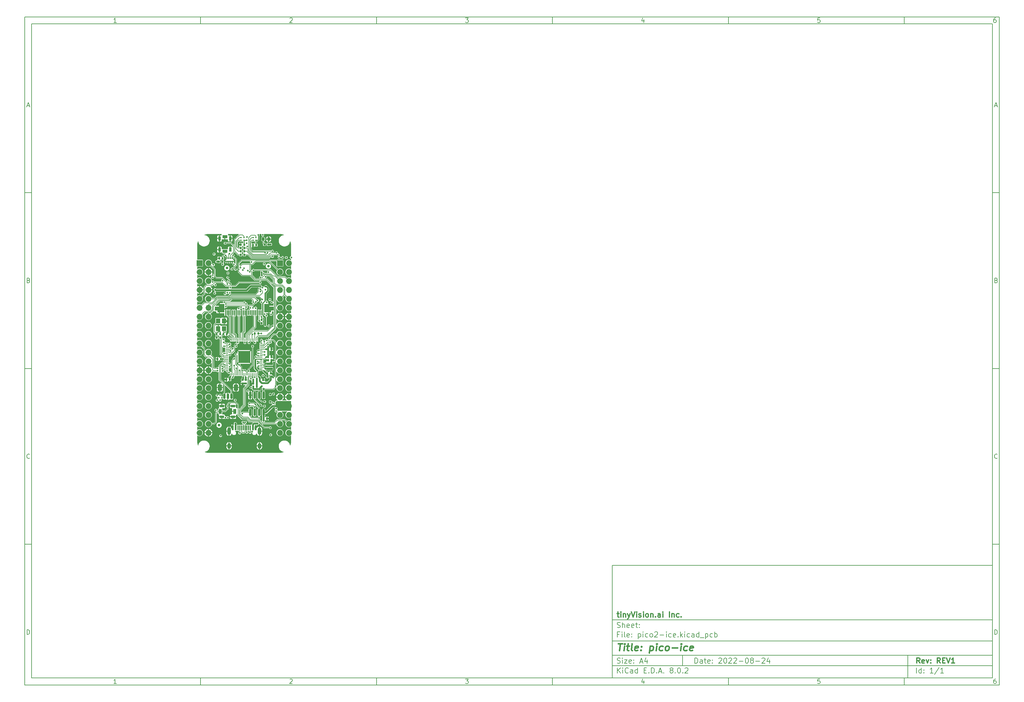
<source format=gbr>
%TF.GenerationSoftware,KiCad,Pcbnew,8.0.2*%
%TF.CreationDate,2024-10-27T15:33:14-07:00*%
%TF.ProjectId,pico2-ice,7069636f-322d-4696-9365-2e6b69636164,REV1*%
%TF.SameCoordinates,Original*%
%TF.FileFunction,Copper,L1,Top*%
%TF.FilePolarity,Positive*%
%FSLAX46Y46*%
G04 Gerber Fmt 4.6, Leading zero omitted, Abs format (unit mm)*
G04 Created by KiCad (PCBNEW 8.0.2) date 2024-10-27 15:33:14*
%MOMM*%
%LPD*%
G01*
G04 APERTURE LIST*
G04 Aperture macros list*
%AMRoundRect*
0 Rectangle with rounded corners*
0 $1 Rounding radius*
0 $2 $3 $4 $5 $6 $7 $8 $9 X,Y pos of 4 corners*
0 Add a 4 corners polygon primitive as box body*
4,1,4,$2,$3,$4,$5,$6,$7,$8,$9,$2,$3,0*
0 Add four circle primitives for the rounded corners*
1,1,$1+$1,$2,$3*
1,1,$1+$1,$4,$5*
1,1,$1+$1,$6,$7*
1,1,$1+$1,$8,$9*
0 Add four rect primitives between the rounded corners*
20,1,$1+$1,$2,$3,$4,$5,0*
20,1,$1+$1,$4,$5,$6,$7,0*
20,1,$1+$1,$6,$7,$8,$9,0*
20,1,$1+$1,$8,$9,$2,$3,0*%
%AMFreePoly0*
4,1,21,1.328536,0.903536,1.330000,0.900000,1.330000,-1.400000,1.328536,-1.403536,1.325000,-1.405000,0.075000,-1.405000,0.071464,-1.403536,0.070000,-1.400000,0.070000,-0.705000,-1.325000,-0.705000,-1.328536,-0.703536,-1.330000,-0.700000,-1.330000,0.400000,-1.328536,0.403536,-1.325000,0.405000,-0.630000,0.405000,-0.630000,0.900000,-0.628536,0.903536,-0.625000,0.905000,1.325000,0.905000,
1.328536,0.903536,1.328536,0.903536,$1*%
%AMFreePoly1*
4,1,21,0.628536,0.903536,0.630000,0.900000,0.630000,0.405000,1.325000,0.405000,1.328536,0.403536,1.330000,0.400000,1.330000,-0.700000,1.328536,-0.703536,1.325000,-0.705000,-0.070000,-0.705000,-0.070000,-1.400000,-0.071464,-1.403536,-0.075000,-1.405000,-1.325000,-1.405000,-1.328536,-1.403536,-1.330000,-1.400000,-1.330000,0.900000,-1.328536,0.903536,-1.325000,0.905000,0.625000,0.905000,
0.628536,0.903536,0.628536,0.903536,$1*%
G04 Aperture macros list end*
%ADD10C,0.100000*%
%ADD11C,0.150000*%
%ADD12C,0.300000*%
%ADD13C,0.400000*%
%TA.AperFunction,SMDPad,CuDef*%
%ADD14RoundRect,0.135000X0.135000X0.185000X-0.135000X0.185000X-0.135000X-0.185000X0.135000X-0.185000X0*%
%TD*%
%TA.AperFunction,SMDPad,CuDef*%
%ADD15RoundRect,0.140000X0.140000X0.170000X-0.140000X0.170000X-0.140000X-0.170000X0.140000X-0.170000X0*%
%TD*%
%TA.AperFunction,SMDPad,CuDef*%
%ADD16R,0.430000X0.430000*%
%TD*%
%TA.AperFunction,SMDPad,CuDef*%
%ADD17RoundRect,0.135000X-0.135000X-0.185000X0.135000X-0.185000X0.135000X0.185000X-0.135000X0.185000X0*%
%TD*%
%TA.AperFunction,SMDPad,CuDef*%
%ADD18RoundRect,0.140000X-0.170000X0.140000X-0.170000X-0.140000X0.170000X-0.140000X0.170000X0.140000X0*%
%TD*%
%TA.AperFunction,SMDPad,CuDef*%
%ADD19RoundRect,0.140000X-0.140000X-0.170000X0.140000X-0.170000X0.140000X0.170000X-0.140000X0.170000X0*%
%TD*%
%TA.AperFunction,SMDPad,CuDef*%
%ADD20RoundRect,0.218750X0.218750X0.256250X-0.218750X0.256250X-0.218750X-0.256250X0.218750X-0.256250X0*%
%TD*%
%TA.AperFunction,SMDPad,CuDef*%
%ADD21R,1.400000X0.950000*%
%TD*%
%TA.AperFunction,SMDPad,CuDef*%
%ADD22R,0.750000X1.150000*%
%TD*%
%TA.AperFunction,SMDPad,CuDef*%
%ADD23RoundRect,0.112500X0.112500X-0.187500X0.112500X0.187500X-0.112500X0.187500X-0.112500X-0.187500X0*%
%TD*%
%TA.AperFunction,SMDPad,CuDef*%
%ADD24R,0.600000X1.450000*%
%TD*%
%TA.AperFunction,SMDPad,CuDef*%
%ADD25R,0.300000X1.450000*%
%TD*%
%TA.AperFunction,ComponentPad*%
%ADD26O,1.000000X2.100000*%
%TD*%
%TA.AperFunction,ComponentPad*%
%ADD27O,1.000000X1.600000*%
%TD*%
%TA.AperFunction,SMDPad,CuDef*%
%ADD28RoundRect,0.150000X-0.150000X-0.625000X0.150000X-0.625000X0.150000X0.625000X-0.150000X0.625000X0*%
%TD*%
%TA.AperFunction,SMDPad,CuDef*%
%ADD29RoundRect,0.250000X-0.350000X-0.650000X0.350000X-0.650000X0.350000X0.650000X-0.350000X0.650000X0*%
%TD*%
%TA.AperFunction,SMDPad,CuDef*%
%ADD30RoundRect,0.150000X-0.150000X0.825000X-0.150000X-0.825000X0.150000X-0.825000X0.150000X0.825000X0*%
%TD*%
%TA.AperFunction,ComponentPad*%
%ADD31R,1.700000X1.700000*%
%TD*%
%TA.AperFunction,ComponentPad*%
%ADD32O,1.700000X1.700000*%
%TD*%
%TA.AperFunction,SMDPad,CuDef*%
%ADD33C,0.750000*%
%TD*%
%TA.AperFunction,SMDPad,CuDef*%
%ADD34R,1.700000X0.700000*%
%TD*%
%TA.AperFunction,SMDPad,CuDef*%
%ADD35R,0.950000X1.400000*%
%TD*%
%TA.AperFunction,SMDPad,CuDef*%
%ADD36R,1.150000X0.750000*%
%TD*%
%TA.AperFunction,SMDPad,CuDef*%
%ADD37R,0.320000X0.500000*%
%TD*%
%TA.AperFunction,SMDPad,CuDef*%
%ADD38R,0.220000X0.780000*%
%TD*%
%TA.AperFunction,SMDPad,CuDef*%
%ADD39R,0.780000X0.220000*%
%TD*%
%TA.AperFunction,HeatsinkPad*%
%ADD40C,0.425000*%
%TD*%
%TA.AperFunction,SMDPad,CuDef*%
%ADD41R,3.400000X3.400000*%
%TD*%
%TA.AperFunction,SMDPad,CuDef*%
%ADD42R,1.200000X1.400000*%
%TD*%
%TA.AperFunction,SMDPad,CuDef*%
%ADD43R,0.300000X1.400000*%
%TD*%
%TA.AperFunction,SMDPad,CuDef*%
%ADD44FreePoly0,180.000000*%
%TD*%
%TA.AperFunction,SMDPad,CuDef*%
%ADD45FreePoly1,180.000000*%
%TD*%
%TA.AperFunction,ViaPad*%
%ADD46C,0.508000*%
%TD*%
%TA.AperFunction,Conductor*%
%ADD47C,0.152400*%
%TD*%
%TA.AperFunction,Conductor*%
%ADD48C,0.508000*%
%TD*%
%TA.AperFunction,Conductor*%
%ADD49C,0.304800*%
%TD*%
%TA.AperFunction,Conductor*%
%ADD50C,0.254000*%
%TD*%
%TA.AperFunction,Conductor*%
%ADD51C,0.203200*%
%TD*%
%TA.AperFunction,Conductor*%
%ADD52C,0.406400*%
%TD*%
G04 APERTURE END LIST*
D10*
D11*
X177002200Y-166007200D02*
X285002200Y-166007200D01*
X285002200Y-198007200D01*
X177002200Y-198007200D01*
X177002200Y-166007200D01*
D10*
D11*
X10000000Y-10000000D02*
X287002200Y-10000000D01*
X287002200Y-200007200D01*
X10000000Y-200007200D01*
X10000000Y-10000000D01*
D10*
D11*
X12000000Y-12000000D02*
X285002200Y-12000000D01*
X285002200Y-198007200D01*
X12000000Y-198007200D01*
X12000000Y-12000000D01*
D10*
D11*
X60000000Y-12000000D02*
X60000000Y-10000000D01*
D10*
D11*
X110000000Y-12000000D02*
X110000000Y-10000000D01*
D10*
D11*
X160000000Y-12000000D02*
X160000000Y-10000000D01*
D10*
D11*
X210000000Y-12000000D02*
X210000000Y-10000000D01*
D10*
D11*
X260000000Y-12000000D02*
X260000000Y-10000000D01*
D10*
D11*
X36089160Y-11593604D02*
X35346303Y-11593604D01*
X35717731Y-11593604D02*
X35717731Y-10293604D01*
X35717731Y-10293604D02*
X35593922Y-10479319D01*
X35593922Y-10479319D02*
X35470112Y-10603128D01*
X35470112Y-10603128D02*
X35346303Y-10665033D01*
D10*
D11*
X85346303Y-10417414D02*
X85408207Y-10355509D01*
X85408207Y-10355509D02*
X85532017Y-10293604D01*
X85532017Y-10293604D02*
X85841541Y-10293604D01*
X85841541Y-10293604D02*
X85965350Y-10355509D01*
X85965350Y-10355509D02*
X86027255Y-10417414D01*
X86027255Y-10417414D02*
X86089160Y-10541223D01*
X86089160Y-10541223D02*
X86089160Y-10665033D01*
X86089160Y-10665033D02*
X86027255Y-10850747D01*
X86027255Y-10850747D02*
X85284398Y-11593604D01*
X85284398Y-11593604D02*
X86089160Y-11593604D01*
D10*
D11*
X135284398Y-10293604D02*
X136089160Y-10293604D01*
X136089160Y-10293604D02*
X135655826Y-10788842D01*
X135655826Y-10788842D02*
X135841541Y-10788842D01*
X135841541Y-10788842D02*
X135965350Y-10850747D01*
X135965350Y-10850747D02*
X136027255Y-10912652D01*
X136027255Y-10912652D02*
X136089160Y-11036461D01*
X136089160Y-11036461D02*
X136089160Y-11345985D01*
X136089160Y-11345985D02*
X136027255Y-11469795D01*
X136027255Y-11469795D02*
X135965350Y-11531700D01*
X135965350Y-11531700D02*
X135841541Y-11593604D01*
X135841541Y-11593604D02*
X135470112Y-11593604D01*
X135470112Y-11593604D02*
X135346303Y-11531700D01*
X135346303Y-11531700D02*
X135284398Y-11469795D01*
D10*
D11*
X185965350Y-10726938D02*
X185965350Y-11593604D01*
X185655826Y-10231700D02*
X185346303Y-11160271D01*
X185346303Y-11160271D02*
X186151064Y-11160271D01*
D10*
D11*
X236027255Y-10293604D02*
X235408207Y-10293604D01*
X235408207Y-10293604D02*
X235346303Y-10912652D01*
X235346303Y-10912652D02*
X235408207Y-10850747D01*
X235408207Y-10850747D02*
X235532017Y-10788842D01*
X235532017Y-10788842D02*
X235841541Y-10788842D01*
X235841541Y-10788842D02*
X235965350Y-10850747D01*
X235965350Y-10850747D02*
X236027255Y-10912652D01*
X236027255Y-10912652D02*
X236089160Y-11036461D01*
X236089160Y-11036461D02*
X236089160Y-11345985D01*
X236089160Y-11345985D02*
X236027255Y-11469795D01*
X236027255Y-11469795D02*
X235965350Y-11531700D01*
X235965350Y-11531700D02*
X235841541Y-11593604D01*
X235841541Y-11593604D02*
X235532017Y-11593604D01*
X235532017Y-11593604D02*
X235408207Y-11531700D01*
X235408207Y-11531700D02*
X235346303Y-11469795D01*
D10*
D11*
X285965350Y-10293604D02*
X285717731Y-10293604D01*
X285717731Y-10293604D02*
X285593922Y-10355509D01*
X285593922Y-10355509D02*
X285532017Y-10417414D01*
X285532017Y-10417414D02*
X285408207Y-10603128D01*
X285408207Y-10603128D02*
X285346303Y-10850747D01*
X285346303Y-10850747D02*
X285346303Y-11345985D01*
X285346303Y-11345985D02*
X285408207Y-11469795D01*
X285408207Y-11469795D02*
X285470112Y-11531700D01*
X285470112Y-11531700D02*
X285593922Y-11593604D01*
X285593922Y-11593604D02*
X285841541Y-11593604D01*
X285841541Y-11593604D02*
X285965350Y-11531700D01*
X285965350Y-11531700D02*
X286027255Y-11469795D01*
X286027255Y-11469795D02*
X286089160Y-11345985D01*
X286089160Y-11345985D02*
X286089160Y-11036461D01*
X286089160Y-11036461D02*
X286027255Y-10912652D01*
X286027255Y-10912652D02*
X285965350Y-10850747D01*
X285965350Y-10850747D02*
X285841541Y-10788842D01*
X285841541Y-10788842D02*
X285593922Y-10788842D01*
X285593922Y-10788842D02*
X285470112Y-10850747D01*
X285470112Y-10850747D02*
X285408207Y-10912652D01*
X285408207Y-10912652D02*
X285346303Y-11036461D01*
D10*
D11*
X60000000Y-198007200D02*
X60000000Y-200007200D01*
D10*
D11*
X110000000Y-198007200D02*
X110000000Y-200007200D01*
D10*
D11*
X160000000Y-198007200D02*
X160000000Y-200007200D01*
D10*
D11*
X210000000Y-198007200D02*
X210000000Y-200007200D01*
D10*
D11*
X260000000Y-198007200D02*
X260000000Y-200007200D01*
D10*
D11*
X36089160Y-199600804D02*
X35346303Y-199600804D01*
X35717731Y-199600804D02*
X35717731Y-198300804D01*
X35717731Y-198300804D02*
X35593922Y-198486519D01*
X35593922Y-198486519D02*
X35470112Y-198610328D01*
X35470112Y-198610328D02*
X35346303Y-198672233D01*
D10*
D11*
X85346303Y-198424614D02*
X85408207Y-198362709D01*
X85408207Y-198362709D02*
X85532017Y-198300804D01*
X85532017Y-198300804D02*
X85841541Y-198300804D01*
X85841541Y-198300804D02*
X85965350Y-198362709D01*
X85965350Y-198362709D02*
X86027255Y-198424614D01*
X86027255Y-198424614D02*
X86089160Y-198548423D01*
X86089160Y-198548423D02*
X86089160Y-198672233D01*
X86089160Y-198672233D02*
X86027255Y-198857947D01*
X86027255Y-198857947D02*
X85284398Y-199600804D01*
X85284398Y-199600804D02*
X86089160Y-199600804D01*
D10*
D11*
X135284398Y-198300804D02*
X136089160Y-198300804D01*
X136089160Y-198300804D02*
X135655826Y-198796042D01*
X135655826Y-198796042D02*
X135841541Y-198796042D01*
X135841541Y-198796042D02*
X135965350Y-198857947D01*
X135965350Y-198857947D02*
X136027255Y-198919852D01*
X136027255Y-198919852D02*
X136089160Y-199043661D01*
X136089160Y-199043661D02*
X136089160Y-199353185D01*
X136089160Y-199353185D02*
X136027255Y-199476995D01*
X136027255Y-199476995D02*
X135965350Y-199538900D01*
X135965350Y-199538900D02*
X135841541Y-199600804D01*
X135841541Y-199600804D02*
X135470112Y-199600804D01*
X135470112Y-199600804D02*
X135346303Y-199538900D01*
X135346303Y-199538900D02*
X135284398Y-199476995D01*
D10*
D11*
X185965350Y-198734138D02*
X185965350Y-199600804D01*
X185655826Y-198238900D02*
X185346303Y-199167471D01*
X185346303Y-199167471D02*
X186151064Y-199167471D01*
D10*
D11*
X236027255Y-198300804D02*
X235408207Y-198300804D01*
X235408207Y-198300804D02*
X235346303Y-198919852D01*
X235346303Y-198919852D02*
X235408207Y-198857947D01*
X235408207Y-198857947D02*
X235532017Y-198796042D01*
X235532017Y-198796042D02*
X235841541Y-198796042D01*
X235841541Y-198796042D02*
X235965350Y-198857947D01*
X235965350Y-198857947D02*
X236027255Y-198919852D01*
X236027255Y-198919852D02*
X236089160Y-199043661D01*
X236089160Y-199043661D02*
X236089160Y-199353185D01*
X236089160Y-199353185D02*
X236027255Y-199476995D01*
X236027255Y-199476995D02*
X235965350Y-199538900D01*
X235965350Y-199538900D02*
X235841541Y-199600804D01*
X235841541Y-199600804D02*
X235532017Y-199600804D01*
X235532017Y-199600804D02*
X235408207Y-199538900D01*
X235408207Y-199538900D02*
X235346303Y-199476995D01*
D10*
D11*
X285965350Y-198300804D02*
X285717731Y-198300804D01*
X285717731Y-198300804D02*
X285593922Y-198362709D01*
X285593922Y-198362709D02*
X285532017Y-198424614D01*
X285532017Y-198424614D02*
X285408207Y-198610328D01*
X285408207Y-198610328D02*
X285346303Y-198857947D01*
X285346303Y-198857947D02*
X285346303Y-199353185D01*
X285346303Y-199353185D02*
X285408207Y-199476995D01*
X285408207Y-199476995D02*
X285470112Y-199538900D01*
X285470112Y-199538900D02*
X285593922Y-199600804D01*
X285593922Y-199600804D02*
X285841541Y-199600804D01*
X285841541Y-199600804D02*
X285965350Y-199538900D01*
X285965350Y-199538900D02*
X286027255Y-199476995D01*
X286027255Y-199476995D02*
X286089160Y-199353185D01*
X286089160Y-199353185D02*
X286089160Y-199043661D01*
X286089160Y-199043661D02*
X286027255Y-198919852D01*
X286027255Y-198919852D02*
X285965350Y-198857947D01*
X285965350Y-198857947D02*
X285841541Y-198796042D01*
X285841541Y-198796042D02*
X285593922Y-198796042D01*
X285593922Y-198796042D02*
X285470112Y-198857947D01*
X285470112Y-198857947D02*
X285408207Y-198919852D01*
X285408207Y-198919852D02*
X285346303Y-199043661D01*
D10*
D11*
X10000000Y-60000000D02*
X12000000Y-60000000D01*
D10*
D11*
X10000000Y-110000000D02*
X12000000Y-110000000D01*
D10*
D11*
X10000000Y-160000000D02*
X12000000Y-160000000D01*
D10*
D11*
X10690476Y-35222176D02*
X11309523Y-35222176D01*
X10566666Y-35593604D02*
X10999999Y-34293604D01*
X10999999Y-34293604D02*
X11433333Y-35593604D01*
D10*
D11*
X11092857Y-84912652D02*
X11278571Y-84974557D01*
X11278571Y-84974557D02*
X11340476Y-85036461D01*
X11340476Y-85036461D02*
X11402380Y-85160271D01*
X11402380Y-85160271D02*
X11402380Y-85345985D01*
X11402380Y-85345985D02*
X11340476Y-85469795D01*
X11340476Y-85469795D02*
X11278571Y-85531700D01*
X11278571Y-85531700D02*
X11154761Y-85593604D01*
X11154761Y-85593604D02*
X10659523Y-85593604D01*
X10659523Y-85593604D02*
X10659523Y-84293604D01*
X10659523Y-84293604D02*
X11092857Y-84293604D01*
X11092857Y-84293604D02*
X11216666Y-84355509D01*
X11216666Y-84355509D02*
X11278571Y-84417414D01*
X11278571Y-84417414D02*
X11340476Y-84541223D01*
X11340476Y-84541223D02*
X11340476Y-84665033D01*
X11340476Y-84665033D02*
X11278571Y-84788842D01*
X11278571Y-84788842D02*
X11216666Y-84850747D01*
X11216666Y-84850747D02*
X11092857Y-84912652D01*
X11092857Y-84912652D02*
X10659523Y-84912652D01*
D10*
D11*
X11402380Y-135469795D02*
X11340476Y-135531700D01*
X11340476Y-135531700D02*
X11154761Y-135593604D01*
X11154761Y-135593604D02*
X11030952Y-135593604D01*
X11030952Y-135593604D02*
X10845238Y-135531700D01*
X10845238Y-135531700D02*
X10721428Y-135407890D01*
X10721428Y-135407890D02*
X10659523Y-135284080D01*
X10659523Y-135284080D02*
X10597619Y-135036461D01*
X10597619Y-135036461D02*
X10597619Y-134850747D01*
X10597619Y-134850747D02*
X10659523Y-134603128D01*
X10659523Y-134603128D02*
X10721428Y-134479319D01*
X10721428Y-134479319D02*
X10845238Y-134355509D01*
X10845238Y-134355509D02*
X11030952Y-134293604D01*
X11030952Y-134293604D02*
X11154761Y-134293604D01*
X11154761Y-134293604D02*
X11340476Y-134355509D01*
X11340476Y-134355509D02*
X11402380Y-134417414D01*
D10*
D11*
X10659523Y-185593604D02*
X10659523Y-184293604D01*
X10659523Y-184293604D02*
X10969047Y-184293604D01*
X10969047Y-184293604D02*
X11154761Y-184355509D01*
X11154761Y-184355509D02*
X11278571Y-184479319D01*
X11278571Y-184479319D02*
X11340476Y-184603128D01*
X11340476Y-184603128D02*
X11402380Y-184850747D01*
X11402380Y-184850747D02*
X11402380Y-185036461D01*
X11402380Y-185036461D02*
X11340476Y-185284080D01*
X11340476Y-185284080D02*
X11278571Y-185407890D01*
X11278571Y-185407890D02*
X11154761Y-185531700D01*
X11154761Y-185531700D02*
X10969047Y-185593604D01*
X10969047Y-185593604D02*
X10659523Y-185593604D01*
D10*
D11*
X287002200Y-60000000D02*
X285002200Y-60000000D01*
D10*
D11*
X287002200Y-110000000D02*
X285002200Y-110000000D01*
D10*
D11*
X287002200Y-160000000D02*
X285002200Y-160000000D01*
D10*
D11*
X285692676Y-35222176D02*
X286311723Y-35222176D01*
X285568866Y-35593604D02*
X286002199Y-34293604D01*
X286002199Y-34293604D02*
X286435533Y-35593604D01*
D10*
D11*
X286095057Y-84912652D02*
X286280771Y-84974557D01*
X286280771Y-84974557D02*
X286342676Y-85036461D01*
X286342676Y-85036461D02*
X286404580Y-85160271D01*
X286404580Y-85160271D02*
X286404580Y-85345985D01*
X286404580Y-85345985D02*
X286342676Y-85469795D01*
X286342676Y-85469795D02*
X286280771Y-85531700D01*
X286280771Y-85531700D02*
X286156961Y-85593604D01*
X286156961Y-85593604D02*
X285661723Y-85593604D01*
X285661723Y-85593604D02*
X285661723Y-84293604D01*
X285661723Y-84293604D02*
X286095057Y-84293604D01*
X286095057Y-84293604D02*
X286218866Y-84355509D01*
X286218866Y-84355509D02*
X286280771Y-84417414D01*
X286280771Y-84417414D02*
X286342676Y-84541223D01*
X286342676Y-84541223D02*
X286342676Y-84665033D01*
X286342676Y-84665033D02*
X286280771Y-84788842D01*
X286280771Y-84788842D02*
X286218866Y-84850747D01*
X286218866Y-84850747D02*
X286095057Y-84912652D01*
X286095057Y-84912652D02*
X285661723Y-84912652D01*
D10*
D11*
X286404580Y-135469795D02*
X286342676Y-135531700D01*
X286342676Y-135531700D02*
X286156961Y-135593604D01*
X286156961Y-135593604D02*
X286033152Y-135593604D01*
X286033152Y-135593604D02*
X285847438Y-135531700D01*
X285847438Y-135531700D02*
X285723628Y-135407890D01*
X285723628Y-135407890D02*
X285661723Y-135284080D01*
X285661723Y-135284080D02*
X285599819Y-135036461D01*
X285599819Y-135036461D02*
X285599819Y-134850747D01*
X285599819Y-134850747D02*
X285661723Y-134603128D01*
X285661723Y-134603128D02*
X285723628Y-134479319D01*
X285723628Y-134479319D02*
X285847438Y-134355509D01*
X285847438Y-134355509D02*
X286033152Y-134293604D01*
X286033152Y-134293604D02*
X286156961Y-134293604D01*
X286156961Y-134293604D02*
X286342676Y-134355509D01*
X286342676Y-134355509D02*
X286404580Y-134417414D01*
D10*
D11*
X285661723Y-185593604D02*
X285661723Y-184293604D01*
X285661723Y-184293604D02*
X285971247Y-184293604D01*
X285971247Y-184293604D02*
X286156961Y-184355509D01*
X286156961Y-184355509D02*
X286280771Y-184479319D01*
X286280771Y-184479319D02*
X286342676Y-184603128D01*
X286342676Y-184603128D02*
X286404580Y-184850747D01*
X286404580Y-184850747D02*
X286404580Y-185036461D01*
X286404580Y-185036461D02*
X286342676Y-185284080D01*
X286342676Y-185284080D02*
X286280771Y-185407890D01*
X286280771Y-185407890D02*
X286156961Y-185531700D01*
X286156961Y-185531700D02*
X285971247Y-185593604D01*
X285971247Y-185593604D02*
X285661723Y-185593604D01*
D10*
D11*
X200458026Y-193793328D02*
X200458026Y-192293328D01*
X200458026Y-192293328D02*
X200815169Y-192293328D01*
X200815169Y-192293328D02*
X201029455Y-192364757D01*
X201029455Y-192364757D02*
X201172312Y-192507614D01*
X201172312Y-192507614D02*
X201243741Y-192650471D01*
X201243741Y-192650471D02*
X201315169Y-192936185D01*
X201315169Y-192936185D02*
X201315169Y-193150471D01*
X201315169Y-193150471D02*
X201243741Y-193436185D01*
X201243741Y-193436185D02*
X201172312Y-193579042D01*
X201172312Y-193579042D02*
X201029455Y-193721900D01*
X201029455Y-193721900D02*
X200815169Y-193793328D01*
X200815169Y-193793328D02*
X200458026Y-193793328D01*
X202600884Y-193793328D02*
X202600884Y-193007614D01*
X202600884Y-193007614D02*
X202529455Y-192864757D01*
X202529455Y-192864757D02*
X202386598Y-192793328D01*
X202386598Y-192793328D02*
X202100884Y-192793328D01*
X202100884Y-192793328D02*
X201958026Y-192864757D01*
X202600884Y-193721900D02*
X202458026Y-193793328D01*
X202458026Y-193793328D02*
X202100884Y-193793328D01*
X202100884Y-193793328D02*
X201958026Y-193721900D01*
X201958026Y-193721900D02*
X201886598Y-193579042D01*
X201886598Y-193579042D02*
X201886598Y-193436185D01*
X201886598Y-193436185D02*
X201958026Y-193293328D01*
X201958026Y-193293328D02*
X202100884Y-193221900D01*
X202100884Y-193221900D02*
X202458026Y-193221900D01*
X202458026Y-193221900D02*
X202600884Y-193150471D01*
X203100884Y-192793328D02*
X203672312Y-192793328D01*
X203315169Y-192293328D02*
X203315169Y-193579042D01*
X203315169Y-193579042D02*
X203386598Y-193721900D01*
X203386598Y-193721900D02*
X203529455Y-193793328D01*
X203529455Y-193793328D02*
X203672312Y-193793328D01*
X204743741Y-193721900D02*
X204600884Y-193793328D01*
X204600884Y-193793328D02*
X204315170Y-193793328D01*
X204315170Y-193793328D02*
X204172312Y-193721900D01*
X204172312Y-193721900D02*
X204100884Y-193579042D01*
X204100884Y-193579042D02*
X204100884Y-193007614D01*
X204100884Y-193007614D02*
X204172312Y-192864757D01*
X204172312Y-192864757D02*
X204315170Y-192793328D01*
X204315170Y-192793328D02*
X204600884Y-192793328D01*
X204600884Y-192793328D02*
X204743741Y-192864757D01*
X204743741Y-192864757D02*
X204815170Y-193007614D01*
X204815170Y-193007614D02*
X204815170Y-193150471D01*
X204815170Y-193150471D02*
X204100884Y-193293328D01*
X205458026Y-193650471D02*
X205529455Y-193721900D01*
X205529455Y-193721900D02*
X205458026Y-193793328D01*
X205458026Y-193793328D02*
X205386598Y-193721900D01*
X205386598Y-193721900D02*
X205458026Y-193650471D01*
X205458026Y-193650471D02*
X205458026Y-193793328D01*
X205458026Y-192864757D02*
X205529455Y-192936185D01*
X205529455Y-192936185D02*
X205458026Y-193007614D01*
X205458026Y-193007614D02*
X205386598Y-192936185D01*
X205386598Y-192936185D02*
X205458026Y-192864757D01*
X205458026Y-192864757D02*
X205458026Y-193007614D01*
X207243741Y-192436185D02*
X207315169Y-192364757D01*
X207315169Y-192364757D02*
X207458027Y-192293328D01*
X207458027Y-192293328D02*
X207815169Y-192293328D01*
X207815169Y-192293328D02*
X207958027Y-192364757D01*
X207958027Y-192364757D02*
X208029455Y-192436185D01*
X208029455Y-192436185D02*
X208100884Y-192579042D01*
X208100884Y-192579042D02*
X208100884Y-192721900D01*
X208100884Y-192721900D02*
X208029455Y-192936185D01*
X208029455Y-192936185D02*
X207172312Y-193793328D01*
X207172312Y-193793328D02*
X208100884Y-193793328D01*
X209029455Y-192293328D02*
X209172312Y-192293328D01*
X209172312Y-192293328D02*
X209315169Y-192364757D01*
X209315169Y-192364757D02*
X209386598Y-192436185D01*
X209386598Y-192436185D02*
X209458026Y-192579042D01*
X209458026Y-192579042D02*
X209529455Y-192864757D01*
X209529455Y-192864757D02*
X209529455Y-193221900D01*
X209529455Y-193221900D02*
X209458026Y-193507614D01*
X209458026Y-193507614D02*
X209386598Y-193650471D01*
X209386598Y-193650471D02*
X209315169Y-193721900D01*
X209315169Y-193721900D02*
X209172312Y-193793328D01*
X209172312Y-193793328D02*
X209029455Y-193793328D01*
X209029455Y-193793328D02*
X208886598Y-193721900D01*
X208886598Y-193721900D02*
X208815169Y-193650471D01*
X208815169Y-193650471D02*
X208743740Y-193507614D01*
X208743740Y-193507614D02*
X208672312Y-193221900D01*
X208672312Y-193221900D02*
X208672312Y-192864757D01*
X208672312Y-192864757D02*
X208743740Y-192579042D01*
X208743740Y-192579042D02*
X208815169Y-192436185D01*
X208815169Y-192436185D02*
X208886598Y-192364757D01*
X208886598Y-192364757D02*
X209029455Y-192293328D01*
X210100883Y-192436185D02*
X210172311Y-192364757D01*
X210172311Y-192364757D02*
X210315169Y-192293328D01*
X210315169Y-192293328D02*
X210672311Y-192293328D01*
X210672311Y-192293328D02*
X210815169Y-192364757D01*
X210815169Y-192364757D02*
X210886597Y-192436185D01*
X210886597Y-192436185D02*
X210958026Y-192579042D01*
X210958026Y-192579042D02*
X210958026Y-192721900D01*
X210958026Y-192721900D02*
X210886597Y-192936185D01*
X210886597Y-192936185D02*
X210029454Y-193793328D01*
X210029454Y-193793328D02*
X210958026Y-193793328D01*
X211529454Y-192436185D02*
X211600882Y-192364757D01*
X211600882Y-192364757D02*
X211743740Y-192293328D01*
X211743740Y-192293328D02*
X212100882Y-192293328D01*
X212100882Y-192293328D02*
X212243740Y-192364757D01*
X212243740Y-192364757D02*
X212315168Y-192436185D01*
X212315168Y-192436185D02*
X212386597Y-192579042D01*
X212386597Y-192579042D02*
X212386597Y-192721900D01*
X212386597Y-192721900D02*
X212315168Y-192936185D01*
X212315168Y-192936185D02*
X211458025Y-193793328D01*
X211458025Y-193793328D02*
X212386597Y-193793328D01*
X213029453Y-193221900D02*
X214172311Y-193221900D01*
X215172311Y-192293328D02*
X215315168Y-192293328D01*
X215315168Y-192293328D02*
X215458025Y-192364757D01*
X215458025Y-192364757D02*
X215529454Y-192436185D01*
X215529454Y-192436185D02*
X215600882Y-192579042D01*
X215600882Y-192579042D02*
X215672311Y-192864757D01*
X215672311Y-192864757D02*
X215672311Y-193221900D01*
X215672311Y-193221900D02*
X215600882Y-193507614D01*
X215600882Y-193507614D02*
X215529454Y-193650471D01*
X215529454Y-193650471D02*
X215458025Y-193721900D01*
X215458025Y-193721900D02*
X215315168Y-193793328D01*
X215315168Y-193793328D02*
X215172311Y-193793328D01*
X215172311Y-193793328D02*
X215029454Y-193721900D01*
X215029454Y-193721900D02*
X214958025Y-193650471D01*
X214958025Y-193650471D02*
X214886596Y-193507614D01*
X214886596Y-193507614D02*
X214815168Y-193221900D01*
X214815168Y-193221900D02*
X214815168Y-192864757D01*
X214815168Y-192864757D02*
X214886596Y-192579042D01*
X214886596Y-192579042D02*
X214958025Y-192436185D01*
X214958025Y-192436185D02*
X215029454Y-192364757D01*
X215029454Y-192364757D02*
X215172311Y-192293328D01*
X216529453Y-192936185D02*
X216386596Y-192864757D01*
X216386596Y-192864757D02*
X216315167Y-192793328D01*
X216315167Y-192793328D02*
X216243739Y-192650471D01*
X216243739Y-192650471D02*
X216243739Y-192579042D01*
X216243739Y-192579042D02*
X216315167Y-192436185D01*
X216315167Y-192436185D02*
X216386596Y-192364757D01*
X216386596Y-192364757D02*
X216529453Y-192293328D01*
X216529453Y-192293328D02*
X216815167Y-192293328D01*
X216815167Y-192293328D02*
X216958025Y-192364757D01*
X216958025Y-192364757D02*
X217029453Y-192436185D01*
X217029453Y-192436185D02*
X217100882Y-192579042D01*
X217100882Y-192579042D02*
X217100882Y-192650471D01*
X217100882Y-192650471D02*
X217029453Y-192793328D01*
X217029453Y-192793328D02*
X216958025Y-192864757D01*
X216958025Y-192864757D02*
X216815167Y-192936185D01*
X216815167Y-192936185D02*
X216529453Y-192936185D01*
X216529453Y-192936185D02*
X216386596Y-193007614D01*
X216386596Y-193007614D02*
X216315167Y-193079042D01*
X216315167Y-193079042D02*
X216243739Y-193221900D01*
X216243739Y-193221900D02*
X216243739Y-193507614D01*
X216243739Y-193507614D02*
X216315167Y-193650471D01*
X216315167Y-193650471D02*
X216386596Y-193721900D01*
X216386596Y-193721900D02*
X216529453Y-193793328D01*
X216529453Y-193793328D02*
X216815167Y-193793328D01*
X216815167Y-193793328D02*
X216958025Y-193721900D01*
X216958025Y-193721900D02*
X217029453Y-193650471D01*
X217029453Y-193650471D02*
X217100882Y-193507614D01*
X217100882Y-193507614D02*
X217100882Y-193221900D01*
X217100882Y-193221900D02*
X217029453Y-193079042D01*
X217029453Y-193079042D02*
X216958025Y-193007614D01*
X216958025Y-193007614D02*
X216815167Y-192936185D01*
X217743738Y-193221900D02*
X218886596Y-193221900D01*
X219529453Y-192436185D02*
X219600881Y-192364757D01*
X219600881Y-192364757D02*
X219743739Y-192293328D01*
X219743739Y-192293328D02*
X220100881Y-192293328D01*
X220100881Y-192293328D02*
X220243739Y-192364757D01*
X220243739Y-192364757D02*
X220315167Y-192436185D01*
X220315167Y-192436185D02*
X220386596Y-192579042D01*
X220386596Y-192579042D02*
X220386596Y-192721900D01*
X220386596Y-192721900D02*
X220315167Y-192936185D01*
X220315167Y-192936185D02*
X219458024Y-193793328D01*
X219458024Y-193793328D02*
X220386596Y-193793328D01*
X221672310Y-192793328D02*
X221672310Y-193793328D01*
X221315167Y-192221900D02*
X220958024Y-193293328D01*
X220958024Y-193293328D02*
X221886595Y-193293328D01*
D10*
D11*
X177002200Y-194507200D02*
X285002200Y-194507200D01*
D10*
D11*
X178458026Y-196593328D02*
X178458026Y-195093328D01*
X179315169Y-196593328D02*
X178672312Y-195736185D01*
X179315169Y-195093328D02*
X178458026Y-195950471D01*
X179958026Y-196593328D02*
X179958026Y-195593328D01*
X179958026Y-195093328D02*
X179886598Y-195164757D01*
X179886598Y-195164757D02*
X179958026Y-195236185D01*
X179958026Y-195236185D02*
X180029455Y-195164757D01*
X180029455Y-195164757D02*
X179958026Y-195093328D01*
X179958026Y-195093328D02*
X179958026Y-195236185D01*
X181529455Y-196450471D02*
X181458027Y-196521900D01*
X181458027Y-196521900D02*
X181243741Y-196593328D01*
X181243741Y-196593328D02*
X181100884Y-196593328D01*
X181100884Y-196593328D02*
X180886598Y-196521900D01*
X180886598Y-196521900D02*
X180743741Y-196379042D01*
X180743741Y-196379042D02*
X180672312Y-196236185D01*
X180672312Y-196236185D02*
X180600884Y-195950471D01*
X180600884Y-195950471D02*
X180600884Y-195736185D01*
X180600884Y-195736185D02*
X180672312Y-195450471D01*
X180672312Y-195450471D02*
X180743741Y-195307614D01*
X180743741Y-195307614D02*
X180886598Y-195164757D01*
X180886598Y-195164757D02*
X181100884Y-195093328D01*
X181100884Y-195093328D02*
X181243741Y-195093328D01*
X181243741Y-195093328D02*
X181458027Y-195164757D01*
X181458027Y-195164757D02*
X181529455Y-195236185D01*
X182815170Y-196593328D02*
X182815170Y-195807614D01*
X182815170Y-195807614D02*
X182743741Y-195664757D01*
X182743741Y-195664757D02*
X182600884Y-195593328D01*
X182600884Y-195593328D02*
X182315170Y-195593328D01*
X182315170Y-195593328D02*
X182172312Y-195664757D01*
X182815170Y-196521900D02*
X182672312Y-196593328D01*
X182672312Y-196593328D02*
X182315170Y-196593328D01*
X182315170Y-196593328D02*
X182172312Y-196521900D01*
X182172312Y-196521900D02*
X182100884Y-196379042D01*
X182100884Y-196379042D02*
X182100884Y-196236185D01*
X182100884Y-196236185D02*
X182172312Y-196093328D01*
X182172312Y-196093328D02*
X182315170Y-196021900D01*
X182315170Y-196021900D02*
X182672312Y-196021900D01*
X182672312Y-196021900D02*
X182815170Y-195950471D01*
X184172313Y-196593328D02*
X184172313Y-195093328D01*
X184172313Y-196521900D02*
X184029455Y-196593328D01*
X184029455Y-196593328D02*
X183743741Y-196593328D01*
X183743741Y-196593328D02*
X183600884Y-196521900D01*
X183600884Y-196521900D02*
X183529455Y-196450471D01*
X183529455Y-196450471D02*
X183458027Y-196307614D01*
X183458027Y-196307614D02*
X183458027Y-195879042D01*
X183458027Y-195879042D02*
X183529455Y-195736185D01*
X183529455Y-195736185D02*
X183600884Y-195664757D01*
X183600884Y-195664757D02*
X183743741Y-195593328D01*
X183743741Y-195593328D02*
X184029455Y-195593328D01*
X184029455Y-195593328D02*
X184172313Y-195664757D01*
X186029455Y-195807614D02*
X186529455Y-195807614D01*
X186743741Y-196593328D02*
X186029455Y-196593328D01*
X186029455Y-196593328D02*
X186029455Y-195093328D01*
X186029455Y-195093328D02*
X186743741Y-195093328D01*
X187386598Y-196450471D02*
X187458027Y-196521900D01*
X187458027Y-196521900D02*
X187386598Y-196593328D01*
X187386598Y-196593328D02*
X187315170Y-196521900D01*
X187315170Y-196521900D02*
X187386598Y-196450471D01*
X187386598Y-196450471D02*
X187386598Y-196593328D01*
X188100884Y-196593328D02*
X188100884Y-195093328D01*
X188100884Y-195093328D02*
X188458027Y-195093328D01*
X188458027Y-195093328D02*
X188672313Y-195164757D01*
X188672313Y-195164757D02*
X188815170Y-195307614D01*
X188815170Y-195307614D02*
X188886599Y-195450471D01*
X188886599Y-195450471D02*
X188958027Y-195736185D01*
X188958027Y-195736185D02*
X188958027Y-195950471D01*
X188958027Y-195950471D02*
X188886599Y-196236185D01*
X188886599Y-196236185D02*
X188815170Y-196379042D01*
X188815170Y-196379042D02*
X188672313Y-196521900D01*
X188672313Y-196521900D02*
X188458027Y-196593328D01*
X188458027Y-196593328D02*
X188100884Y-196593328D01*
X189600884Y-196450471D02*
X189672313Y-196521900D01*
X189672313Y-196521900D02*
X189600884Y-196593328D01*
X189600884Y-196593328D02*
X189529456Y-196521900D01*
X189529456Y-196521900D02*
X189600884Y-196450471D01*
X189600884Y-196450471D02*
X189600884Y-196593328D01*
X190243742Y-196164757D02*
X190958028Y-196164757D01*
X190100885Y-196593328D02*
X190600885Y-195093328D01*
X190600885Y-195093328D02*
X191100885Y-196593328D01*
X191600884Y-196450471D02*
X191672313Y-196521900D01*
X191672313Y-196521900D02*
X191600884Y-196593328D01*
X191600884Y-196593328D02*
X191529456Y-196521900D01*
X191529456Y-196521900D02*
X191600884Y-196450471D01*
X191600884Y-196450471D02*
X191600884Y-196593328D01*
X193672313Y-195736185D02*
X193529456Y-195664757D01*
X193529456Y-195664757D02*
X193458027Y-195593328D01*
X193458027Y-195593328D02*
X193386599Y-195450471D01*
X193386599Y-195450471D02*
X193386599Y-195379042D01*
X193386599Y-195379042D02*
X193458027Y-195236185D01*
X193458027Y-195236185D02*
X193529456Y-195164757D01*
X193529456Y-195164757D02*
X193672313Y-195093328D01*
X193672313Y-195093328D02*
X193958027Y-195093328D01*
X193958027Y-195093328D02*
X194100885Y-195164757D01*
X194100885Y-195164757D02*
X194172313Y-195236185D01*
X194172313Y-195236185D02*
X194243742Y-195379042D01*
X194243742Y-195379042D02*
X194243742Y-195450471D01*
X194243742Y-195450471D02*
X194172313Y-195593328D01*
X194172313Y-195593328D02*
X194100885Y-195664757D01*
X194100885Y-195664757D02*
X193958027Y-195736185D01*
X193958027Y-195736185D02*
X193672313Y-195736185D01*
X193672313Y-195736185D02*
X193529456Y-195807614D01*
X193529456Y-195807614D02*
X193458027Y-195879042D01*
X193458027Y-195879042D02*
X193386599Y-196021900D01*
X193386599Y-196021900D02*
X193386599Y-196307614D01*
X193386599Y-196307614D02*
X193458027Y-196450471D01*
X193458027Y-196450471D02*
X193529456Y-196521900D01*
X193529456Y-196521900D02*
X193672313Y-196593328D01*
X193672313Y-196593328D02*
X193958027Y-196593328D01*
X193958027Y-196593328D02*
X194100885Y-196521900D01*
X194100885Y-196521900D02*
X194172313Y-196450471D01*
X194172313Y-196450471D02*
X194243742Y-196307614D01*
X194243742Y-196307614D02*
X194243742Y-196021900D01*
X194243742Y-196021900D02*
X194172313Y-195879042D01*
X194172313Y-195879042D02*
X194100885Y-195807614D01*
X194100885Y-195807614D02*
X193958027Y-195736185D01*
X194886598Y-196450471D02*
X194958027Y-196521900D01*
X194958027Y-196521900D02*
X194886598Y-196593328D01*
X194886598Y-196593328D02*
X194815170Y-196521900D01*
X194815170Y-196521900D02*
X194886598Y-196450471D01*
X194886598Y-196450471D02*
X194886598Y-196593328D01*
X195886599Y-195093328D02*
X196029456Y-195093328D01*
X196029456Y-195093328D02*
X196172313Y-195164757D01*
X196172313Y-195164757D02*
X196243742Y-195236185D01*
X196243742Y-195236185D02*
X196315170Y-195379042D01*
X196315170Y-195379042D02*
X196386599Y-195664757D01*
X196386599Y-195664757D02*
X196386599Y-196021900D01*
X196386599Y-196021900D02*
X196315170Y-196307614D01*
X196315170Y-196307614D02*
X196243742Y-196450471D01*
X196243742Y-196450471D02*
X196172313Y-196521900D01*
X196172313Y-196521900D02*
X196029456Y-196593328D01*
X196029456Y-196593328D02*
X195886599Y-196593328D01*
X195886599Y-196593328D02*
X195743742Y-196521900D01*
X195743742Y-196521900D02*
X195672313Y-196450471D01*
X195672313Y-196450471D02*
X195600884Y-196307614D01*
X195600884Y-196307614D02*
X195529456Y-196021900D01*
X195529456Y-196021900D02*
X195529456Y-195664757D01*
X195529456Y-195664757D02*
X195600884Y-195379042D01*
X195600884Y-195379042D02*
X195672313Y-195236185D01*
X195672313Y-195236185D02*
X195743742Y-195164757D01*
X195743742Y-195164757D02*
X195886599Y-195093328D01*
X197029455Y-196450471D02*
X197100884Y-196521900D01*
X197100884Y-196521900D02*
X197029455Y-196593328D01*
X197029455Y-196593328D02*
X196958027Y-196521900D01*
X196958027Y-196521900D02*
X197029455Y-196450471D01*
X197029455Y-196450471D02*
X197029455Y-196593328D01*
X197672313Y-195236185D02*
X197743741Y-195164757D01*
X197743741Y-195164757D02*
X197886599Y-195093328D01*
X197886599Y-195093328D02*
X198243741Y-195093328D01*
X198243741Y-195093328D02*
X198386599Y-195164757D01*
X198386599Y-195164757D02*
X198458027Y-195236185D01*
X198458027Y-195236185D02*
X198529456Y-195379042D01*
X198529456Y-195379042D02*
X198529456Y-195521900D01*
X198529456Y-195521900D02*
X198458027Y-195736185D01*
X198458027Y-195736185D02*
X197600884Y-196593328D01*
X197600884Y-196593328D02*
X198529456Y-196593328D01*
D10*
D11*
X177002200Y-191507200D02*
X285002200Y-191507200D01*
D10*
D12*
X264413853Y-193785528D02*
X263913853Y-193071242D01*
X263556710Y-193785528D02*
X263556710Y-192285528D01*
X263556710Y-192285528D02*
X264128139Y-192285528D01*
X264128139Y-192285528D02*
X264270996Y-192356957D01*
X264270996Y-192356957D02*
X264342425Y-192428385D01*
X264342425Y-192428385D02*
X264413853Y-192571242D01*
X264413853Y-192571242D02*
X264413853Y-192785528D01*
X264413853Y-192785528D02*
X264342425Y-192928385D01*
X264342425Y-192928385D02*
X264270996Y-192999814D01*
X264270996Y-192999814D02*
X264128139Y-193071242D01*
X264128139Y-193071242D02*
X263556710Y-193071242D01*
X265628139Y-193714100D02*
X265485282Y-193785528D01*
X265485282Y-193785528D02*
X265199568Y-193785528D01*
X265199568Y-193785528D02*
X265056710Y-193714100D01*
X265056710Y-193714100D02*
X264985282Y-193571242D01*
X264985282Y-193571242D02*
X264985282Y-192999814D01*
X264985282Y-192999814D02*
X265056710Y-192856957D01*
X265056710Y-192856957D02*
X265199568Y-192785528D01*
X265199568Y-192785528D02*
X265485282Y-192785528D01*
X265485282Y-192785528D02*
X265628139Y-192856957D01*
X265628139Y-192856957D02*
X265699568Y-192999814D01*
X265699568Y-192999814D02*
X265699568Y-193142671D01*
X265699568Y-193142671D02*
X264985282Y-193285528D01*
X266199567Y-192785528D02*
X266556710Y-193785528D01*
X266556710Y-193785528D02*
X266913853Y-192785528D01*
X267485281Y-193642671D02*
X267556710Y-193714100D01*
X267556710Y-193714100D02*
X267485281Y-193785528D01*
X267485281Y-193785528D02*
X267413853Y-193714100D01*
X267413853Y-193714100D02*
X267485281Y-193642671D01*
X267485281Y-193642671D02*
X267485281Y-193785528D01*
X267485281Y-192856957D02*
X267556710Y-192928385D01*
X267556710Y-192928385D02*
X267485281Y-192999814D01*
X267485281Y-192999814D02*
X267413853Y-192928385D01*
X267413853Y-192928385D02*
X267485281Y-192856957D01*
X267485281Y-192856957D02*
X267485281Y-192999814D01*
X270199567Y-193785528D02*
X269699567Y-193071242D01*
X269342424Y-193785528D02*
X269342424Y-192285528D01*
X269342424Y-192285528D02*
X269913853Y-192285528D01*
X269913853Y-192285528D02*
X270056710Y-192356957D01*
X270056710Y-192356957D02*
X270128139Y-192428385D01*
X270128139Y-192428385D02*
X270199567Y-192571242D01*
X270199567Y-192571242D02*
X270199567Y-192785528D01*
X270199567Y-192785528D02*
X270128139Y-192928385D01*
X270128139Y-192928385D02*
X270056710Y-192999814D01*
X270056710Y-192999814D02*
X269913853Y-193071242D01*
X269913853Y-193071242D02*
X269342424Y-193071242D01*
X270842424Y-192999814D02*
X271342424Y-192999814D01*
X271556710Y-193785528D02*
X270842424Y-193785528D01*
X270842424Y-193785528D02*
X270842424Y-192285528D01*
X270842424Y-192285528D02*
X271556710Y-192285528D01*
X271985282Y-192285528D02*
X272485282Y-193785528D01*
X272485282Y-193785528D02*
X272985282Y-192285528D01*
X274270996Y-193785528D02*
X273413853Y-193785528D01*
X273842424Y-193785528D02*
X273842424Y-192285528D01*
X273842424Y-192285528D02*
X273699567Y-192499814D01*
X273699567Y-192499814D02*
X273556710Y-192642671D01*
X273556710Y-192642671D02*
X273413853Y-192714100D01*
D10*
D11*
X178386598Y-193721900D02*
X178600884Y-193793328D01*
X178600884Y-193793328D02*
X178958026Y-193793328D01*
X178958026Y-193793328D02*
X179100884Y-193721900D01*
X179100884Y-193721900D02*
X179172312Y-193650471D01*
X179172312Y-193650471D02*
X179243741Y-193507614D01*
X179243741Y-193507614D02*
X179243741Y-193364757D01*
X179243741Y-193364757D02*
X179172312Y-193221900D01*
X179172312Y-193221900D02*
X179100884Y-193150471D01*
X179100884Y-193150471D02*
X178958026Y-193079042D01*
X178958026Y-193079042D02*
X178672312Y-193007614D01*
X178672312Y-193007614D02*
X178529455Y-192936185D01*
X178529455Y-192936185D02*
X178458026Y-192864757D01*
X178458026Y-192864757D02*
X178386598Y-192721900D01*
X178386598Y-192721900D02*
X178386598Y-192579042D01*
X178386598Y-192579042D02*
X178458026Y-192436185D01*
X178458026Y-192436185D02*
X178529455Y-192364757D01*
X178529455Y-192364757D02*
X178672312Y-192293328D01*
X178672312Y-192293328D02*
X179029455Y-192293328D01*
X179029455Y-192293328D02*
X179243741Y-192364757D01*
X179886597Y-193793328D02*
X179886597Y-192793328D01*
X179886597Y-192293328D02*
X179815169Y-192364757D01*
X179815169Y-192364757D02*
X179886597Y-192436185D01*
X179886597Y-192436185D02*
X179958026Y-192364757D01*
X179958026Y-192364757D02*
X179886597Y-192293328D01*
X179886597Y-192293328D02*
X179886597Y-192436185D01*
X180458026Y-192793328D02*
X181243741Y-192793328D01*
X181243741Y-192793328D02*
X180458026Y-193793328D01*
X180458026Y-193793328D02*
X181243741Y-193793328D01*
X182386598Y-193721900D02*
X182243741Y-193793328D01*
X182243741Y-193793328D02*
X181958027Y-193793328D01*
X181958027Y-193793328D02*
X181815169Y-193721900D01*
X181815169Y-193721900D02*
X181743741Y-193579042D01*
X181743741Y-193579042D02*
X181743741Y-193007614D01*
X181743741Y-193007614D02*
X181815169Y-192864757D01*
X181815169Y-192864757D02*
X181958027Y-192793328D01*
X181958027Y-192793328D02*
X182243741Y-192793328D01*
X182243741Y-192793328D02*
X182386598Y-192864757D01*
X182386598Y-192864757D02*
X182458027Y-193007614D01*
X182458027Y-193007614D02*
X182458027Y-193150471D01*
X182458027Y-193150471D02*
X181743741Y-193293328D01*
X183100883Y-193650471D02*
X183172312Y-193721900D01*
X183172312Y-193721900D02*
X183100883Y-193793328D01*
X183100883Y-193793328D02*
X183029455Y-193721900D01*
X183029455Y-193721900D02*
X183100883Y-193650471D01*
X183100883Y-193650471D02*
X183100883Y-193793328D01*
X183100883Y-192864757D02*
X183172312Y-192936185D01*
X183172312Y-192936185D02*
X183100883Y-193007614D01*
X183100883Y-193007614D02*
X183029455Y-192936185D01*
X183029455Y-192936185D02*
X183100883Y-192864757D01*
X183100883Y-192864757D02*
X183100883Y-193007614D01*
X184886598Y-193364757D02*
X185600884Y-193364757D01*
X184743741Y-193793328D02*
X185243741Y-192293328D01*
X185243741Y-192293328D02*
X185743741Y-193793328D01*
X186886598Y-192793328D02*
X186886598Y-193793328D01*
X186529455Y-192221900D02*
X186172312Y-193293328D01*
X186172312Y-193293328D02*
X187100883Y-193293328D01*
D10*
D11*
X263458026Y-196593328D02*
X263458026Y-195093328D01*
X264815170Y-196593328D02*
X264815170Y-195093328D01*
X264815170Y-196521900D02*
X264672312Y-196593328D01*
X264672312Y-196593328D02*
X264386598Y-196593328D01*
X264386598Y-196593328D02*
X264243741Y-196521900D01*
X264243741Y-196521900D02*
X264172312Y-196450471D01*
X264172312Y-196450471D02*
X264100884Y-196307614D01*
X264100884Y-196307614D02*
X264100884Y-195879042D01*
X264100884Y-195879042D02*
X264172312Y-195736185D01*
X264172312Y-195736185D02*
X264243741Y-195664757D01*
X264243741Y-195664757D02*
X264386598Y-195593328D01*
X264386598Y-195593328D02*
X264672312Y-195593328D01*
X264672312Y-195593328D02*
X264815170Y-195664757D01*
X265529455Y-196450471D02*
X265600884Y-196521900D01*
X265600884Y-196521900D02*
X265529455Y-196593328D01*
X265529455Y-196593328D02*
X265458027Y-196521900D01*
X265458027Y-196521900D02*
X265529455Y-196450471D01*
X265529455Y-196450471D02*
X265529455Y-196593328D01*
X265529455Y-195664757D02*
X265600884Y-195736185D01*
X265600884Y-195736185D02*
X265529455Y-195807614D01*
X265529455Y-195807614D02*
X265458027Y-195736185D01*
X265458027Y-195736185D02*
X265529455Y-195664757D01*
X265529455Y-195664757D02*
X265529455Y-195807614D01*
X268172313Y-196593328D02*
X267315170Y-196593328D01*
X267743741Y-196593328D02*
X267743741Y-195093328D01*
X267743741Y-195093328D02*
X267600884Y-195307614D01*
X267600884Y-195307614D02*
X267458027Y-195450471D01*
X267458027Y-195450471D02*
X267315170Y-195521900D01*
X269886598Y-195021900D02*
X268600884Y-196950471D01*
X271172313Y-196593328D02*
X270315170Y-196593328D01*
X270743741Y-196593328D02*
X270743741Y-195093328D01*
X270743741Y-195093328D02*
X270600884Y-195307614D01*
X270600884Y-195307614D02*
X270458027Y-195450471D01*
X270458027Y-195450471D02*
X270315170Y-195521900D01*
D10*
D11*
X177002200Y-187507200D02*
X285002200Y-187507200D01*
D10*
D13*
X178693928Y-188211638D02*
X179836785Y-188211638D01*
X179015357Y-190211638D02*
X179265357Y-188211638D01*
X180253452Y-190211638D02*
X180420119Y-188878304D01*
X180503452Y-188211638D02*
X180396309Y-188306876D01*
X180396309Y-188306876D02*
X180479643Y-188402114D01*
X180479643Y-188402114D02*
X180586786Y-188306876D01*
X180586786Y-188306876D02*
X180503452Y-188211638D01*
X180503452Y-188211638D02*
X180479643Y-188402114D01*
X181086786Y-188878304D02*
X181848690Y-188878304D01*
X181455833Y-188211638D02*
X181241548Y-189925923D01*
X181241548Y-189925923D02*
X181312976Y-190116400D01*
X181312976Y-190116400D02*
X181491548Y-190211638D01*
X181491548Y-190211638D02*
X181682024Y-190211638D01*
X182634405Y-190211638D02*
X182455833Y-190116400D01*
X182455833Y-190116400D02*
X182384405Y-189925923D01*
X182384405Y-189925923D02*
X182598690Y-188211638D01*
X184170119Y-190116400D02*
X183967738Y-190211638D01*
X183967738Y-190211638D02*
X183586785Y-190211638D01*
X183586785Y-190211638D02*
X183408214Y-190116400D01*
X183408214Y-190116400D02*
X183336785Y-189925923D01*
X183336785Y-189925923D02*
X183432024Y-189164019D01*
X183432024Y-189164019D02*
X183551071Y-188973542D01*
X183551071Y-188973542D02*
X183753452Y-188878304D01*
X183753452Y-188878304D02*
X184134404Y-188878304D01*
X184134404Y-188878304D02*
X184312976Y-188973542D01*
X184312976Y-188973542D02*
X184384404Y-189164019D01*
X184384404Y-189164019D02*
X184360595Y-189354495D01*
X184360595Y-189354495D02*
X183384404Y-189544971D01*
X185134405Y-190021161D02*
X185217738Y-190116400D01*
X185217738Y-190116400D02*
X185110595Y-190211638D01*
X185110595Y-190211638D02*
X185027262Y-190116400D01*
X185027262Y-190116400D02*
X185134405Y-190021161D01*
X185134405Y-190021161D02*
X185110595Y-190211638D01*
X185265357Y-188973542D02*
X185348690Y-189068780D01*
X185348690Y-189068780D02*
X185241548Y-189164019D01*
X185241548Y-189164019D02*
X185158214Y-189068780D01*
X185158214Y-189068780D02*
X185265357Y-188973542D01*
X185265357Y-188973542D02*
X185241548Y-189164019D01*
X187753453Y-188878304D02*
X187503453Y-190878304D01*
X187741548Y-188973542D02*
X187943929Y-188878304D01*
X187943929Y-188878304D02*
X188324881Y-188878304D01*
X188324881Y-188878304D02*
X188503453Y-188973542D01*
X188503453Y-188973542D02*
X188586786Y-189068780D01*
X188586786Y-189068780D02*
X188658215Y-189259257D01*
X188658215Y-189259257D02*
X188586786Y-189830685D01*
X188586786Y-189830685D02*
X188467739Y-190021161D01*
X188467739Y-190021161D02*
X188360596Y-190116400D01*
X188360596Y-190116400D02*
X188158215Y-190211638D01*
X188158215Y-190211638D02*
X187777262Y-190211638D01*
X187777262Y-190211638D02*
X187598691Y-190116400D01*
X189396310Y-190211638D02*
X189562977Y-188878304D01*
X189646310Y-188211638D02*
X189539167Y-188306876D01*
X189539167Y-188306876D02*
X189622501Y-188402114D01*
X189622501Y-188402114D02*
X189729644Y-188306876D01*
X189729644Y-188306876D02*
X189646310Y-188211638D01*
X189646310Y-188211638D02*
X189622501Y-188402114D01*
X191217739Y-190116400D02*
X191015358Y-190211638D01*
X191015358Y-190211638D02*
X190634406Y-190211638D01*
X190634406Y-190211638D02*
X190455834Y-190116400D01*
X190455834Y-190116400D02*
X190372501Y-190021161D01*
X190372501Y-190021161D02*
X190301072Y-189830685D01*
X190301072Y-189830685D02*
X190372501Y-189259257D01*
X190372501Y-189259257D02*
X190491548Y-189068780D01*
X190491548Y-189068780D02*
X190598691Y-188973542D01*
X190598691Y-188973542D02*
X190801072Y-188878304D01*
X190801072Y-188878304D02*
X191182025Y-188878304D01*
X191182025Y-188878304D02*
X191360596Y-188973542D01*
X192348692Y-190211638D02*
X192170120Y-190116400D01*
X192170120Y-190116400D02*
X192086787Y-190021161D01*
X192086787Y-190021161D02*
X192015358Y-189830685D01*
X192015358Y-189830685D02*
X192086787Y-189259257D01*
X192086787Y-189259257D02*
X192205834Y-189068780D01*
X192205834Y-189068780D02*
X192312977Y-188973542D01*
X192312977Y-188973542D02*
X192515358Y-188878304D01*
X192515358Y-188878304D02*
X192801072Y-188878304D01*
X192801072Y-188878304D02*
X192979644Y-188973542D01*
X192979644Y-188973542D02*
X193062977Y-189068780D01*
X193062977Y-189068780D02*
X193134406Y-189259257D01*
X193134406Y-189259257D02*
X193062977Y-189830685D01*
X193062977Y-189830685D02*
X192943930Y-190021161D01*
X192943930Y-190021161D02*
X192836787Y-190116400D01*
X192836787Y-190116400D02*
X192634406Y-190211638D01*
X192634406Y-190211638D02*
X192348692Y-190211638D01*
X193967739Y-189449733D02*
X195491549Y-189449733D01*
X196348691Y-190211638D02*
X196515358Y-188878304D01*
X196598691Y-188211638D02*
X196491548Y-188306876D01*
X196491548Y-188306876D02*
X196574882Y-188402114D01*
X196574882Y-188402114D02*
X196682025Y-188306876D01*
X196682025Y-188306876D02*
X196598691Y-188211638D01*
X196598691Y-188211638D02*
X196574882Y-188402114D01*
X198170120Y-190116400D02*
X197967739Y-190211638D01*
X197967739Y-190211638D02*
X197586787Y-190211638D01*
X197586787Y-190211638D02*
X197408215Y-190116400D01*
X197408215Y-190116400D02*
X197324882Y-190021161D01*
X197324882Y-190021161D02*
X197253453Y-189830685D01*
X197253453Y-189830685D02*
X197324882Y-189259257D01*
X197324882Y-189259257D02*
X197443929Y-189068780D01*
X197443929Y-189068780D02*
X197551072Y-188973542D01*
X197551072Y-188973542D02*
X197753453Y-188878304D01*
X197753453Y-188878304D02*
X198134406Y-188878304D01*
X198134406Y-188878304D02*
X198312977Y-188973542D01*
X199789168Y-190116400D02*
X199586787Y-190211638D01*
X199586787Y-190211638D02*
X199205834Y-190211638D01*
X199205834Y-190211638D02*
X199027263Y-190116400D01*
X199027263Y-190116400D02*
X198955834Y-189925923D01*
X198955834Y-189925923D02*
X199051073Y-189164019D01*
X199051073Y-189164019D02*
X199170120Y-188973542D01*
X199170120Y-188973542D02*
X199372501Y-188878304D01*
X199372501Y-188878304D02*
X199753453Y-188878304D01*
X199753453Y-188878304D02*
X199932025Y-188973542D01*
X199932025Y-188973542D02*
X200003453Y-189164019D01*
X200003453Y-189164019D02*
X199979644Y-189354495D01*
X199979644Y-189354495D02*
X199003453Y-189544971D01*
D10*
D11*
X178958026Y-185607614D02*
X178458026Y-185607614D01*
X178458026Y-186393328D02*
X178458026Y-184893328D01*
X178458026Y-184893328D02*
X179172312Y-184893328D01*
X179743740Y-186393328D02*
X179743740Y-185393328D01*
X179743740Y-184893328D02*
X179672312Y-184964757D01*
X179672312Y-184964757D02*
X179743740Y-185036185D01*
X179743740Y-185036185D02*
X179815169Y-184964757D01*
X179815169Y-184964757D02*
X179743740Y-184893328D01*
X179743740Y-184893328D02*
X179743740Y-185036185D01*
X180672312Y-186393328D02*
X180529455Y-186321900D01*
X180529455Y-186321900D02*
X180458026Y-186179042D01*
X180458026Y-186179042D02*
X180458026Y-184893328D01*
X181815169Y-186321900D02*
X181672312Y-186393328D01*
X181672312Y-186393328D02*
X181386598Y-186393328D01*
X181386598Y-186393328D02*
X181243740Y-186321900D01*
X181243740Y-186321900D02*
X181172312Y-186179042D01*
X181172312Y-186179042D02*
X181172312Y-185607614D01*
X181172312Y-185607614D02*
X181243740Y-185464757D01*
X181243740Y-185464757D02*
X181386598Y-185393328D01*
X181386598Y-185393328D02*
X181672312Y-185393328D01*
X181672312Y-185393328D02*
X181815169Y-185464757D01*
X181815169Y-185464757D02*
X181886598Y-185607614D01*
X181886598Y-185607614D02*
X181886598Y-185750471D01*
X181886598Y-185750471D02*
X181172312Y-185893328D01*
X182529454Y-186250471D02*
X182600883Y-186321900D01*
X182600883Y-186321900D02*
X182529454Y-186393328D01*
X182529454Y-186393328D02*
X182458026Y-186321900D01*
X182458026Y-186321900D02*
X182529454Y-186250471D01*
X182529454Y-186250471D02*
X182529454Y-186393328D01*
X182529454Y-185464757D02*
X182600883Y-185536185D01*
X182600883Y-185536185D02*
X182529454Y-185607614D01*
X182529454Y-185607614D02*
X182458026Y-185536185D01*
X182458026Y-185536185D02*
X182529454Y-185464757D01*
X182529454Y-185464757D02*
X182529454Y-185607614D01*
X184386597Y-185393328D02*
X184386597Y-186893328D01*
X184386597Y-185464757D02*
X184529455Y-185393328D01*
X184529455Y-185393328D02*
X184815169Y-185393328D01*
X184815169Y-185393328D02*
X184958026Y-185464757D01*
X184958026Y-185464757D02*
X185029455Y-185536185D01*
X185029455Y-185536185D02*
X185100883Y-185679042D01*
X185100883Y-185679042D02*
X185100883Y-186107614D01*
X185100883Y-186107614D02*
X185029455Y-186250471D01*
X185029455Y-186250471D02*
X184958026Y-186321900D01*
X184958026Y-186321900D02*
X184815169Y-186393328D01*
X184815169Y-186393328D02*
X184529455Y-186393328D01*
X184529455Y-186393328D02*
X184386597Y-186321900D01*
X185743740Y-186393328D02*
X185743740Y-185393328D01*
X185743740Y-184893328D02*
X185672312Y-184964757D01*
X185672312Y-184964757D02*
X185743740Y-185036185D01*
X185743740Y-185036185D02*
X185815169Y-184964757D01*
X185815169Y-184964757D02*
X185743740Y-184893328D01*
X185743740Y-184893328D02*
X185743740Y-185036185D01*
X187100884Y-186321900D02*
X186958026Y-186393328D01*
X186958026Y-186393328D02*
X186672312Y-186393328D01*
X186672312Y-186393328D02*
X186529455Y-186321900D01*
X186529455Y-186321900D02*
X186458026Y-186250471D01*
X186458026Y-186250471D02*
X186386598Y-186107614D01*
X186386598Y-186107614D02*
X186386598Y-185679042D01*
X186386598Y-185679042D02*
X186458026Y-185536185D01*
X186458026Y-185536185D02*
X186529455Y-185464757D01*
X186529455Y-185464757D02*
X186672312Y-185393328D01*
X186672312Y-185393328D02*
X186958026Y-185393328D01*
X186958026Y-185393328D02*
X187100884Y-185464757D01*
X187958026Y-186393328D02*
X187815169Y-186321900D01*
X187815169Y-186321900D02*
X187743740Y-186250471D01*
X187743740Y-186250471D02*
X187672312Y-186107614D01*
X187672312Y-186107614D02*
X187672312Y-185679042D01*
X187672312Y-185679042D02*
X187743740Y-185536185D01*
X187743740Y-185536185D02*
X187815169Y-185464757D01*
X187815169Y-185464757D02*
X187958026Y-185393328D01*
X187958026Y-185393328D02*
X188172312Y-185393328D01*
X188172312Y-185393328D02*
X188315169Y-185464757D01*
X188315169Y-185464757D02*
X188386598Y-185536185D01*
X188386598Y-185536185D02*
X188458026Y-185679042D01*
X188458026Y-185679042D02*
X188458026Y-186107614D01*
X188458026Y-186107614D02*
X188386598Y-186250471D01*
X188386598Y-186250471D02*
X188315169Y-186321900D01*
X188315169Y-186321900D02*
X188172312Y-186393328D01*
X188172312Y-186393328D02*
X187958026Y-186393328D01*
X189029455Y-185036185D02*
X189100883Y-184964757D01*
X189100883Y-184964757D02*
X189243741Y-184893328D01*
X189243741Y-184893328D02*
X189600883Y-184893328D01*
X189600883Y-184893328D02*
X189743741Y-184964757D01*
X189743741Y-184964757D02*
X189815169Y-185036185D01*
X189815169Y-185036185D02*
X189886598Y-185179042D01*
X189886598Y-185179042D02*
X189886598Y-185321900D01*
X189886598Y-185321900D02*
X189815169Y-185536185D01*
X189815169Y-185536185D02*
X188958026Y-186393328D01*
X188958026Y-186393328D02*
X189886598Y-186393328D01*
X190529454Y-185821900D02*
X191672312Y-185821900D01*
X192386597Y-186393328D02*
X192386597Y-185393328D01*
X192386597Y-184893328D02*
X192315169Y-184964757D01*
X192315169Y-184964757D02*
X192386597Y-185036185D01*
X192386597Y-185036185D02*
X192458026Y-184964757D01*
X192458026Y-184964757D02*
X192386597Y-184893328D01*
X192386597Y-184893328D02*
X192386597Y-185036185D01*
X193743741Y-186321900D02*
X193600883Y-186393328D01*
X193600883Y-186393328D02*
X193315169Y-186393328D01*
X193315169Y-186393328D02*
X193172312Y-186321900D01*
X193172312Y-186321900D02*
X193100883Y-186250471D01*
X193100883Y-186250471D02*
X193029455Y-186107614D01*
X193029455Y-186107614D02*
X193029455Y-185679042D01*
X193029455Y-185679042D02*
X193100883Y-185536185D01*
X193100883Y-185536185D02*
X193172312Y-185464757D01*
X193172312Y-185464757D02*
X193315169Y-185393328D01*
X193315169Y-185393328D02*
X193600883Y-185393328D01*
X193600883Y-185393328D02*
X193743741Y-185464757D01*
X194958026Y-186321900D02*
X194815169Y-186393328D01*
X194815169Y-186393328D02*
X194529455Y-186393328D01*
X194529455Y-186393328D02*
X194386597Y-186321900D01*
X194386597Y-186321900D02*
X194315169Y-186179042D01*
X194315169Y-186179042D02*
X194315169Y-185607614D01*
X194315169Y-185607614D02*
X194386597Y-185464757D01*
X194386597Y-185464757D02*
X194529455Y-185393328D01*
X194529455Y-185393328D02*
X194815169Y-185393328D01*
X194815169Y-185393328D02*
X194958026Y-185464757D01*
X194958026Y-185464757D02*
X195029455Y-185607614D01*
X195029455Y-185607614D02*
X195029455Y-185750471D01*
X195029455Y-185750471D02*
X194315169Y-185893328D01*
X195672311Y-186250471D02*
X195743740Y-186321900D01*
X195743740Y-186321900D02*
X195672311Y-186393328D01*
X195672311Y-186393328D02*
X195600883Y-186321900D01*
X195600883Y-186321900D02*
X195672311Y-186250471D01*
X195672311Y-186250471D02*
X195672311Y-186393328D01*
X196386597Y-186393328D02*
X196386597Y-184893328D01*
X196529455Y-185821900D02*
X196958026Y-186393328D01*
X196958026Y-185393328D02*
X196386597Y-185964757D01*
X197600883Y-186393328D02*
X197600883Y-185393328D01*
X197600883Y-184893328D02*
X197529455Y-184964757D01*
X197529455Y-184964757D02*
X197600883Y-185036185D01*
X197600883Y-185036185D02*
X197672312Y-184964757D01*
X197672312Y-184964757D02*
X197600883Y-184893328D01*
X197600883Y-184893328D02*
X197600883Y-185036185D01*
X198958027Y-186321900D02*
X198815169Y-186393328D01*
X198815169Y-186393328D02*
X198529455Y-186393328D01*
X198529455Y-186393328D02*
X198386598Y-186321900D01*
X198386598Y-186321900D02*
X198315169Y-186250471D01*
X198315169Y-186250471D02*
X198243741Y-186107614D01*
X198243741Y-186107614D02*
X198243741Y-185679042D01*
X198243741Y-185679042D02*
X198315169Y-185536185D01*
X198315169Y-185536185D02*
X198386598Y-185464757D01*
X198386598Y-185464757D02*
X198529455Y-185393328D01*
X198529455Y-185393328D02*
X198815169Y-185393328D01*
X198815169Y-185393328D02*
X198958027Y-185464757D01*
X200243741Y-186393328D02*
X200243741Y-185607614D01*
X200243741Y-185607614D02*
X200172312Y-185464757D01*
X200172312Y-185464757D02*
X200029455Y-185393328D01*
X200029455Y-185393328D02*
X199743741Y-185393328D01*
X199743741Y-185393328D02*
X199600883Y-185464757D01*
X200243741Y-186321900D02*
X200100883Y-186393328D01*
X200100883Y-186393328D02*
X199743741Y-186393328D01*
X199743741Y-186393328D02*
X199600883Y-186321900D01*
X199600883Y-186321900D02*
X199529455Y-186179042D01*
X199529455Y-186179042D02*
X199529455Y-186036185D01*
X199529455Y-186036185D02*
X199600883Y-185893328D01*
X199600883Y-185893328D02*
X199743741Y-185821900D01*
X199743741Y-185821900D02*
X200100883Y-185821900D01*
X200100883Y-185821900D02*
X200243741Y-185750471D01*
X201600884Y-186393328D02*
X201600884Y-184893328D01*
X201600884Y-186321900D02*
X201458026Y-186393328D01*
X201458026Y-186393328D02*
X201172312Y-186393328D01*
X201172312Y-186393328D02*
X201029455Y-186321900D01*
X201029455Y-186321900D02*
X200958026Y-186250471D01*
X200958026Y-186250471D02*
X200886598Y-186107614D01*
X200886598Y-186107614D02*
X200886598Y-185679042D01*
X200886598Y-185679042D02*
X200958026Y-185536185D01*
X200958026Y-185536185D02*
X201029455Y-185464757D01*
X201029455Y-185464757D02*
X201172312Y-185393328D01*
X201172312Y-185393328D02*
X201458026Y-185393328D01*
X201458026Y-185393328D02*
X201600884Y-185464757D01*
X201958027Y-186536185D02*
X203100884Y-186536185D01*
X203458026Y-185393328D02*
X203458026Y-186893328D01*
X203458026Y-185464757D02*
X203600884Y-185393328D01*
X203600884Y-185393328D02*
X203886598Y-185393328D01*
X203886598Y-185393328D02*
X204029455Y-185464757D01*
X204029455Y-185464757D02*
X204100884Y-185536185D01*
X204100884Y-185536185D02*
X204172312Y-185679042D01*
X204172312Y-185679042D02*
X204172312Y-186107614D01*
X204172312Y-186107614D02*
X204100884Y-186250471D01*
X204100884Y-186250471D02*
X204029455Y-186321900D01*
X204029455Y-186321900D02*
X203886598Y-186393328D01*
X203886598Y-186393328D02*
X203600884Y-186393328D01*
X203600884Y-186393328D02*
X203458026Y-186321900D01*
X205458027Y-186321900D02*
X205315169Y-186393328D01*
X205315169Y-186393328D02*
X205029455Y-186393328D01*
X205029455Y-186393328D02*
X204886598Y-186321900D01*
X204886598Y-186321900D02*
X204815169Y-186250471D01*
X204815169Y-186250471D02*
X204743741Y-186107614D01*
X204743741Y-186107614D02*
X204743741Y-185679042D01*
X204743741Y-185679042D02*
X204815169Y-185536185D01*
X204815169Y-185536185D02*
X204886598Y-185464757D01*
X204886598Y-185464757D02*
X205029455Y-185393328D01*
X205029455Y-185393328D02*
X205315169Y-185393328D01*
X205315169Y-185393328D02*
X205458027Y-185464757D01*
X206100883Y-186393328D02*
X206100883Y-184893328D01*
X206100883Y-185464757D02*
X206243741Y-185393328D01*
X206243741Y-185393328D02*
X206529455Y-185393328D01*
X206529455Y-185393328D02*
X206672312Y-185464757D01*
X206672312Y-185464757D02*
X206743741Y-185536185D01*
X206743741Y-185536185D02*
X206815169Y-185679042D01*
X206815169Y-185679042D02*
X206815169Y-186107614D01*
X206815169Y-186107614D02*
X206743741Y-186250471D01*
X206743741Y-186250471D02*
X206672312Y-186321900D01*
X206672312Y-186321900D02*
X206529455Y-186393328D01*
X206529455Y-186393328D02*
X206243741Y-186393328D01*
X206243741Y-186393328D02*
X206100883Y-186321900D01*
D10*
D11*
X177002200Y-181507200D02*
X285002200Y-181507200D01*
D10*
D11*
X178386598Y-183621900D02*
X178600884Y-183693328D01*
X178600884Y-183693328D02*
X178958026Y-183693328D01*
X178958026Y-183693328D02*
X179100884Y-183621900D01*
X179100884Y-183621900D02*
X179172312Y-183550471D01*
X179172312Y-183550471D02*
X179243741Y-183407614D01*
X179243741Y-183407614D02*
X179243741Y-183264757D01*
X179243741Y-183264757D02*
X179172312Y-183121900D01*
X179172312Y-183121900D02*
X179100884Y-183050471D01*
X179100884Y-183050471D02*
X178958026Y-182979042D01*
X178958026Y-182979042D02*
X178672312Y-182907614D01*
X178672312Y-182907614D02*
X178529455Y-182836185D01*
X178529455Y-182836185D02*
X178458026Y-182764757D01*
X178458026Y-182764757D02*
X178386598Y-182621900D01*
X178386598Y-182621900D02*
X178386598Y-182479042D01*
X178386598Y-182479042D02*
X178458026Y-182336185D01*
X178458026Y-182336185D02*
X178529455Y-182264757D01*
X178529455Y-182264757D02*
X178672312Y-182193328D01*
X178672312Y-182193328D02*
X179029455Y-182193328D01*
X179029455Y-182193328D02*
X179243741Y-182264757D01*
X179886597Y-183693328D02*
X179886597Y-182193328D01*
X180529455Y-183693328D02*
X180529455Y-182907614D01*
X180529455Y-182907614D02*
X180458026Y-182764757D01*
X180458026Y-182764757D02*
X180315169Y-182693328D01*
X180315169Y-182693328D02*
X180100883Y-182693328D01*
X180100883Y-182693328D02*
X179958026Y-182764757D01*
X179958026Y-182764757D02*
X179886597Y-182836185D01*
X181815169Y-183621900D02*
X181672312Y-183693328D01*
X181672312Y-183693328D02*
X181386598Y-183693328D01*
X181386598Y-183693328D02*
X181243740Y-183621900D01*
X181243740Y-183621900D02*
X181172312Y-183479042D01*
X181172312Y-183479042D02*
X181172312Y-182907614D01*
X181172312Y-182907614D02*
X181243740Y-182764757D01*
X181243740Y-182764757D02*
X181386598Y-182693328D01*
X181386598Y-182693328D02*
X181672312Y-182693328D01*
X181672312Y-182693328D02*
X181815169Y-182764757D01*
X181815169Y-182764757D02*
X181886598Y-182907614D01*
X181886598Y-182907614D02*
X181886598Y-183050471D01*
X181886598Y-183050471D02*
X181172312Y-183193328D01*
X183100883Y-183621900D02*
X182958026Y-183693328D01*
X182958026Y-183693328D02*
X182672312Y-183693328D01*
X182672312Y-183693328D02*
X182529454Y-183621900D01*
X182529454Y-183621900D02*
X182458026Y-183479042D01*
X182458026Y-183479042D02*
X182458026Y-182907614D01*
X182458026Y-182907614D02*
X182529454Y-182764757D01*
X182529454Y-182764757D02*
X182672312Y-182693328D01*
X182672312Y-182693328D02*
X182958026Y-182693328D01*
X182958026Y-182693328D02*
X183100883Y-182764757D01*
X183100883Y-182764757D02*
X183172312Y-182907614D01*
X183172312Y-182907614D02*
X183172312Y-183050471D01*
X183172312Y-183050471D02*
X182458026Y-183193328D01*
X183600883Y-182693328D02*
X184172311Y-182693328D01*
X183815168Y-182193328D02*
X183815168Y-183479042D01*
X183815168Y-183479042D02*
X183886597Y-183621900D01*
X183886597Y-183621900D02*
X184029454Y-183693328D01*
X184029454Y-183693328D02*
X184172311Y-183693328D01*
X184672311Y-183550471D02*
X184743740Y-183621900D01*
X184743740Y-183621900D02*
X184672311Y-183693328D01*
X184672311Y-183693328D02*
X184600883Y-183621900D01*
X184600883Y-183621900D02*
X184672311Y-183550471D01*
X184672311Y-183550471D02*
X184672311Y-183693328D01*
X184672311Y-182764757D02*
X184743740Y-182836185D01*
X184743740Y-182836185D02*
X184672311Y-182907614D01*
X184672311Y-182907614D02*
X184600883Y-182836185D01*
X184600883Y-182836185D02*
X184672311Y-182764757D01*
X184672311Y-182764757D02*
X184672311Y-182907614D01*
D10*
D12*
X178342425Y-179685528D02*
X178913853Y-179685528D01*
X178556710Y-179185528D02*
X178556710Y-180471242D01*
X178556710Y-180471242D02*
X178628139Y-180614100D01*
X178628139Y-180614100D02*
X178770996Y-180685528D01*
X178770996Y-180685528D02*
X178913853Y-180685528D01*
X179413853Y-180685528D02*
X179413853Y-179685528D01*
X179413853Y-179185528D02*
X179342425Y-179256957D01*
X179342425Y-179256957D02*
X179413853Y-179328385D01*
X179413853Y-179328385D02*
X179485282Y-179256957D01*
X179485282Y-179256957D02*
X179413853Y-179185528D01*
X179413853Y-179185528D02*
X179413853Y-179328385D01*
X180128139Y-179685528D02*
X180128139Y-180685528D01*
X180128139Y-179828385D02*
X180199568Y-179756957D01*
X180199568Y-179756957D02*
X180342425Y-179685528D01*
X180342425Y-179685528D02*
X180556711Y-179685528D01*
X180556711Y-179685528D02*
X180699568Y-179756957D01*
X180699568Y-179756957D02*
X180770997Y-179899814D01*
X180770997Y-179899814D02*
X180770997Y-180685528D01*
X181342425Y-179685528D02*
X181699568Y-180685528D01*
X182056711Y-179685528D02*
X181699568Y-180685528D01*
X181699568Y-180685528D02*
X181556711Y-181042671D01*
X181556711Y-181042671D02*
X181485282Y-181114100D01*
X181485282Y-181114100D02*
X181342425Y-181185528D01*
X182413854Y-179185528D02*
X182913854Y-180685528D01*
X182913854Y-180685528D02*
X183413854Y-179185528D01*
X183913853Y-180685528D02*
X183913853Y-179685528D01*
X183913853Y-179185528D02*
X183842425Y-179256957D01*
X183842425Y-179256957D02*
X183913853Y-179328385D01*
X183913853Y-179328385D02*
X183985282Y-179256957D01*
X183985282Y-179256957D02*
X183913853Y-179185528D01*
X183913853Y-179185528D02*
X183913853Y-179328385D01*
X184556711Y-180614100D02*
X184699568Y-180685528D01*
X184699568Y-180685528D02*
X184985282Y-180685528D01*
X184985282Y-180685528D02*
X185128139Y-180614100D01*
X185128139Y-180614100D02*
X185199568Y-180471242D01*
X185199568Y-180471242D02*
X185199568Y-180399814D01*
X185199568Y-180399814D02*
X185128139Y-180256957D01*
X185128139Y-180256957D02*
X184985282Y-180185528D01*
X184985282Y-180185528D02*
X184770997Y-180185528D01*
X184770997Y-180185528D02*
X184628139Y-180114100D01*
X184628139Y-180114100D02*
X184556711Y-179971242D01*
X184556711Y-179971242D02*
X184556711Y-179899814D01*
X184556711Y-179899814D02*
X184628139Y-179756957D01*
X184628139Y-179756957D02*
X184770997Y-179685528D01*
X184770997Y-179685528D02*
X184985282Y-179685528D01*
X184985282Y-179685528D02*
X185128139Y-179756957D01*
X185842425Y-180685528D02*
X185842425Y-179685528D01*
X185842425Y-179185528D02*
X185770997Y-179256957D01*
X185770997Y-179256957D02*
X185842425Y-179328385D01*
X185842425Y-179328385D02*
X185913854Y-179256957D01*
X185913854Y-179256957D02*
X185842425Y-179185528D01*
X185842425Y-179185528D02*
X185842425Y-179328385D01*
X186770997Y-180685528D02*
X186628140Y-180614100D01*
X186628140Y-180614100D02*
X186556711Y-180542671D01*
X186556711Y-180542671D02*
X186485283Y-180399814D01*
X186485283Y-180399814D02*
X186485283Y-179971242D01*
X186485283Y-179971242D02*
X186556711Y-179828385D01*
X186556711Y-179828385D02*
X186628140Y-179756957D01*
X186628140Y-179756957D02*
X186770997Y-179685528D01*
X186770997Y-179685528D02*
X186985283Y-179685528D01*
X186985283Y-179685528D02*
X187128140Y-179756957D01*
X187128140Y-179756957D02*
X187199569Y-179828385D01*
X187199569Y-179828385D02*
X187270997Y-179971242D01*
X187270997Y-179971242D02*
X187270997Y-180399814D01*
X187270997Y-180399814D02*
X187199569Y-180542671D01*
X187199569Y-180542671D02*
X187128140Y-180614100D01*
X187128140Y-180614100D02*
X186985283Y-180685528D01*
X186985283Y-180685528D02*
X186770997Y-180685528D01*
X187913854Y-179685528D02*
X187913854Y-180685528D01*
X187913854Y-179828385D02*
X187985283Y-179756957D01*
X187985283Y-179756957D02*
X188128140Y-179685528D01*
X188128140Y-179685528D02*
X188342426Y-179685528D01*
X188342426Y-179685528D02*
X188485283Y-179756957D01*
X188485283Y-179756957D02*
X188556712Y-179899814D01*
X188556712Y-179899814D02*
X188556712Y-180685528D01*
X189270997Y-180542671D02*
X189342426Y-180614100D01*
X189342426Y-180614100D02*
X189270997Y-180685528D01*
X189270997Y-180685528D02*
X189199569Y-180614100D01*
X189199569Y-180614100D02*
X189270997Y-180542671D01*
X189270997Y-180542671D02*
X189270997Y-180685528D01*
X190628141Y-180685528D02*
X190628141Y-179899814D01*
X190628141Y-179899814D02*
X190556712Y-179756957D01*
X190556712Y-179756957D02*
X190413855Y-179685528D01*
X190413855Y-179685528D02*
X190128141Y-179685528D01*
X190128141Y-179685528D02*
X189985283Y-179756957D01*
X190628141Y-180614100D02*
X190485283Y-180685528D01*
X190485283Y-180685528D02*
X190128141Y-180685528D01*
X190128141Y-180685528D02*
X189985283Y-180614100D01*
X189985283Y-180614100D02*
X189913855Y-180471242D01*
X189913855Y-180471242D02*
X189913855Y-180328385D01*
X189913855Y-180328385D02*
X189985283Y-180185528D01*
X189985283Y-180185528D02*
X190128141Y-180114100D01*
X190128141Y-180114100D02*
X190485283Y-180114100D01*
X190485283Y-180114100D02*
X190628141Y-180042671D01*
X191342426Y-180685528D02*
X191342426Y-179685528D01*
X191342426Y-179185528D02*
X191270998Y-179256957D01*
X191270998Y-179256957D02*
X191342426Y-179328385D01*
X191342426Y-179328385D02*
X191413855Y-179256957D01*
X191413855Y-179256957D02*
X191342426Y-179185528D01*
X191342426Y-179185528D02*
X191342426Y-179328385D01*
X193199569Y-180685528D02*
X193199569Y-179185528D01*
X193913855Y-179685528D02*
X193913855Y-180685528D01*
X193913855Y-179828385D02*
X193985284Y-179756957D01*
X193985284Y-179756957D02*
X194128141Y-179685528D01*
X194128141Y-179685528D02*
X194342427Y-179685528D01*
X194342427Y-179685528D02*
X194485284Y-179756957D01*
X194485284Y-179756957D02*
X194556713Y-179899814D01*
X194556713Y-179899814D02*
X194556713Y-180685528D01*
X195913856Y-180614100D02*
X195770998Y-180685528D01*
X195770998Y-180685528D02*
X195485284Y-180685528D01*
X195485284Y-180685528D02*
X195342427Y-180614100D01*
X195342427Y-180614100D02*
X195270998Y-180542671D01*
X195270998Y-180542671D02*
X195199570Y-180399814D01*
X195199570Y-180399814D02*
X195199570Y-179971242D01*
X195199570Y-179971242D02*
X195270998Y-179828385D01*
X195270998Y-179828385D02*
X195342427Y-179756957D01*
X195342427Y-179756957D02*
X195485284Y-179685528D01*
X195485284Y-179685528D02*
X195770998Y-179685528D01*
X195770998Y-179685528D02*
X195913856Y-179756957D01*
X196556712Y-180542671D02*
X196628141Y-180614100D01*
X196628141Y-180614100D02*
X196556712Y-180685528D01*
X196556712Y-180685528D02*
X196485284Y-180614100D01*
X196485284Y-180614100D02*
X196556712Y-180542671D01*
X196556712Y-180542671D02*
X196556712Y-180685528D01*
D10*
D11*
X197002200Y-191507200D02*
X197002200Y-194507200D01*
D10*
D11*
X261002200Y-191507200D02*
X261002200Y-198007200D01*
D14*
X72427718Y-77655871D03*
X71407718Y-77655871D03*
D15*
X68282918Y-113165071D03*
X67322918Y-113165071D03*
D16*
X75731718Y-73537000D03*
X74961718Y-73537000D03*
X74961718Y-72767000D03*
X75731718Y-72767000D03*
D17*
X76868718Y-115832071D03*
X77888718Y-115832071D03*
X78138718Y-74684071D03*
X79158718Y-74684071D03*
D18*
X72882918Y-113243871D03*
X72882918Y-114203871D03*
D19*
X79159318Y-106713471D03*
X80119318Y-106713471D03*
D20*
X79360018Y-73185471D03*
X77785018Y-73185471D03*
D15*
X75953718Y-113266671D03*
X74993718Y-113266671D03*
D14*
X75983718Y-115171671D03*
X74963718Y-115171671D03*
D15*
X65742918Y-107272271D03*
X64782918Y-107272271D03*
D21*
X66888518Y-72507471D03*
X66888518Y-76657471D03*
D22*
X68413518Y-73007471D03*
X65363518Y-73007471D03*
X68413518Y-76157471D03*
X65363518Y-76157471D03*
D23*
X79791718Y-119472871D03*
X79791718Y-117372871D03*
D15*
X66250918Y-78646471D03*
X65290918Y-78646471D03*
X75953718Y-114206471D03*
X74993718Y-114206471D03*
D19*
X78956118Y-111336271D03*
X79916118Y-111336271D03*
X79159318Y-104478271D03*
X80119318Y-104478271D03*
X76822518Y-113266671D03*
X77782518Y-113266671D03*
D14*
X72427718Y-75725471D03*
X71407718Y-75725471D03*
D24*
X69140000Y-126892000D03*
X69940000Y-126892000D03*
D25*
X71140000Y-126892000D03*
X72140000Y-126892000D03*
X72640000Y-126892000D03*
X73640000Y-126892000D03*
D24*
X74840000Y-126892000D03*
X75640000Y-126892000D03*
X75640000Y-126892000D03*
X74840000Y-126892000D03*
D25*
X74140000Y-126892000D03*
X73140000Y-126892000D03*
X71640000Y-126892000D03*
X70640000Y-126892000D03*
D24*
X69940000Y-126892000D03*
X69140000Y-126892000D03*
D26*
X68070000Y-127807000D03*
D27*
X68070000Y-131987000D03*
D26*
X76710000Y-127807000D03*
D27*
X76710000Y-131987000D03*
D19*
X77914718Y-124214071D03*
X78874718Y-124214071D03*
D28*
X66752118Y-117919071D03*
X67752118Y-117919071D03*
X68752118Y-117919071D03*
D29*
X65452118Y-115394071D03*
X70052118Y-115394071D03*
D19*
X64579718Y-100211071D03*
X65539718Y-100211071D03*
D14*
X76390118Y-100058671D03*
X75370118Y-100058671D03*
D15*
X75801318Y-74887271D03*
X74841318Y-74887271D03*
D30*
X77886718Y-117548071D03*
X76616718Y-117548071D03*
X75346718Y-117548071D03*
X74076718Y-117548071D03*
X74076718Y-122498071D03*
X75346718Y-122498071D03*
X76616718Y-122498071D03*
X77886718Y-122498071D03*
D31*
X82550000Y-80010000D03*
D32*
X85090000Y-80010000D03*
X82550000Y-82550000D03*
X85090000Y-82550000D03*
X82550000Y-85090000D03*
X85090000Y-85090000D03*
X82550000Y-87630000D03*
X85090000Y-87630000D03*
X82550000Y-90170000D03*
X85090000Y-90170000D03*
X82550000Y-92710000D03*
X85090000Y-92710000D03*
X82550000Y-95250000D03*
X85090000Y-95250000D03*
X82550000Y-97790000D03*
X85090000Y-97790000D03*
X82550000Y-100330000D03*
X85090000Y-100330000D03*
X82550000Y-102870000D03*
X85090000Y-102870000D03*
X82550000Y-105410000D03*
X85090000Y-105410000D03*
X82550000Y-107950000D03*
X85090000Y-107950000D03*
X82550000Y-110490000D03*
X85090000Y-110490000D03*
X82550000Y-113030000D03*
X85090000Y-113030000D03*
X82550000Y-115570000D03*
X85090000Y-115570000D03*
X82550000Y-118110000D03*
X85090000Y-118110000D03*
X82550000Y-120650000D03*
X85090000Y-120650000D03*
X82550000Y-123190000D03*
X85090000Y-123190000D03*
X82550000Y-125730000D03*
X85090000Y-125730000D03*
X82550000Y-128270000D03*
X85090000Y-128270000D03*
D16*
X72302718Y-73537000D03*
X71532718Y-73537000D03*
X71532718Y-72767000D03*
X72302718Y-72767000D03*
D14*
X78371318Y-97112271D03*
X77351318Y-97112271D03*
D31*
X59690000Y-80010000D03*
D32*
X62230000Y-80010000D03*
X59690000Y-82550000D03*
X62230000Y-82550000D03*
X59690000Y-85090000D03*
X62230000Y-85090000D03*
X59690000Y-87630000D03*
X62230000Y-87630000D03*
X59690000Y-90170000D03*
X62230000Y-90170000D03*
X59690000Y-92710000D03*
X62230000Y-92710000D03*
X59690000Y-95250000D03*
X62230000Y-95250000D03*
X59690000Y-97790000D03*
X62230000Y-97790000D03*
X59690000Y-100330000D03*
X62230000Y-100330000D03*
X59690000Y-102870000D03*
X62230000Y-102870000D03*
X59690000Y-105410000D03*
X62230000Y-105410000D03*
X59690000Y-107950000D03*
X62230000Y-107950000D03*
X59690000Y-110490000D03*
X62230000Y-110490000D03*
X59690000Y-113030000D03*
X62230000Y-113030000D03*
X59690000Y-115570000D03*
X62230000Y-115570000D03*
X59690000Y-118110000D03*
X62230000Y-118110000D03*
X59690000Y-120650000D03*
X62230000Y-120650000D03*
X59690000Y-123190000D03*
X62230000Y-123190000D03*
X59690000Y-125730000D03*
X62230000Y-125730000D03*
X59690000Y-128270000D03*
X62230000Y-128270000D03*
D33*
X65262918Y-126093671D03*
D34*
X79664718Y-108680471D03*
X79664718Y-110080471D03*
D35*
X69700118Y-122182071D03*
X65550118Y-122182071D03*
D36*
X69200118Y-123707071D03*
X69200118Y-120657071D03*
X66050118Y-123707071D03*
X66050118Y-120657071D03*
D14*
X72427718Y-76690671D03*
X71407718Y-76690671D03*
D37*
X67510118Y-79578271D03*
X68010118Y-79578271D03*
X68510118Y-79578271D03*
X69010118Y-79578271D03*
X69010118Y-78578271D03*
X68510118Y-78578271D03*
X68010118Y-78578271D03*
X67510118Y-78578271D03*
D17*
X65258918Y-79611671D03*
X66278918Y-79611671D03*
D38*
X76190000Y-101783500D03*
X75790000Y-101783500D03*
X75390000Y-101783500D03*
X74990000Y-101783500D03*
X74590000Y-101783500D03*
X74190000Y-101783500D03*
X73790000Y-101783500D03*
X73390000Y-101783500D03*
X72990000Y-101783500D03*
X72590000Y-101783500D03*
X72190000Y-101783500D03*
X71790000Y-101783500D03*
X71390000Y-101783500D03*
X70990000Y-101783500D03*
X70590000Y-101783500D03*
X70190000Y-101783500D03*
X69790000Y-101783500D03*
X69390000Y-101783500D03*
X68990000Y-101783500D03*
X68590000Y-101783500D03*
D39*
X67493500Y-102880000D03*
X67493500Y-103280000D03*
X67493500Y-103680000D03*
X67493500Y-104080000D03*
X67493500Y-104480000D03*
X67493500Y-104880000D03*
X67493500Y-105280000D03*
X67493500Y-105680000D03*
X67493500Y-106080000D03*
X67493500Y-106480000D03*
X67493500Y-106880000D03*
X67493500Y-107280000D03*
X67493500Y-107680000D03*
X67493500Y-108080000D03*
X67493500Y-108480000D03*
X67493500Y-108880000D03*
X67493500Y-109280000D03*
X67493500Y-109680000D03*
X67493500Y-110080000D03*
X67493500Y-110480000D03*
D38*
X68590000Y-111576500D03*
X68990000Y-111576500D03*
X69390000Y-111576500D03*
X69790000Y-111576500D03*
X70190000Y-111576500D03*
X70590000Y-111576500D03*
X70990000Y-111576500D03*
X71390000Y-111576500D03*
X71790000Y-111576500D03*
X72190000Y-111576500D03*
X72590000Y-111576500D03*
X72990000Y-111576500D03*
X73390000Y-111576500D03*
X73790000Y-111576500D03*
X74190000Y-111576500D03*
X74590000Y-111576500D03*
X74990000Y-111576500D03*
X75390000Y-111576500D03*
X75790000Y-111576500D03*
X76190000Y-111576500D03*
D39*
X77286500Y-110480000D03*
X77286500Y-110080000D03*
X77286500Y-109680000D03*
X77286500Y-109280000D03*
X77286500Y-108880000D03*
X77286500Y-108480000D03*
X77286500Y-108080000D03*
X77286500Y-107680000D03*
X77286500Y-107280000D03*
X77286500Y-106880000D03*
X77286500Y-106480000D03*
X77286500Y-106080000D03*
X77286500Y-105680000D03*
X77286500Y-105280000D03*
X77286500Y-104880000D03*
X77286500Y-104480000D03*
X77286500Y-104080000D03*
X77286500Y-103680000D03*
X77286500Y-103280000D03*
X77286500Y-102880000D03*
D40*
X73240000Y-105830000D03*
X72390000Y-105830000D03*
X71540000Y-105830000D03*
X73240000Y-106680000D03*
X72390000Y-106680000D03*
D41*
X72390000Y-106680000D03*
D40*
X71540000Y-106680000D03*
X73240000Y-107530000D03*
X72390000Y-107530000D03*
X71540000Y-107530000D03*
D33*
X79258318Y-80856271D03*
D42*
X66671718Y-98644071D03*
X66671718Y-96444071D03*
X64971718Y-96444071D03*
X64971718Y-98644071D03*
D18*
X71943118Y-113243871D03*
X71943118Y-114203871D03*
D19*
X66484718Y-100211071D03*
X67444718Y-100211071D03*
D17*
X78951518Y-112326871D03*
X79971518Y-112326871D03*
D14*
X65569718Y-101227071D03*
X64549718Y-101227071D03*
X78371318Y-96147071D03*
X77351318Y-96147071D03*
D33*
X67472718Y-81415071D03*
D15*
X80119318Y-107653271D03*
X79159318Y-107653271D03*
X72397718Y-74785671D03*
X71437718Y-74785671D03*
D43*
X77640000Y-94094000D03*
X77140000Y-94094000D03*
X76640000Y-94094000D03*
X76140000Y-94094000D03*
X75640000Y-94094000D03*
X75140000Y-94094000D03*
X74640000Y-94094000D03*
X74140000Y-94094000D03*
X73640000Y-94094000D03*
X73140000Y-94094000D03*
X72640000Y-94094000D03*
X72140000Y-94094000D03*
X71640000Y-94094000D03*
X71140000Y-94094000D03*
X70640000Y-94094000D03*
X70140000Y-94094000D03*
X69640000Y-94094000D03*
X69140000Y-94094000D03*
X68640000Y-94094000D03*
X68140000Y-94094000D03*
X67640000Y-94094000D03*
X67140000Y-94094000D03*
D44*
X79415000Y-93094000D03*
D45*
X65365000Y-93094000D03*
D46*
X63255718Y-72289071D03*
X77555718Y-111189071D03*
X67255718Y-125689071D03*
X63455718Y-124689071D03*
X66455718Y-121689071D03*
X70455718Y-118689071D03*
X72070118Y-87079271D03*
X75041918Y-88400071D03*
X72070118Y-86037871D03*
X80121918Y-106154671D03*
X73441718Y-84386871D03*
X70800118Y-74582471D03*
X72120918Y-84437671D03*
X73456447Y-79677553D03*
X77556518Y-133231071D03*
X64267118Y-84867071D03*
X73162318Y-95537471D03*
X65923318Y-81923071D03*
X84973318Y-75979471D03*
X70139718Y-95486671D03*
X79080518Y-84107471D03*
X66869063Y-111774016D03*
X75041918Y-87180871D03*
X71003318Y-86164871D03*
X77785118Y-112682471D03*
X60944918Y-129675071D03*
X74635518Y-95410471D03*
X79613918Y-124214071D03*
X76134118Y-95410471D03*
X70596918Y-84437671D03*
X59725718Y-77655871D03*
X74559318Y-102649471D03*
X66609118Y-104706871D03*
X76388118Y-82634271D03*
X70393718Y-100084071D03*
X72095518Y-114892271D03*
X73517918Y-88400071D03*
X67040918Y-132773871D03*
X67142518Y-95232671D03*
X74273008Y-114555161D03*
X73467118Y-86063271D03*
X71384318Y-84996471D03*
X79588518Y-122664671D03*
X74432318Y-84691671D03*
X74838718Y-75623871D03*
X82738118Y-77249471D03*
X78267718Y-82507271D03*
X62773718Y-130894271D03*
X71765318Y-88400071D03*
X80121918Y-103817871D03*
X79359918Y-72245671D03*
X80655318Y-111717271D03*
X66507518Y-86774471D03*
X66155718Y-112689071D03*
X67447318Y-100896871D03*
X78420118Y-107780271D03*
X79410718Y-89317091D03*
X71638318Y-95512071D03*
X68539518Y-80348271D03*
X78826518Y-127389071D03*
X69112140Y-90559071D03*
X81976118Y-133485071D03*
X65135918Y-118295871D03*
X64678718Y-117584671D03*
X78369318Y-97772671D03*
X79309118Y-82583471D03*
X66050318Y-118295871D03*
X65567718Y-119007071D03*
X68336318Y-106103871D03*
X64678718Y-119007071D03*
X78379519Y-86667440D03*
X68260118Y-109507471D03*
X77912118Y-124950671D03*
X79156718Y-106129271D03*
X70596918Y-102598671D03*
X79410718Y-97874271D03*
X80629918Y-112580871D03*
X72120918Y-112453871D03*
X79156718Y-103767071D03*
X68336318Y-103741671D03*
X77404118Y-114968471D03*
X73441718Y-116365471D03*
X65567718Y-117584671D03*
X64323118Y-121826471D03*
X74719120Y-100240648D03*
X74965718Y-115781271D03*
X77404118Y-114130271D03*
X68412518Y-112352271D03*
X80858518Y-107653271D03*
X72882918Y-112453871D03*
X66380518Y-107280000D03*
X72578118Y-102649471D03*
X80629918Y-119896071D03*
X79842518Y-126830271D03*
X67726718Y-120683471D03*
X75676918Y-106688071D03*
X73848118Y-119870671D03*
X75575318Y-120175471D03*
X73848118Y-120632671D03*
X75346718Y-121039071D03*
X76337318Y-106332471D03*
X76616718Y-124061671D03*
X78166118Y-106078471D03*
X71866918Y-122766271D03*
X77010418Y-120391371D03*
X78166118Y-120683471D03*
X76311918Y-105672071D03*
X78216918Y-119413471D03*
X78166118Y-105265671D03*
X72065515Y-125255471D03*
X73136918Y-128125671D03*
X72714485Y-125255471D03*
X78394718Y-87561871D03*
X64170718Y-86215671D03*
X64094518Y-87536471D03*
X77040447Y-86535553D03*
X73086118Y-73541071D03*
X68253060Y-108677334D03*
X76190307Y-107955515D03*
X77242949Y-91110005D03*
X66583718Y-101709671D03*
X70850918Y-81796071D03*
X77226318Y-100058671D03*
X69479318Y-80348271D03*
X68183918Y-77325671D03*
X74838718Y-92743471D03*
X73136918Y-74404671D03*
X76438918Y-109304271D03*
X77759718Y-112022071D03*
X67726718Y-123960071D03*
X67091718Y-123960071D03*
X66278918Y-80373671D03*
X68006118Y-84999071D03*
X63408718Y-84082071D03*
X73238518Y-75279703D03*
X63637318Y-80475271D03*
X84363718Y-78417871D03*
X82331718Y-78392471D03*
X63992918Y-88552471D03*
X64602518Y-79611671D03*
X80045718Y-94597671D03*
X78089918Y-80221271D03*
X77378718Y-83523271D03*
X85760718Y-78417871D03*
X77658118Y-72017071D03*
X77353318Y-82583471D03*
X74421647Y-79677553D03*
X63815118Y-77427271D03*
X83322318Y-78392471D03*
X79944118Y-74684071D03*
X77015047Y-88110353D03*
X73162318Y-72601271D03*
X74102118Y-92743471D03*
X75422918Y-102649471D03*
X69936518Y-81770671D03*
X71333518Y-81313471D03*
X67117118Y-77833671D03*
X78400508Y-83910061D03*
X68056918Y-101227071D03*
X66177318Y-110066271D03*
X77937518Y-83066071D03*
X70088918Y-103030471D03*
X73921718Y-82510712D03*
X78200283Y-94502188D03*
X66634518Y-103690871D03*
X72374918Y-81465871D03*
X71511318Y-92591071D03*
X72959118Y-92591071D03*
X69123718Y-104351271D03*
X77023118Y-84107471D03*
X75016518Y-82050071D03*
X68539518Y-104986271D03*
X72197118Y-92972071D03*
X70100394Y-103665368D03*
X78686712Y-94931440D03*
X73416318Y-82126271D03*
X70800118Y-92946671D03*
X66634518Y-105672071D03*
X71987008Y-82017761D03*
X69530118Y-107196071D03*
X69530118Y-109177271D03*
X68107245Y-111107671D03*
X69123718Y-112453871D03*
X69987318Y-105900671D03*
X70927118Y-108948671D03*
X70132800Y-109888471D03*
X71047200Y-110523471D03*
X66939318Y-88704871D03*
X68260118Y-88501671D03*
X67574318Y-88425471D03*
X68412518Y-86991071D03*
X66253518Y-85021871D03*
X64824208Y-109932361D03*
X63459518Y-85377471D03*
X66659918Y-108897871D03*
X67746328Y-84037061D03*
X63434118Y-83447071D03*
X66177318Y-109380471D03*
X64831118Y-110625071D03*
X76972318Y-85491071D03*
X77607318Y-87003071D03*
X77023118Y-87460271D03*
X77531118Y-90330471D03*
X76167908Y-90635271D03*
X74940318Y-91092471D03*
X67157990Y-91643277D03*
X72933718Y-91600471D03*
X72425718Y-91168671D03*
X66736118Y-91168671D03*
X76190307Y-108604485D03*
X71130318Y-128328871D03*
X74051318Y-128151071D03*
X74787918Y-103665471D03*
X73619518Y-110675871D03*
X69860318Y-118981671D03*
X82026918Y-77630471D03*
X79156718Y-103030471D03*
X80452118Y-78113071D03*
X80452118Y-97925071D03*
X79817118Y-102497071D03*
X81569718Y-77097071D03*
X80706118Y-117203671D03*
X76362718Y-72009000D03*
X68412518Y-85961671D03*
X66228118Y-110726671D03*
X78775718Y-91092471D03*
X79055118Y-77097071D03*
X79690118Y-90381271D03*
X78369318Y-77071671D03*
X80248918Y-91194071D03*
X80426718Y-76614471D03*
X65694718Y-129090871D03*
X79893318Y-128862271D03*
X74314859Y-115410297D03*
X76235718Y-125636471D03*
X69860318Y-125585671D03*
X69250718Y-77782871D03*
X68917118Y-81723271D03*
X75702318Y-91067071D03*
X67167918Y-92311671D03*
X78089918Y-102293871D03*
X77353318Y-95385071D03*
X66964718Y-74353871D03*
X67777518Y-82837471D03*
X76642118Y-96350271D03*
X77277118Y-101938271D03*
X75422918Y-112453871D03*
X72628370Y-110549907D03*
X71993918Y-110523471D03*
X79639318Y-101404871D03*
X74279918Y-112911071D03*
X81468118Y-122080471D03*
X81468118Y-121394671D03*
X74792362Y-112528878D03*
X76337318Y-104884671D03*
X66609118Y-102522471D03*
X78775718Y-101989071D03*
X73746518Y-102649471D03*
X81290318Y-114968471D03*
X68310918Y-103030471D03*
X67599718Y-85987071D03*
X75651518Y-92794271D03*
D47*
X81315718Y-114943071D02*
X81290318Y-114968471D01*
X80680718Y-101938271D02*
X81315718Y-102573271D01*
X78775718Y-101989071D02*
X78826518Y-101938271D01*
X78826518Y-101938271D02*
X80680718Y-101938271D01*
X81315718Y-102573271D02*
X81315718Y-114943071D01*
D48*
X77782518Y-113266671D02*
X77782518Y-112685071D01*
D49*
X74640000Y-94094000D02*
X74640000Y-95405989D01*
D48*
X74993718Y-113266671D02*
X74993718Y-114206471D01*
X78874718Y-124214071D02*
X79613918Y-124214071D01*
D49*
X67287118Y-96444071D02*
X67726718Y-96883671D01*
X67726718Y-99929071D02*
X67444718Y-100211071D01*
X68640000Y-93302271D02*
X68916879Y-93025392D01*
X76140000Y-95404589D02*
X76134118Y-95410471D01*
X69857797Y-93025392D02*
X70140000Y-93307595D01*
D48*
X80119318Y-104478271D02*
X80119318Y-103820471D01*
D49*
X71640000Y-95510389D02*
X71638318Y-95512071D01*
X68640000Y-94094000D02*
X68640000Y-93302271D01*
D48*
X66634518Y-113165071D02*
X66355118Y-112885671D01*
X80119318Y-103820471D02*
X80121918Y-103817871D01*
D49*
X64971718Y-98644071D02*
X64971718Y-99056271D01*
X67140000Y-95230153D02*
X67142518Y-95232671D01*
D48*
X71943118Y-114739871D02*
X72095518Y-114892271D01*
D49*
X66671718Y-96444071D02*
X67287118Y-96444071D01*
D48*
X72882918Y-114203871D02*
X71943118Y-114203871D01*
D49*
X65539718Y-99624271D02*
X65539718Y-100211071D01*
X76140000Y-94094000D02*
X76140000Y-95404589D01*
D48*
X67322918Y-113165071D02*
X66634518Y-113165071D01*
X75640000Y-126892000D02*
X76260529Y-126271471D01*
X74841318Y-75621271D02*
X74838718Y-75623871D01*
X74621698Y-114206471D02*
X74273008Y-114555161D01*
X78547118Y-107653271D02*
X78420118Y-107780271D01*
D49*
X73140000Y-95515153D02*
X73162318Y-95537471D01*
X74640000Y-95405989D02*
X74635518Y-95410471D01*
D48*
X74841318Y-74887271D02*
X74841318Y-75621271D01*
D49*
X70140000Y-95486389D02*
X70139718Y-95486671D01*
D48*
X79159318Y-107653271D02*
X78547118Y-107653271D01*
D50*
X77286500Y-110080000D02*
X76732047Y-110080000D01*
D48*
X69140000Y-126821153D02*
X68742718Y-126423871D01*
D49*
X70140000Y-94094000D02*
X70140000Y-95486389D01*
D48*
X76260529Y-126271471D02*
X76388118Y-126271471D01*
X71943118Y-114203871D02*
X71943118Y-114739871D01*
X77782518Y-112685071D02*
X77785118Y-112682471D01*
X71437718Y-74785671D02*
X71003318Y-74785671D01*
X80119318Y-106713471D02*
X80119318Y-106157271D01*
X74993718Y-114206471D02*
X74621698Y-114206471D01*
X68742718Y-126423871D02*
X68564918Y-126246071D01*
D49*
X67140000Y-94094000D02*
X67140000Y-95230153D01*
D48*
X80119318Y-106157271D02*
X80121918Y-106154671D01*
D49*
X67726718Y-96883671D02*
X67726718Y-99929071D01*
D48*
X80274318Y-111336271D02*
X80655318Y-111717271D01*
D49*
X68916879Y-93025392D02*
X69857797Y-93025392D01*
X64971718Y-99056271D02*
X65539718Y-99624271D01*
D48*
X71003318Y-74785671D02*
X70800118Y-74582471D01*
D50*
X76732047Y-110080000D02*
X76718318Y-110066271D01*
D48*
X79916118Y-111336271D02*
X80274318Y-111336271D01*
D49*
X71640000Y-94094000D02*
X71640000Y-95510389D01*
D48*
X69140000Y-126892000D02*
X69140000Y-126821153D01*
D49*
X64971718Y-98644071D02*
X64971718Y-98317871D01*
D48*
X68564918Y-126246071D02*
X68107718Y-126246071D01*
D49*
X70140000Y-93307595D02*
X70140000Y-94094000D01*
X73140000Y-94094000D02*
X73140000Y-95515153D01*
D47*
X65923318Y-101836671D02*
X66075718Y-101684271D01*
X66484718Y-98831071D02*
X66671718Y-98644071D01*
X66705847Y-106480000D02*
X65923318Y-105697471D01*
X66075718Y-100566671D02*
X66431318Y-100211071D01*
X67493500Y-106480000D02*
X66705847Y-106480000D01*
X66484718Y-100211071D02*
X66484718Y-98831071D01*
X66431318Y-100211071D02*
X66484718Y-100211071D01*
X65923318Y-105697471D02*
X65923318Y-101836671D01*
X66075718Y-101684271D02*
X66075718Y-100566671D01*
X65569718Y-105824471D02*
X65569718Y-101227071D01*
X66625247Y-106880000D02*
X65569718Y-105824471D01*
X67493500Y-106880000D02*
X66625247Y-106880000D01*
D48*
X79159318Y-103769671D02*
X79156718Y-103767071D01*
X78371318Y-97112271D02*
X78371318Y-96147071D01*
X79159318Y-106713471D02*
X79159318Y-106131871D01*
D50*
X76184918Y-110574271D02*
X76190000Y-110579353D01*
D48*
X76868718Y-115832071D02*
X76828118Y-115872671D01*
X76828118Y-115872671D02*
X75057118Y-115872671D01*
D49*
X77640000Y-94094000D02*
X77640000Y-91466189D01*
D48*
X78371318Y-97770671D02*
X78369318Y-97772671D01*
D49*
X78318518Y-90787671D02*
X78318518Y-90406671D01*
D48*
X79159318Y-106131871D02*
X79156718Y-106129271D01*
D51*
X76190000Y-112001753D02*
X76591318Y-112403071D01*
D48*
X79159318Y-106126671D02*
X79156718Y-106129271D01*
D50*
X75821589Y-107280000D02*
X75600718Y-107500871D01*
D48*
X80485589Y-120650000D02*
X81163318Y-120650000D01*
X78674118Y-106713471D02*
X79159318Y-106713471D01*
D51*
X77286500Y-104480000D02*
X78011989Y-104480000D01*
D48*
X76868718Y-115832071D02*
X76868718Y-115503871D01*
X76868718Y-115503871D02*
X77404118Y-114968471D01*
X76822518Y-112634271D02*
X76591318Y-112403071D01*
X76822518Y-113548671D02*
X77404118Y-114130271D01*
X74963718Y-115171671D02*
X74963718Y-115779271D01*
X71943118Y-113243871D02*
X71943118Y-113241271D01*
X78371318Y-95514071D02*
X77937518Y-95080271D01*
D51*
X67493500Y-106080000D02*
X68312447Y-106080000D01*
X70590000Y-101783500D02*
X70590000Y-102591753D01*
X67997989Y-104080000D02*
X68336318Y-103741671D01*
X68312447Y-106080000D02*
X68336318Y-106103871D01*
D48*
X78637518Y-122498071D02*
X80485589Y-120650000D01*
D52*
X78379519Y-86667440D02*
X78668687Y-86667440D01*
D51*
X68590000Y-112174789D02*
X68412518Y-112352271D01*
D52*
X79080518Y-87079271D02*
X79080518Y-87841271D01*
D48*
X79971518Y-112326871D02*
X80375918Y-112326871D01*
D51*
X67493500Y-104080000D02*
X67997989Y-104080000D01*
D48*
X76822518Y-113266671D02*
X76822518Y-113548671D01*
X71943118Y-113241271D02*
X72120918Y-113063471D01*
D51*
X78318518Y-104478271D02*
X78013718Y-104478271D01*
D48*
X82550000Y-120650000D02*
X81163318Y-120650000D01*
D52*
X78318518Y-88603271D02*
X78318518Y-90406671D01*
D50*
X77286500Y-107280000D02*
X75821589Y-107280000D01*
D48*
X80375918Y-112326871D02*
X80629918Y-112580871D01*
X79159318Y-104478271D02*
X79159318Y-106126671D01*
X68282918Y-112481871D02*
X68412518Y-112352271D01*
D49*
X77640000Y-94094000D02*
X77640000Y-94782753D01*
D48*
X77404118Y-114130271D02*
X79105918Y-114130271D01*
X76822518Y-113266671D02*
X76822518Y-112634271D01*
X75555307Y-107546282D02*
X75555307Y-109944660D01*
X77914718Y-124948071D02*
X77912118Y-124950671D01*
D52*
X79080518Y-87841271D02*
X78318518Y-88603271D01*
D51*
X72190000Y-112384789D02*
X72120918Y-112453871D01*
X78107589Y-107280000D02*
X78572518Y-106815071D01*
X68590000Y-111576500D02*
X68590000Y-112174789D01*
D49*
X77640000Y-91466189D02*
X78318518Y-90787671D01*
D48*
X77914718Y-124214071D02*
X77914718Y-124948071D01*
X75555307Y-109944660D02*
X76184918Y-110574271D01*
D51*
X76190000Y-111576500D02*
X76190000Y-112001753D01*
D48*
X79105918Y-114130271D02*
X79971518Y-113264671D01*
D51*
X78011989Y-104480000D02*
X78013718Y-104478271D01*
X77286500Y-107680000D02*
X77286500Y-107280000D01*
D49*
X77640000Y-94782753D02*
X77937518Y-95080271D01*
D48*
X78371318Y-97112271D02*
X78371318Y-97770671D01*
X72120918Y-113063471D02*
X72120918Y-112453871D01*
D51*
X72190000Y-111576500D02*
X72190000Y-112384789D01*
D48*
X78572518Y-106815071D02*
X78674118Y-106713471D01*
X75600718Y-107500871D02*
X75555307Y-107546282D01*
X79159318Y-104478271D02*
X79159318Y-103769671D01*
D51*
X77286500Y-107280000D02*
X78107589Y-107280000D01*
D48*
X75057118Y-115872671D02*
X74965718Y-115781271D01*
X77886718Y-124186071D02*
X77914718Y-124214071D01*
X78371318Y-96147071D02*
X78371318Y-95514071D01*
X77886718Y-122498071D02*
X77886718Y-124186071D01*
D50*
X76190000Y-110579353D02*
X76190000Y-111576500D01*
D51*
X74590000Y-100369768D02*
X74719120Y-100240648D01*
X70590000Y-102591753D02*
X70596918Y-102598671D01*
D48*
X79159318Y-104478271D02*
X78521718Y-104478271D01*
X79971518Y-113264671D02*
X79971518Y-112326871D01*
D52*
X78668687Y-86667440D02*
X79080518Y-87079271D01*
D48*
X74963718Y-115779271D02*
X74965718Y-115781271D01*
X68282918Y-113165071D02*
X68282918Y-112481871D01*
X77886718Y-122498071D02*
X78637518Y-122498071D01*
D51*
X74590000Y-101783500D02*
X74590000Y-100369768D01*
D48*
X65742918Y-107272271D02*
X66372789Y-107272271D01*
X80119318Y-107653271D02*
X80119318Y-108225871D01*
D51*
X66235847Y-107280000D02*
X66228118Y-107272271D01*
X72590000Y-102637589D02*
X72578118Y-102649471D01*
X72590000Y-111576500D02*
X72590000Y-112160953D01*
X77286500Y-108880000D02*
X78183989Y-108880000D01*
X72590000Y-101783500D02*
X72590000Y-102637589D01*
X67493500Y-107280000D02*
X66380518Y-107280000D01*
D48*
X80119318Y-108225871D02*
X79664718Y-108680471D01*
X80119318Y-107653271D02*
X80858518Y-107653271D01*
X72882918Y-113243871D02*
X72882918Y-112453871D01*
D51*
X72590000Y-112160953D02*
X72882918Y-112453871D01*
D48*
X78383518Y-108680471D02*
X79664718Y-108680471D01*
X66372789Y-107272271D02*
X66380518Y-107280000D01*
D51*
X78183989Y-108880000D02*
X78318518Y-108745471D01*
D48*
X78318518Y-108745471D02*
X78383518Y-108680471D01*
D51*
X66380518Y-107280000D02*
X66235847Y-107280000D01*
D47*
X70647718Y-120175471D02*
X70647718Y-123248871D01*
X76458257Y-125153871D02*
X77313786Y-126009400D01*
X71790718Y-124391871D02*
X73136918Y-124391871D01*
X79842518Y-126830271D02*
X78134657Y-126830271D01*
X67726718Y-120683471D02*
X67726718Y-120124671D01*
X67726718Y-120124671D02*
X68107718Y-119743671D01*
X68107718Y-119743671D02*
X70215918Y-119743671D01*
X70215918Y-119743671D02*
X70647718Y-120175471D01*
X64932718Y-122182071D02*
X65550118Y-122182071D01*
X65550118Y-122182071D02*
X66939318Y-122182071D01*
X64323118Y-125255471D02*
X64323118Y-122791671D01*
X70647718Y-123248871D02*
X71790718Y-124391871D01*
X73136918Y-124391871D02*
X73898918Y-125153871D01*
X66939318Y-122182071D02*
X67726718Y-121394671D01*
X79791718Y-119472871D02*
X80206718Y-119472871D01*
X73898918Y-125153871D02*
X76458257Y-125153871D01*
X62230000Y-125730000D02*
X63848589Y-125730000D01*
X64323118Y-122791671D02*
X64932718Y-122182071D01*
X78134657Y-126830271D02*
X77313786Y-126009400D01*
X80206718Y-119472871D02*
X80629918Y-119896071D01*
X63848589Y-125730000D02*
X64323118Y-125255471D01*
X67726718Y-121394671D02*
X67726718Y-120683471D01*
X65643918Y-113088871D02*
X68752118Y-116197071D01*
X66831210Y-108080000D02*
X66285829Y-108625382D01*
X65643918Y-109267293D02*
X65643918Y-113088871D01*
X66285829Y-108625382D02*
X65643918Y-109267293D01*
X68752118Y-116197071D02*
X68752118Y-117919071D01*
X67493500Y-108080000D02*
X66831210Y-108080000D01*
X66810989Y-107680000D02*
X65364518Y-109126471D01*
X65364518Y-112784071D02*
X65364518Y-113241271D01*
X65364518Y-109126471D02*
X65364518Y-112784071D01*
X67493500Y-107680000D02*
X66810989Y-107680000D01*
X66752118Y-114628871D02*
X66752118Y-117919071D01*
X65364518Y-113241271D02*
X66752118Y-114628871D01*
X77286500Y-106880000D02*
X75868847Y-106880000D01*
X76616718Y-122498071D02*
X76616718Y-121216871D01*
X76616718Y-121216871D02*
X75575318Y-120175471D01*
X75270518Y-119870671D02*
X73848118Y-119870671D01*
X75868847Y-106880000D02*
X75676918Y-106688071D01*
X75575318Y-120175471D02*
X75473718Y-120073871D01*
X75473718Y-120073871D02*
X75270518Y-119870671D01*
X74940318Y-120632671D02*
X75346718Y-121039071D01*
X73848118Y-120632671D02*
X74940318Y-120632671D01*
X76484847Y-106480000D02*
X76337318Y-106332471D01*
X75346718Y-122498071D02*
X75346718Y-121039071D01*
X77286500Y-106480000D02*
X76484847Y-106480000D01*
X74457718Y-124061671D02*
X74076718Y-123680671D01*
X74076718Y-123680671D02*
X74076718Y-122498071D01*
X74076718Y-122498071D02*
X72135118Y-122498071D01*
X77286500Y-106080000D02*
X78164589Y-106080000D01*
X78164589Y-106080000D02*
X78166118Y-106078471D01*
X72135118Y-122498071D02*
X71866918Y-122766271D01*
X76616718Y-124061671D02*
X74457718Y-124061671D01*
X75346718Y-118727671D02*
X76743718Y-120124671D01*
X77302518Y-120683471D02*
X78166118Y-120683471D01*
X76743718Y-120124671D02*
X77010418Y-120391371D01*
X77010418Y-120391371D02*
X77302518Y-120683471D01*
X77286500Y-105680000D02*
X76319847Y-105680000D01*
X76319847Y-105680000D02*
X76311918Y-105672071D01*
X75346718Y-117548071D02*
X75346718Y-118727671D01*
X77353318Y-119413471D02*
X78216918Y-119413471D01*
X78151789Y-105280000D02*
X78166118Y-105265671D01*
X77286500Y-105280000D02*
X78151789Y-105280000D01*
X76616718Y-118676871D02*
X76997718Y-119057871D01*
X76616718Y-117548071D02*
X76616718Y-118676871D01*
X76997718Y-119057871D02*
X77353318Y-119413471D01*
X72140000Y-125804499D02*
X72243315Y-125701184D01*
X72140000Y-126892000D02*
X72140000Y-125804499D01*
X73140000Y-128122589D02*
X73136918Y-128125671D01*
X73140000Y-126892000D02*
X73140000Y-128122589D01*
X72243315Y-125433271D02*
X72065515Y-125255471D01*
X72243315Y-125701184D02*
X72243315Y-125433271D01*
X72536685Y-125701184D02*
X72536685Y-125433271D01*
X71943118Y-128227271D02*
X71640000Y-127924153D01*
X72536685Y-125433271D02*
X72714485Y-125255471D01*
X72640000Y-125804499D02*
X72536685Y-125701184D01*
X72349518Y-128227271D02*
X71943118Y-128227271D01*
X72640000Y-126892000D02*
X72640000Y-125804499D01*
X71640000Y-127924153D02*
X71640000Y-126892000D01*
X72640000Y-127936789D02*
X72349518Y-128227271D01*
X72640000Y-126892000D02*
X72640000Y-127936789D01*
D48*
X77040447Y-86535553D02*
X74264836Y-86535553D01*
X64297718Y-87739671D02*
X64094518Y-87536471D01*
X74264836Y-86535553D02*
X73060718Y-87739671D01*
X73060718Y-87739671D02*
X64297718Y-87739671D01*
D50*
X72302718Y-74690671D02*
X72397718Y-74785671D01*
X72302718Y-73537000D02*
X72302718Y-74690671D01*
X73082047Y-73537000D02*
X73086118Y-73541071D01*
X72302718Y-73537000D02*
X73082047Y-73537000D01*
D47*
X77785018Y-73185471D02*
X77785018Y-74330371D01*
X77785018Y-74330371D02*
X78138718Y-74684071D01*
X68055726Y-108480000D02*
X67493500Y-108480000D01*
X68253060Y-108677334D02*
X68055726Y-108480000D01*
X76648184Y-108133315D02*
X76368107Y-108133315D01*
X76368107Y-108133315D02*
X76190307Y-107955515D01*
X76701499Y-108080000D02*
X76648184Y-108133315D01*
X77286500Y-108080000D02*
X76701499Y-108080000D01*
X80960118Y-98458471D02*
X80960118Y-86929735D01*
X75790000Y-101783500D02*
X75790000Y-101241100D01*
X73187718Y-79205271D02*
X71689118Y-79205271D01*
X70850918Y-81796071D02*
X70850918Y-82532671D01*
X75315528Y-84672061D02*
X74121728Y-83478261D01*
X80960118Y-86929735D02*
X78874454Y-84844071D01*
X75790000Y-101241100D02*
X76388229Y-100642871D01*
X70850918Y-82532671D02*
X71796508Y-83478261D01*
X71689118Y-79205271D02*
X70850918Y-80043471D01*
X78874454Y-84844071D02*
X75487538Y-84844071D01*
X78775718Y-100642871D02*
X80960118Y-98458471D01*
X71796508Y-83478261D02*
X74121728Y-83478261D01*
X81745271Y-79205271D02*
X82550000Y-80010000D01*
X75487538Y-84844071D02*
X75315528Y-84672061D01*
X70850918Y-80043471D02*
X70850918Y-81796071D01*
X76388229Y-100642871D02*
X78775718Y-100642871D01*
X73187718Y-79205271D02*
X81745271Y-79205271D01*
X76390118Y-100058671D02*
X77226318Y-100058671D01*
X68010118Y-78578271D02*
X68010118Y-77499471D01*
X68010118Y-77499471D02*
X68183918Y-77325671D01*
X64549718Y-101227071D02*
X64549718Y-100241071D01*
X64549718Y-101257071D02*
X64579718Y-101227071D01*
X63916718Y-99548071D02*
X63916718Y-97499071D01*
X64549718Y-100241071D02*
X64579718Y-100211071D01*
X63916718Y-97499071D02*
X64971718Y-96444071D01*
X64579718Y-100211071D02*
X63916718Y-99548071D01*
D51*
X76463189Y-109280000D02*
X76438918Y-109304271D01*
X77286500Y-109280000D02*
X76463189Y-109280000D01*
D47*
X66278918Y-79611671D02*
X66278918Y-80373671D01*
X66278918Y-79611671D02*
X66278918Y-78674471D01*
X66888518Y-77351071D02*
X66888518Y-76657471D01*
X66250918Y-78646471D02*
X66250918Y-77988671D01*
X66278918Y-78674471D02*
X66250918Y-78646471D01*
X66250918Y-77988671D02*
X66888518Y-77351071D01*
D52*
X77353318Y-82583471D02*
X77353318Y-83497871D01*
X77353318Y-83497871D02*
X77378718Y-83523271D01*
D48*
X79158718Y-74684071D02*
X79944118Y-74684071D01*
X65258918Y-79611671D02*
X64602518Y-79611671D01*
D47*
X70317518Y-73972871D02*
X70317518Y-75420671D01*
X71532718Y-73537000D02*
X70753389Y-73537000D01*
X70753389Y-73537000D02*
X70317518Y-73972871D01*
X70622318Y-75725471D02*
X71407718Y-75725471D01*
X70317518Y-75420671D02*
X70622318Y-75725471D01*
X74990000Y-102216553D02*
X75422918Y-102649471D01*
X74990000Y-101783500D02*
X74990000Y-102216553D01*
X82550000Y-82550000D02*
X79484671Y-79484671D01*
X78990186Y-84564671D02*
X81239518Y-86814003D01*
X67510118Y-78226671D02*
X67117118Y-77833671D01*
X76190000Y-101272789D02*
X76190000Y-101783500D01*
X75603270Y-84564671D02*
X78990186Y-84564671D01*
X74051318Y-80348271D02*
X71790718Y-80348271D01*
X74483118Y-82380271D02*
X74483118Y-83444518D01*
X75246394Y-84207795D02*
X75603270Y-84564671D01*
X71333518Y-80805471D02*
X71333518Y-81313471D01*
X74051318Y-81948471D02*
X74483118Y-82380271D01*
X74051318Y-80348271D02*
X74051318Y-81948471D01*
X81239518Y-98574203D02*
X78891450Y-100922271D01*
X67510118Y-78578271D02*
X67510118Y-78226671D01*
X81239518Y-86814003D02*
X81239518Y-98574203D01*
X76540518Y-100922271D02*
X76190000Y-101272789D01*
X74737118Y-80348271D02*
X74051318Y-80348271D01*
X74483118Y-83444518D02*
X75246394Y-84207795D01*
X78891450Y-100922271D02*
X76540518Y-100922271D01*
X79484671Y-79484671D02*
X75600718Y-79484671D01*
X75600718Y-79484671D02*
X74737118Y-80348271D01*
X71790718Y-80348271D02*
X71333518Y-80805471D01*
X79701386Y-83650271D02*
X78660298Y-83650271D01*
X83068318Y-86520471D02*
X81341118Y-86520471D01*
X80655318Y-84604203D02*
X79701386Y-83650271D01*
X80655318Y-85834671D02*
X80655318Y-84604203D01*
X68590000Y-101760153D02*
X68056918Y-101227071D01*
X68590000Y-101783500D02*
X68590000Y-101760153D01*
X81341118Y-86520471D02*
X80655318Y-85834671D01*
X82550000Y-90170000D02*
X83652518Y-89067482D01*
X83652518Y-87104671D02*
X83068318Y-86520471D01*
X83652518Y-89067482D02*
X83652518Y-87104671D01*
X78660298Y-83650271D02*
X78400508Y-83910061D01*
X81161071Y-83701071D02*
X82550000Y-85090000D01*
X79944118Y-83066071D02*
X80579118Y-83701071D01*
X66563589Y-109680000D02*
X66177318Y-110066271D01*
X80579118Y-83701071D02*
X81161071Y-83701071D01*
X67493500Y-109680000D02*
X66563589Y-109680000D01*
X77937518Y-83066071D02*
X79944118Y-83066071D01*
X68971318Y-105545071D02*
X69631718Y-104884671D01*
X67493500Y-105280000D02*
X68071247Y-105280000D01*
X69631718Y-103487671D02*
X70088918Y-103030471D01*
X68336318Y-105545071D02*
X68971318Y-105545071D01*
X69631718Y-104884671D02*
X69631718Y-103487671D01*
X68071247Y-105280000D02*
X68336318Y-105545071D01*
X66645389Y-103680000D02*
X66634518Y-103690871D01*
X67493500Y-103680000D02*
X66645389Y-103680000D01*
X78293118Y-83370871D02*
X79817118Y-83370871D01*
X83931918Y-86988939D02*
X83931918Y-89011918D01*
X68994989Y-104480000D02*
X69123718Y-104351271D01*
X80934718Y-85707671D02*
X81468118Y-86241071D01*
X81468118Y-86241071D02*
X83184050Y-86241071D01*
X79817118Y-83370871D02*
X80934718Y-84488471D01*
X77023118Y-84107471D02*
X77556518Y-84107471D01*
X83931918Y-89011918D02*
X85090000Y-90170000D01*
X80934718Y-84488471D02*
X80934718Y-85707671D01*
X67493500Y-104480000D02*
X68994989Y-104480000D01*
X83184050Y-86241071D02*
X83931918Y-86988939D01*
X77556518Y-84107471D02*
X78293118Y-83370871D01*
X79994918Y-82050071D02*
X81925318Y-83980471D01*
X67493500Y-104880000D02*
X68433247Y-104880000D01*
X68433247Y-104880000D02*
X68539518Y-104986271D01*
X75016518Y-82050071D02*
X79994918Y-82050071D01*
X83980471Y-83980471D02*
X85090000Y-85090000D01*
X81925318Y-83980471D02*
X83980471Y-83980471D01*
X67485571Y-105672071D02*
X67493500Y-105680000D01*
X66634518Y-105672071D02*
X67485571Y-105672071D01*
X68990000Y-107736189D02*
X69530118Y-107196071D01*
X68990000Y-111576500D02*
X68990000Y-107736189D01*
X69790000Y-110427753D02*
X69631718Y-110269471D01*
X69631718Y-110269471D02*
X69530118Y-110167871D01*
X69790000Y-111576500D02*
X69790000Y-110427753D01*
X69530118Y-110167871D02*
X69530118Y-109761471D01*
X69530118Y-109761471D02*
X69530118Y-109431271D01*
X69530118Y-109761471D02*
X69530118Y-109177271D01*
X67493500Y-110480000D02*
X67493500Y-110849053D01*
X67752118Y-111107671D02*
X68107245Y-111107671D01*
X67493500Y-110849053D02*
X67752118Y-111107671D01*
X69390000Y-112187589D02*
X69123718Y-112453871D01*
X69390000Y-111576500D02*
X69390000Y-112187589D01*
X70590000Y-109449753D02*
X70590000Y-111576500D01*
X69987318Y-105900671D02*
X69987318Y-108847071D01*
X69987318Y-108847071D02*
X70590000Y-109449753D01*
X71390000Y-111576500D02*
X71390000Y-110827250D01*
X71390000Y-110827250D02*
X71536718Y-110680532D01*
X71536718Y-109558271D02*
X70927118Y-108948671D01*
X71536718Y-110680532D02*
X71536718Y-109634471D01*
X71536718Y-109634471D02*
X71536718Y-109558271D01*
X70190000Y-111576500D02*
X70139718Y-111626782D01*
X70190000Y-111576500D02*
X70190000Y-109945671D01*
X70190000Y-109945671D02*
X70132800Y-109888471D01*
X70990000Y-110580671D02*
X71047200Y-110523471D01*
X70990000Y-111576500D02*
X70990000Y-110580671D01*
X73790000Y-112087768D02*
X73416318Y-112461450D01*
X72298718Y-120302471D02*
X70977918Y-121623271D01*
X70977918Y-121623271D02*
X70977918Y-123172671D01*
X77429518Y-125730000D02*
X82550000Y-125730000D01*
X73790000Y-111576500D02*
X73790000Y-112087768D01*
X70977918Y-123172671D02*
X71917718Y-124112471D01*
X73416318Y-114536671D02*
X72298718Y-115654271D01*
X71917718Y-124112471D02*
X73314718Y-124112471D01*
X73416318Y-112461450D02*
X73416318Y-114536671D01*
X76523189Y-124823671D02*
X77429518Y-125730000D01*
X72298718Y-115654271D02*
X72298718Y-120302471D01*
X74025918Y-124823671D02*
X76523189Y-124823671D01*
X73314718Y-124112471D02*
X74025918Y-124823671D01*
X67493500Y-108880000D02*
X66677789Y-108880000D01*
X62230000Y-105410000D02*
X63077394Y-106257395D01*
X66677789Y-108880000D02*
X66659918Y-108897871D01*
X63688118Y-109761471D02*
X63859008Y-109932361D01*
X63859008Y-109932361D02*
X64824208Y-109932361D01*
X63688118Y-106868119D02*
X63688118Y-109761471D01*
X63077394Y-106257395D02*
X63688118Y-106868119D01*
X63408718Y-110447271D02*
X63586518Y-110625071D01*
X66850629Y-109380471D02*
X66177318Y-109380471D01*
X61071918Y-104251919D02*
X61071918Y-106154671D01*
X63586518Y-110625071D02*
X64831118Y-110625071D01*
X61071918Y-106154671D02*
X61605318Y-106688071D01*
X66951100Y-109280000D02*
X66850629Y-109380471D01*
X61605318Y-106688071D02*
X62748318Y-106688071D01*
X60562794Y-103742795D02*
X61071918Y-104251919D01*
X63408718Y-107348471D02*
X63408718Y-110447271D01*
X67493500Y-109280000D02*
X66951100Y-109280000D01*
X62748318Y-106688071D02*
X63408718Y-107348471D01*
X59690000Y-102870000D02*
X60562794Y-103742795D01*
X70889718Y-85491071D02*
X69885718Y-86495071D01*
X60770624Y-89089377D02*
X59690000Y-90170000D01*
X61148118Y-88711883D02*
X60770624Y-89089377D01*
X63230918Y-86317271D02*
X61681518Y-86317271D01*
X76972318Y-85491071D02*
X70889718Y-85491071D01*
X66177318Y-85504471D02*
X64043718Y-85504471D01*
X61148118Y-86850671D02*
X61148118Y-88711883D01*
X61681518Y-86317271D02*
X61148118Y-86850671D01*
X69885718Y-86495071D02*
X67167918Y-86495071D01*
X67167918Y-86495071D02*
X66177318Y-85504471D01*
X64043718Y-85504471D02*
X63230918Y-86317271D01*
X76509328Y-87327481D02*
X76420428Y-87416381D01*
X64012257Y-90170000D02*
X64613786Y-89568471D01*
X76420428Y-88189961D02*
X76420428Y-87416381D01*
X62230000Y-90170000D02*
X64012257Y-90170000D01*
X76833739Y-87003071D02*
X76509328Y-87327481D01*
X64613786Y-89568471D02*
X67864986Y-89568471D01*
X68499986Y-88933471D02*
X75676918Y-88933471D01*
X67864986Y-89568471D02*
X68499986Y-88933471D01*
X75676918Y-88933471D02*
X76420428Y-88189961D01*
X77607318Y-87003071D02*
X76833739Y-87003071D01*
X64729518Y-89847871D02*
X63256318Y-91321071D01*
X76870718Y-89212871D02*
X68615718Y-89212871D01*
X61078929Y-91321071D02*
X59690000Y-92710000D01*
X77023118Y-87460271D02*
X77556518Y-87993671D01*
X67980718Y-89847871D02*
X64729518Y-89847871D01*
X77556518Y-87993671D02*
X77556518Y-88527071D01*
X63256318Y-91321071D02*
X61078929Y-91321071D01*
X77556518Y-88527071D02*
X76870718Y-89212871D01*
X68615718Y-89212871D02*
X67980718Y-89847871D01*
X62230000Y-92710000D02*
X62230000Y-91915589D01*
X64881918Y-90127271D02*
X68107718Y-90127271D01*
X76692918Y-89492271D02*
X77531118Y-90330471D01*
X68107718Y-90127271D02*
X68742718Y-89492271D01*
X62519718Y-91625871D02*
X63383318Y-91625871D01*
X62230000Y-91915589D02*
X62519718Y-91625871D01*
X68742718Y-89492271D02*
X76692918Y-89492271D01*
X63383318Y-91625871D02*
X64881918Y-90127271D01*
X75355108Y-89822471D02*
X74737118Y-89822471D01*
X68197429Y-90432071D02*
X68807029Y-89822471D01*
X59690000Y-95250000D02*
X61104329Y-93835671D01*
X65110518Y-90432071D02*
X68197429Y-90432071D01*
X68807029Y-89822471D02*
X74737118Y-89822471D01*
X61104329Y-93835671D02*
X62722918Y-93835671D01*
X76167908Y-90635271D02*
X75355108Y-89822471D01*
X63357918Y-93200671D02*
X63357918Y-92184671D01*
X63357918Y-92184671D02*
X65110518Y-90432071D01*
X62722918Y-93835671D02*
X63357918Y-93200671D01*
X62230000Y-95250000D02*
X62230000Y-94353989D01*
X62468918Y-94115071D02*
X62849918Y-94115071D01*
X68922761Y-90101871D02*
X74483118Y-90101871D01*
X68313161Y-90711471D02*
X68922761Y-90101871D01*
X74483118Y-90101871D02*
X74940318Y-90559071D01*
X63637318Y-92387871D02*
X65313718Y-90711471D01*
X63637318Y-93327671D02*
X63637318Y-92387871D01*
X62230000Y-94353989D02*
X62468918Y-94115071D01*
X74940318Y-90559071D02*
X74940318Y-91092471D01*
X62849918Y-94115071D02*
X63637318Y-93327671D01*
X65313718Y-90711471D02*
X68313161Y-90711471D01*
X67175396Y-91625871D02*
X67157990Y-91643277D01*
X72908318Y-91625871D02*
X67175396Y-91625871D01*
X72933718Y-91600471D02*
X72908318Y-91625871D01*
X72425718Y-91168671D02*
X66736118Y-91168671D01*
X76368107Y-108426685D02*
X76190307Y-108604485D01*
X77286500Y-108480000D02*
X76701499Y-108480000D01*
X76701499Y-108480000D02*
X76648184Y-108426685D01*
X76648184Y-108426685D02*
X76368107Y-108426685D01*
X70749318Y-76690671D02*
X71407718Y-76690671D01*
X71532718Y-72767000D02*
X71040789Y-72767000D01*
X71040789Y-72767000D02*
X70012718Y-73795071D01*
X70012718Y-75954071D02*
X70749318Y-76690671D01*
X70012718Y-73795071D02*
X70012718Y-75954071D01*
X71028718Y-71966271D02*
X69707918Y-73287071D01*
X69707918Y-73287071D02*
X69707918Y-76639871D01*
X69707918Y-76639871D02*
X70723918Y-77655871D01*
X72302718Y-72376671D02*
X71892318Y-71966271D01*
X70723918Y-77655871D02*
X71407718Y-77655871D01*
X72302718Y-72767000D02*
X72302718Y-72376671D01*
X71892318Y-71966271D02*
X71028718Y-71966271D01*
X71140000Y-126892000D02*
X71140000Y-128319189D01*
X71140000Y-128319189D02*
X71130318Y-128328871D01*
X74140000Y-126892000D02*
X74140000Y-128062389D01*
X74140000Y-128062389D02*
X74051318Y-128151071D01*
D48*
X75953718Y-113266671D02*
X75953718Y-114206471D01*
X75953718Y-115141671D02*
X75983718Y-115171671D01*
X75953718Y-114206471D02*
X75953718Y-115141671D01*
D47*
X75790000Y-111576500D02*
X75790000Y-112109753D01*
D48*
X75953718Y-113266671D02*
X75953718Y-112821097D01*
D47*
X75981718Y-112301471D02*
X75981718Y-112555471D01*
X75790000Y-112109753D02*
X75930918Y-112250671D01*
X75930918Y-112250671D02*
X75981718Y-112301471D01*
X73390000Y-111576500D02*
X73390000Y-110905389D01*
X73619518Y-110675871D02*
X73619518Y-110166953D01*
X73619518Y-110166953D02*
X74787918Y-108998553D01*
X73390000Y-110905389D02*
X73619518Y-110675871D01*
X74787918Y-108998553D02*
X74787918Y-103665471D01*
X73136918Y-76690671D02*
X74584718Y-78138471D01*
X74584718Y-78138471D02*
X79359918Y-78138471D01*
X72427718Y-76690671D02*
X73136918Y-76690671D01*
X79867918Y-77630471D02*
X79359918Y-78138471D01*
X82026918Y-77630471D02*
X79867918Y-77630471D01*
X77286500Y-104080000D02*
X78107189Y-104080000D01*
X78107189Y-104080000D02*
X79156718Y-103030471D01*
X72427718Y-77655871D02*
X72908318Y-77655871D01*
X74762518Y-99550671D02*
X74991118Y-99322071D01*
X74991118Y-99322071D02*
X77404118Y-99322071D01*
X79563118Y-78443271D02*
X79740918Y-78265471D01*
X79055118Y-99322071D02*
X77404118Y-99322071D01*
X75295918Y-78443271D02*
X79563118Y-78443271D01*
X73790000Y-101783500D02*
X73790000Y-100523189D01*
X74406918Y-78443271D02*
X75295918Y-78443271D01*
X73790000Y-100523189D02*
X74762518Y-99550671D01*
X72908318Y-77655871D02*
X73619518Y-77655871D01*
X80452118Y-97925071D02*
X79055118Y-99322071D01*
X79740918Y-78265471D02*
X79893318Y-78113071D01*
X74025918Y-78062271D02*
X74406918Y-78443271D01*
X73619518Y-77655871D02*
X74025918Y-78062271D01*
X79893318Y-78113071D02*
X80452118Y-78113071D01*
X79232918Y-77833671D02*
X79740918Y-77325671D01*
X74711718Y-77833671D02*
X78851918Y-77833671D01*
X73238518Y-75827071D02*
X73416318Y-76004871D01*
X79969518Y-77097071D02*
X81569718Y-77097071D01*
X78851918Y-77833671D02*
X79232918Y-77833671D01*
X77286500Y-103680000D02*
X77860610Y-103680000D01*
X73797318Y-76919271D02*
X74711718Y-77833671D01*
X73416318Y-76538271D02*
X73797318Y-76919271D01*
X73136918Y-75725471D02*
X73238518Y-75827071D01*
X79740918Y-77325671D02*
X79969518Y-77097071D01*
X77860610Y-103680000D02*
X78820729Y-102719881D01*
X78820729Y-102719881D02*
X79043539Y-102497071D01*
X79043539Y-102497071D02*
X79817118Y-102497071D01*
X73416318Y-76004871D02*
X73416318Y-76233471D01*
X72427718Y-75725471D02*
X73136918Y-75725471D01*
X73416318Y-76233471D02*
X73416318Y-76538271D01*
X80536918Y-117372871D02*
X80706118Y-117203671D01*
X79791718Y-117372871D02*
X80536918Y-117372871D01*
D50*
X76362718Y-72009000D02*
X76362718Y-73312471D01*
X76362718Y-73312471D02*
X76138189Y-73537000D01*
X76138189Y-73537000D02*
X75731718Y-73537000D01*
X75731718Y-74817671D02*
X75801318Y-74887271D01*
X75731718Y-73537000D02*
X75731718Y-74817671D01*
D48*
X78956118Y-112322271D02*
X78951518Y-112326871D01*
D51*
X77286500Y-110480000D02*
X77817847Y-110480000D01*
D48*
X78956118Y-111336271D02*
X78674118Y-111336271D01*
X78956118Y-111336271D02*
X78956118Y-112322271D01*
D51*
X77817847Y-110480000D02*
X78013718Y-110675871D01*
D48*
X78674118Y-111336271D02*
X78013718Y-110675871D01*
D47*
X65110518Y-84234471D02*
X64475518Y-84234471D01*
X66126518Y-84234471D02*
X65110518Y-84234471D01*
X62230000Y-80010000D02*
X63992918Y-81772918D01*
X68412518Y-85961671D02*
X67955318Y-85504471D01*
X66874789Y-110080000D02*
X66228118Y-110726671D01*
X67955318Y-85504471D02*
X67396518Y-85504471D01*
X63992918Y-83751871D02*
X64475518Y-84234471D01*
X67396518Y-85504471D02*
X66126518Y-84234471D01*
X67493500Y-110080000D02*
X66874789Y-110080000D01*
X63992918Y-81772918D02*
X63992918Y-83751871D01*
X75731718Y-72351271D02*
X75448318Y-72067871D01*
X78597918Y-77554271D02*
X79055118Y-77097071D01*
X73695718Y-72728271D02*
X73695718Y-76385871D01*
X75448318Y-72067871D02*
X74356118Y-72067871D01*
X73695718Y-76385871D02*
X74864118Y-77554271D01*
X75731718Y-72767000D02*
X75731718Y-72351271D01*
X74864118Y-77554271D02*
X78597918Y-77554271D01*
X74356118Y-72067871D02*
X73695718Y-72728271D01*
X74686318Y-76919271D02*
X76489718Y-76919271D01*
X74545989Y-72767000D02*
X74178318Y-73134671D01*
X74000518Y-76233471D02*
X74686318Y-76919271D01*
X76489718Y-76919271D02*
X78216918Y-76919271D01*
X74000518Y-75115871D02*
X74000518Y-76233471D01*
X78216918Y-76919271D02*
X78369318Y-77071671D01*
X74000518Y-73312471D02*
X74000518Y-75115871D01*
X74961718Y-72767000D02*
X74545989Y-72767000D01*
X74178318Y-73134671D02*
X74000518Y-73312471D01*
X74813318Y-76614471D02*
X80426718Y-76614471D01*
X74614189Y-73537000D02*
X74406918Y-73744271D01*
X74279918Y-75801671D02*
X74279918Y-76081071D01*
X74279918Y-75141271D02*
X74279918Y-75801671D01*
X74961718Y-73537000D02*
X74614189Y-73537000D01*
X74279918Y-76081071D02*
X74610118Y-76411271D01*
X74610118Y-76411271D02*
X74813318Y-76614471D01*
X74406918Y-73744271D02*
X74279918Y-73871271D01*
X74279918Y-73871271D02*
X74279918Y-75141271D01*
D48*
X74840000Y-126892000D02*
X74840000Y-125965389D01*
X69940000Y-126892000D02*
X69940000Y-125665353D01*
X75168918Y-125636471D02*
X76235718Y-125636471D01*
X69940000Y-125665353D02*
X69860318Y-125585671D01*
X74840000Y-125965389D02*
X75168918Y-125636471D01*
D47*
X70114318Y-78976671D02*
X70114318Y-80526071D01*
X70114318Y-80526071D02*
X68917118Y-81723271D01*
X69010118Y-78578271D02*
X69715918Y-78578271D01*
X69010118Y-78023471D02*
X69250718Y-77782871D01*
X69715918Y-78578271D02*
X70114318Y-78976671D01*
X69010118Y-78578271D02*
X69010118Y-78023471D01*
X67371118Y-92108471D02*
X67167918Y-92311671D01*
X75702318Y-91067071D02*
X74660918Y-92108471D01*
X74660918Y-92108471D02*
X72679718Y-92108471D01*
X72679718Y-92108471D02*
X67371118Y-92108471D01*
X77351318Y-95387071D02*
X77353318Y-95385071D01*
X78013718Y-103055871D02*
X78089918Y-102979671D01*
X77789589Y-103280000D02*
X78013718Y-103055871D01*
X78089918Y-102979671D02*
X78089918Y-102293871D01*
X77140000Y-95171753D02*
X77353318Y-95385071D01*
X77286500Y-103280000D02*
X77789589Y-103280000D01*
X77140000Y-94094000D02*
X77140000Y-95171753D01*
X77351318Y-96147071D02*
X77351318Y-95387071D01*
X68510118Y-77859071D02*
X68510118Y-77736071D01*
X68510118Y-77761471D02*
X68514118Y-77757471D01*
X68742718Y-74353871D02*
X66964718Y-74353871D01*
X68510118Y-77859071D02*
X68510118Y-77761471D01*
X69352318Y-76893871D02*
X69352318Y-74963471D01*
X69352318Y-74963471D02*
X68742718Y-74353871D01*
X68510118Y-77736071D02*
X69352318Y-76893871D01*
X68510118Y-78578271D02*
X68510118Y-77859071D01*
X76640000Y-95359671D02*
X76640000Y-96400953D01*
X77286500Y-101947653D02*
X77277118Y-101938271D01*
X77286500Y-102880000D02*
X77286500Y-101947653D01*
X76640000Y-96400953D02*
X77351318Y-97112271D01*
X76640000Y-94094000D02*
X76640000Y-95359671D01*
X75390000Y-111576500D02*
X75390000Y-112420953D01*
X75390000Y-112420953D02*
X75422918Y-112453871D01*
X72990000Y-110911537D02*
X72628370Y-110549907D01*
X72990000Y-111576500D02*
X72990000Y-110911537D01*
X71790000Y-111576500D02*
X71790000Y-111034100D01*
X71790000Y-111034100D02*
X71993918Y-110830182D01*
X79639318Y-101404871D02*
X80714189Y-100330000D01*
X80714189Y-100330000D02*
X82550000Y-100330000D01*
X71993918Y-110830182D02*
X71993918Y-110523471D01*
X74590000Y-111576500D02*
X74590000Y-112084661D01*
X74279918Y-112394743D02*
X74279918Y-112911071D01*
X74590000Y-112084661D02*
X74279918Y-112394743D01*
X81798318Y-124645871D02*
X84005871Y-124645871D01*
X73695718Y-114652403D02*
X72654318Y-115693803D01*
X73467118Y-123833071D02*
X74178318Y-124544271D01*
X74190000Y-111576500D02*
X74190000Y-112082900D01*
X72654318Y-115693803D02*
X72654318Y-120429471D01*
X77581918Y-125450600D02*
X80993589Y-125450600D01*
X73922474Y-112350427D02*
X73695718Y-112577183D01*
X74178318Y-124544271D02*
X76675589Y-124544271D01*
X74190000Y-112082900D02*
X73922474Y-112350427D01*
X72654318Y-120429471D02*
X71257318Y-121826471D01*
X76675589Y-124544271D02*
X77581918Y-125450600D01*
X71257318Y-122969471D02*
X72120918Y-123833071D01*
X71257318Y-121826471D02*
X71257318Y-122969471D01*
X80993589Y-125450600D02*
X81798318Y-124645871D01*
X72120918Y-123833071D02*
X73467118Y-123833071D01*
X73695718Y-112577183D02*
X73695718Y-114652403D01*
X84005871Y-124645871D02*
X85090000Y-125730000D01*
X74990000Y-112118900D02*
X74792362Y-112316538D01*
X74990000Y-111576500D02*
X74990000Y-112118900D01*
X74792362Y-112316538D02*
X74792362Y-112528878D01*
X72990000Y-101783500D02*
X72990000Y-100307189D01*
X72990000Y-100307189D02*
X75140000Y-98157189D01*
X75140000Y-98157189D02*
X75140000Y-94094000D01*
X75640000Y-98165189D02*
X75640000Y-94094000D01*
X73390000Y-101783500D02*
X73390000Y-100415189D01*
X73390000Y-100415189D02*
X75640000Y-98165189D01*
D48*
X78485118Y-110080471D02*
X79664718Y-110080471D01*
D51*
X78084647Y-109680000D02*
X78318518Y-109913871D01*
D48*
X78318518Y-109913871D02*
X78485118Y-110080471D01*
D51*
X77286500Y-109680000D02*
X78084647Y-109680000D01*
D47*
X77286500Y-104880000D02*
X76341989Y-104880000D01*
X76341989Y-104880000D02*
X76337318Y-104884671D01*
X66966647Y-102880000D02*
X66609118Y-102522471D01*
X67493500Y-102880000D02*
X66966647Y-102880000D01*
X75390000Y-101783500D02*
X75390000Y-100078553D01*
X75390000Y-100078553D02*
X75370118Y-100058671D01*
X77888718Y-117546071D02*
X77886718Y-117548071D01*
X77888718Y-115832071D02*
X77888718Y-117546071D01*
X74190000Y-102205989D02*
X73746518Y-102649471D01*
X74190000Y-101783500D02*
X74190000Y-102205989D01*
X80680718Y-115832071D02*
X77888718Y-115832071D01*
X81290318Y-115222471D02*
X80680718Y-115832071D01*
X81290318Y-114968471D02*
X81290318Y-115222471D01*
X68061389Y-103280000D02*
X68310918Y-103030471D01*
X67493500Y-103280000D02*
X68061389Y-103280000D01*
X68140000Y-94644000D02*
X68140000Y-94094000D01*
X69390000Y-101198499D02*
X69336685Y-101145184D01*
X68508403Y-100015906D02*
X68508403Y-95337128D01*
X69336685Y-100844188D02*
X68508403Y-100015906D01*
X68036685Y-94747315D02*
X68140000Y-94644000D01*
X68508403Y-95337128D02*
X68036685Y-94865410D01*
X69336685Y-101145184D02*
X69336685Y-100844188D01*
X68036685Y-94865410D02*
X68036685Y-94747315D01*
X69390000Y-101783500D02*
X69390000Y-101198499D01*
X69140000Y-95144001D02*
X69243315Y-95247316D01*
X69843315Y-101145184D02*
X69843315Y-100630112D01*
X69843315Y-100630112D02*
X69243315Y-100030112D01*
X69140000Y-94094000D02*
X69140000Y-95144001D01*
X69790000Y-101783500D02*
X69790000Y-101198499D01*
X69243315Y-95247316D02*
X69243315Y-100030112D01*
X69790000Y-101198499D02*
X69843315Y-101145184D01*
X72640000Y-95144001D02*
X72536685Y-95247316D01*
X72640000Y-94094000D02*
X72640000Y-95144001D01*
X72136685Y-101145184D02*
X72136685Y-99945548D01*
X72136685Y-99945548D02*
X72536685Y-99545548D01*
X72536685Y-95247316D02*
X72536685Y-99545548D01*
X72190000Y-101198499D02*
X72136685Y-101145184D01*
X72190000Y-101783500D02*
X72190000Y-101198499D01*
X71390000Y-101198499D02*
X71336685Y-101145184D01*
X71390000Y-101783500D02*
X71390000Y-101198499D01*
X71336685Y-99930594D02*
X71036685Y-99630594D01*
X71140000Y-94094000D02*
X71140000Y-95144001D01*
X71140000Y-95144001D02*
X71036685Y-95247316D01*
X71336685Y-101145184D02*
X71336685Y-99930594D01*
X71036685Y-95247316D02*
X71036685Y-99630594D01*
X69640000Y-95144001D02*
X69536685Y-95247316D01*
X70136685Y-100508594D02*
X69536685Y-99908594D01*
X70190000Y-101783500D02*
X70190000Y-101198499D01*
X69536685Y-95247316D02*
X69536685Y-99908594D01*
X70136685Y-101145184D02*
X70136685Y-100508594D01*
X70190000Y-101198499D02*
X70136685Y-101145184D01*
X69640000Y-94094000D02*
X69640000Y-95144001D01*
X71043315Y-100052112D02*
X70743315Y-99752112D01*
X71043315Y-101145184D02*
X71043315Y-100052112D01*
X70743315Y-95247316D02*
X70743315Y-99752112D01*
X70990000Y-101783500D02*
X70990000Y-101198499D01*
X70990000Y-101198499D02*
X71043315Y-101145184D01*
X70640000Y-95144001D02*
X70743315Y-95247316D01*
X70640000Y-94094000D02*
X70640000Y-95144001D01*
X69043315Y-101145184D02*
X69043315Y-100965706D01*
X68215033Y-95458646D02*
X67743315Y-94986928D01*
X68215033Y-100137424D02*
X68215033Y-95458646D01*
X67743315Y-94986928D02*
X67743315Y-94747315D01*
X67640000Y-94644000D02*
X67640000Y-94094000D01*
X68990000Y-101198499D02*
X69043315Y-101145184D01*
X69043315Y-100965706D02*
X68215033Y-100137424D01*
X67743315Y-94747315D02*
X67640000Y-94644000D01*
X68990000Y-101783500D02*
X68990000Y-101198499D01*
X71843315Y-101145184D02*
X71843315Y-99824030D01*
X72140000Y-94094000D02*
X72140000Y-95144001D01*
X71790000Y-101198499D02*
X71843315Y-101145184D01*
X72140000Y-95144001D02*
X72243315Y-95247316D01*
X71790000Y-101783500D02*
X71790000Y-101198499D01*
X72243315Y-95247316D02*
X72243315Y-99424030D01*
X71843315Y-99824030D02*
X72243315Y-99424030D01*
%TA.AperFunction,Conductor*%
G36*
X59166147Y-103698370D02*
G01*
X59238510Y-103737049D01*
X59308281Y-103774343D01*
X59314117Y-103777462D01*
X59498376Y-103833357D01*
X59690000Y-103852230D01*
X59881624Y-103833357D01*
X60065883Y-103777462D01*
X60175383Y-103718932D01*
X60226302Y-103711662D01*
X60264003Y-103732079D01*
X60846192Y-104314268D01*
X60867932Y-104360888D01*
X60868218Y-104367442D01*
X60868218Y-106195190D01*
X60899229Y-106270058D01*
X60956531Y-106327360D01*
X60956532Y-106327360D01*
X60967108Y-106337936D01*
X61428336Y-106799164D01*
X61428349Y-106799179D01*
X61489929Y-106860759D01*
X61489931Y-106860760D01*
X61520942Y-106873605D01*
X61520945Y-106873606D01*
X61542871Y-106882688D01*
X61564800Y-106891772D01*
X61654589Y-106891772D01*
X61654597Y-106891771D01*
X61844173Y-106891771D01*
X61892511Y-106909364D01*
X61918231Y-106953913D01*
X61909298Y-107004571D01*
X61869893Y-107037636D01*
X61866023Y-107038926D01*
X61854117Y-107042538D01*
X61854116Y-107042538D01*
X61854111Y-107042540D01*
X61684306Y-107133303D01*
X61684300Y-107133307D01*
X61535458Y-107255458D01*
X61413307Y-107404300D01*
X61413303Y-107404306D01*
X61322540Y-107574111D01*
X61322538Y-107574116D01*
X61322538Y-107574117D01*
X61308376Y-107620802D01*
X61266642Y-107758379D01*
X61247770Y-107950000D01*
X61266642Y-108141620D01*
X61266642Y-108141622D01*
X61266643Y-108141624D01*
X61321268Y-108321698D01*
X61322540Y-108325888D01*
X61413303Y-108495693D01*
X61413305Y-108495697D01*
X61413307Y-108495699D01*
X61535458Y-108644541D01*
X61629398Y-108721635D01*
X61684302Y-108766694D01*
X61692545Y-108771100D01*
X61800299Y-108828696D01*
X61854117Y-108857462D01*
X62038376Y-108913357D01*
X62230000Y-108932230D01*
X62421624Y-108913357D01*
X62605883Y-108857462D01*
X62775698Y-108766694D01*
X62924541Y-108644541D01*
X63046694Y-108495698D01*
X63063497Y-108464260D01*
X63101799Y-108429924D01*
X63153211Y-108428240D01*
X63193678Y-108459998D01*
X63205018Y-108499709D01*
X63205018Y-109724809D01*
X63187425Y-109773147D01*
X63142876Y-109798867D01*
X63092218Y-109789934D01*
X63069807Y-109770127D01*
X63049364Y-109743056D01*
X63049361Y-109743053D01*
X62898165Y-109605218D01*
X62898161Y-109605216D01*
X62724207Y-109497508D01*
X62533418Y-109423595D01*
X62533419Y-109423595D01*
X62357000Y-109390617D01*
X62357000Y-110006391D01*
X62295826Y-109990000D01*
X62164174Y-109990000D01*
X62103000Y-110006391D01*
X62103000Y-109390617D01*
X61926580Y-109423595D01*
X61735792Y-109497508D01*
X61561838Y-109605216D01*
X61561834Y-109605218D01*
X61410638Y-109743053D01*
X61410635Y-109743056D01*
X61287336Y-109906332D01*
X61196140Y-110089479D01*
X61196138Y-110089482D01*
X61140149Y-110286264D01*
X61140148Y-110286270D01*
X61133038Y-110363000D01*
X61746392Y-110363000D01*
X61730000Y-110424174D01*
X61730000Y-110555826D01*
X61746392Y-110617000D01*
X61133038Y-110617000D01*
X61140148Y-110693729D01*
X61140149Y-110693735D01*
X61196138Y-110890517D01*
X61196140Y-110890520D01*
X61287336Y-111073667D01*
X61410635Y-111236943D01*
X61410638Y-111236946D01*
X61561834Y-111374781D01*
X61561838Y-111374783D01*
X61735792Y-111482491D01*
X61926583Y-111556405D01*
X62102999Y-111589381D01*
X62103000Y-111589381D01*
X62103000Y-110973608D01*
X62164174Y-110990000D01*
X62295826Y-110990000D01*
X62357000Y-110973608D01*
X62357000Y-111589381D01*
X62533416Y-111556405D01*
X62724207Y-111482491D01*
X62898161Y-111374783D01*
X62898165Y-111374781D01*
X63049361Y-111236946D01*
X63049364Y-111236943D01*
X63172663Y-111073667D01*
X63263859Y-110890520D01*
X63263861Y-110890514D01*
X63295298Y-110780025D01*
X63325447Y-110738347D01*
X63375333Y-110725800D01*
X63420800Y-110747429D01*
X63471131Y-110797760D01*
X63545999Y-110828771D01*
X64464147Y-110828771D01*
X64512485Y-110846364D01*
X64517321Y-110850796D01*
X64518630Y-110852105D01*
X64518631Y-110852106D01*
X64604083Y-110937558D01*
X64711757Y-110992420D01*
X64711759Y-110992421D01*
X64831118Y-111011326D01*
X64950477Y-110992421D01*
X65051480Y-110940957D01*
X65102534Y-110934689D01*
X65145675Y-110962705D01*
X65160818Y-111007962D01*
X65160818Y-112743552D01*
X65160818Y-113281790D01*
X65191829Y-113356658D01*
X65249131Y-113413960D01*
X65249132Y-113413960D01*
X65259708Y-113424536D01*
X65951607Y-114116435D01*
X65973347Y-114163055D01*
X65960033Y-114212742D01*
X65917896Y-114242247D01*
X65890396Y-114244378D01*
X65850335Y-114240071D01*
X65579118Y-114240071D01*
X65579118Y-115267071D01*
X66306117Y-115267071D01*
X66306117Y-114695870D01*
X66306116Y-114695857D01*
X66301809Y-114655792D01*
X66314135Y-114605851D01*
X66355678Y-114575517D01*
X66407001Y-114578983D01*
X66429752Y-114594580D01*
X66526392Y-114691220D01*
X66548132Y-114737840D01*
X66548418Y-114744394D01*
X66548418Y-116965434D01*
X66530825Y-117013772D01*
X66503593Y-117034226D01*
X66459615Y-117053645D01*
X66442574Y-117061169D01*
X66442571Y-117061171D01*
X66369218Y-117134524D01*
X66369215Y-117134529D01*
X66327310Y-117229437D01*
X66327309Y-117229439D01*
X66324618Y-117252641D01*
X66324618Y-117884751D01*
X66307025Y-117933089D01*
X66262476Y-117958809D01*
X66215279Y-117951755D01*
X66169680Y-117928522D01*
X66169679Y-117928521D01*
X66050318Y-117909616D01*
X65956775Y-117924432D01*
X65906280Y-117914617D01*
X65873908Y-117874641D01*
X65874806Y-117823209D01*
X65878007Y-117816018D01*
X65880203Y-117811707D01*
X65880205Y-117811706D01*
X65935068Y-117704030D01*
X65953973Y-117584671D01*
X65952485Y-117575279D01*
X65937944Y-117483471D01*
X65935068Y-117465312D01*
X65880205Y-117357636D01*
X65794753Y-117272184D01*
X65687077Y-117217321D01*
X65687079Y-117217321D01*
X65567718Y-117198416D01*
X65448357Y-117217321D01*
X65340682Y-117272184D01*
X65255231Y-117357635D01*
X65200368Y-117465310D01*
X65197492Y-117483471D01*
X65172553Y-117528461D01*
X65124530Y-117546896D01*
X65075893Y-117530148D01*
X65049400Y-117486055D01*
X65048944Y-117483471D01*
X65046068Y-117465312D01*
X64991205Y-117357636D01*
X64905753Y-117272184D01*
X64798077Y-117217321D01*
X64798079Y-117217321D01*
X64678718Y-117198416D01*
X64559357Y-117217321D01*
X64451682Y-117272184D01*
X64366231Y-117357635D01*
X64311368Y-117465310D01*
X64292463Y-117584670D01*
X64292463Y-117584671D01*
X64311368Y-117704031D01*
X64360456Y-117800371D01*
X64366231Y-117811706D01*
X64451683Y-117897158D01*
X64559357Y-117952020D01*
X64559359Y-117952021D01*
X64678718Y-117970926D01*
X64744630Y-117960486D01*
X64795124Y-117970301D01*
X64827497Y-118010277D01*
X64826599Y-118061709D01*
X64823398Y-118068900D01*
X64768568Y-118176510D01*
X64749663Y-118295870D01*
X64749663Y-118295871D01*
X64768568Y-118415231D01*
X64823398Y-118522841D01*
X64829667Y-118573897D01*
X64801650Y-118617038D01*
X64752458Y-118632078D01*
X64744630Y-118631255D01*
X64678719Y-118620816D01*
X64678718Y-118620816D01*
X64559357Y-118639721D01*
X64451682Y-118694584D01*
X64366231Y-118780035D01*
X64311368Y-118887710D01*
X64292463Y-119007070D01*
X64292463Y-119007071D01*
X64311368Y-119126431D01*
X64344868Y-119192178D01*
X64366231Y-119234106D01*
X64451683Y-119319558D01*
X64559357Y-119374420D01*
X64559359Y-119374421D01*
X64678718Y-119393326D01*
X64798077Y-119374421D01*
X64905753Y-119319558D01*
X64991205Y-119234106D01*
X65046068Y-119126430D01*
X65048944Y-119108269D01*
X65073882Y-119063280D01*
X65121906Y-119044845D01*
X65170543Y-119061593D01*
X65197036Y-119105685D01*
X65197488Y-119108252D01*
X65199417Y-119120430D01*
X65200368Y-119126431D01*
X65233868Y-119192178D01*
X65255231Y-119234106D01*
X65340683Y-119319558D01*
X65448357Y-119374420D01*
X65448359Y-119374421D01*
X65567718Y-119393326D01*
X65687077Y-119374421D01*
X65794753Y-119319558D01*
X65880205Y-119234106D01*
X65935068Y-119126430D01*
X65953973Y-119007071D01*
X65949950Y-118981670D01*
X69474063Y-118981670D01*
X69474063Y-118981671D01*
X69492968Y-119101031D01*
X69532397Y-119178415D01*
X69547831Y-119208706D01*
X69633283Y-119294158D01*
X69740957Y-119349020D01*
X69740959Y-119349021D01*
X69860318Y-119367926D01*
X69979677Y-119349021D01*
X70087353Y-119294158D01*
X70172805Y-119208706D01*
X70227668Y-119101030D01*
X70246573Y-118981671D01*
X70227668Y-118862312D01*
X70172805Y-118754636D01*
X70087353Y-118669184D01*
X69979677Y-118614321D01*
X69979679Y-118614321D01*
X69860318Y-118595416D01*
X69740957Y-118614321D01*
X69633282Y-118669184D01*
X69547831Y-118754635D01*
X69492968Y-118862310D01*
X69474063Y-118981670D01*
X65949950Y-118981670D01*
X65935068Y-118887712D01*
X65880205Y-118780036D01*
X65880204Y-118780035D01*
X65878007Y-118775723D01*
X65871738Y-118724667D01*
X65899754Y-118681526D01*
X65948947Y-118666486D01*
X65956755Y-118667306D01*
X66050318Y-118682126D01*
X66169677Y-118663221D01*
X66247185Y-118623728D01*
X66298240Y-118617460D01*
X66341381Y-118645476D01*
X66350116Y-118660358D01*
X66369215Y-118703613D01*
X66369216Y-118703614D01*
X66369218Y-118703617D01*
X66442571Y-118776970D01*
X66442573Y-118776971D01*
X66442576Y-118776974D01*
X66537484Y-118818879D01*
X66560686Y-118821571D01*
X66560688Y-118821571D01*
X66943548Y-118821571D01*
X66943550Y-118821571D01*
X66966752Y-118818879D01*
X67061660Y-118776974D01*
X67124745Y-118713888D01*
X67171364Y-118692149D01*
X67221051Y-118705462D01*
X67244922Y-118732922D01*
X67271199Y-118784493D01*
X67271201Y-118784496D01*
X67361692Y-118874987D01*
X67475718Y-118933086D01*
X67475716Y-118933086D01*
X67570324Y-118948070D01*
X67625117Y-118948069D01*
X67625118Y-118948069D01*
X67625118Y-116890070D01*
X67570330Y-116890071D01*
X67570319Y-116890072D01*
X67475717Y-116905055D01*
X67361692Y-116963154D01*
X67271201Y-117053645D01*
X67271199Y-117053648D01*
X67244922Y-117105219D01*
X67207301Y-117140300D01*
X67155932Y-117142992D01*
X67124745Y-117124252D01*
X67061664Y-117061171D01*
X67061661Y-117061169D01*
X67061660Y-117061168D01*
X67000642Y-117034226D01*
X66963531Y-116998608D01*
X66955818Y-116965434D01*
X66955818Y-114870394D01*
X66973411Y-114822056D01*
X67017960Y-114796336D01*
X67068618Y-114805269D01*
X67084192Y-114817220D01*
X68526392Y-116259420D01*
X68548132Y-116306040D01*
X68548418Y-116312594D01*
X68548418Y-116965434D01*
X68530825Y-117013772D01*
X68503593Y-117034226D01*
X68459615Y-117053645D01*
X68442574Y-117061169D01*
X68379490Y-117124253D01*
X68332870Y-117145992D01*
X68283183Y-117132678D01*
X68259312Y-117105218D01*
X68233034Y-117053645D01*
X68142543Y-116963154D01*
X68028517Y-116905055D01*
X68028519Y-116905055D01*
X67933915Y-116890071D01*
X67879118Y-116890071D01*
X67879118Y-118948070D01*
X67933907Y-118948070D01*
X67933915Y-118948069D01*
X68028518Y-118933086D01*
X68142543Y-118874987D01*
X68233034Y-118784496D01*
X68259312Y-118732923D01*
X68296933Y-118697841D01*
X68348302Y-118695149D01*
X68379490Y-118713889D01*
X68442571Y-118776970D01*
X68442573Y-118776971D01*
X68442576Y-118776974D01*
X68537484Y-118818879D01*
X68560686Y-118821571D01*
X68560688Y-118821571D01*
X68943548Y-118821571D01*
X68943550Y-118821571D01*
X68966752Y-118818879D01*
X69061660Y-118776974D01*
X69135021Y-118703613D01*
X69176926Y-118608705D01*
X69179618Y-118585503D01*
X69179618Y-117252639D01*
X69176926Y-117229437D01*
X69135021Y-117134529D01*
X69135018Y-117134526D01*
X69135017Y-117134524D01*
X69061664Y-117061171D01*
X69061661Y-117061169D01*
X69061660Y-117061168D01*
X69000642Y-117034226D01*
X68963531Y-116998608D01*
X68955818Y-116965434D01*
X68955818Y-116246350D01*
X68955819Y-116246341D01*
X68955819Y-116156554D01*
X68948314Y-116138436D01*
X68929198Y-116092286D01*
X69198119Y-116092286D01*
X69204571Y-116152307D01*
X69204572Y-116152312D01*
X69255216Y-116288091D01*
X69255220Y-116288098D01*
X69342070Y-116404118D01*
X69458090Y-116490968D01*
X69458097Y-116490972D01*
X69593874Y-116541615D01*
X69593884Y-116541618D01*
X69653909Y-116548070D01*
X69925118Y-116548070D01*
X70179118Y-116548070D01*
X70450318Y-116548070D01*
X70450333Y-116548069D01*
X70510354Y-116541617D01*
X70510359Y-116541616D01*
X70646138Y-116490972D01*
X70646145Y-116490968D01*
X70762165Y-116404118D01*
X70849015Y-116288098D01*
X70849019Y-116288091D01*
X70899662Y-116152314D01*
X70899665Y-116152304D01*
X70906117Y-116092285D01*
X70906118Y-116092274D01*
X70906118Y-115521071D01*
X70179118Y-115521071D01*
X70179118Y-116548070D01*
X69925118Y-116548070D01*
X69925118Y-115521071D01*
X69198119Y-115521071D01*
X69198119Y-116092286D01*
X68929198Y-116092286D01*
X68924807Y-116081685D01*
X68924807Y-116081684D01*
X68867505Y-116024382D01*
X68863218Y-116020095D01*
X68863211Y-116020089D01*
X67538978Y-114695856D01*
X69198118Y-114695856D01*
X69198118Y-115267071D01*
X69925118Y-115267071D01*
X70179118Y-115267071D01*
X70906117Y-115267071D01*
X70906117Y-114695870D01*
X70906116Y-114695855D01*
X70899664Y-114635834D01*
X70899663Y-114635829D01*
X70849019Y-114500050D01*
X70849015Y-114500043D01*
X70762165Y-114384023D01*
X70749955Y-114374883D01*
X71379119Y-114374883D01*
X71393729Y-114467136D01*
X71393730Y-114467138D01*
X71450392Y-114578345D01*
X71538643Y-114666596D01*
X71649847Y-114723257D01*
X71649845Y-114723257D01*
X71742112Y-114737870D01*
X71816118Y-114737870D01*
X71816118Y-114330871D01*
X71379119Y-114330871D01*
X71379119Y-114374883D01*
X70749955Y-114374883D01*
X70646145Y-114297173D01*
X70646138Y-114297169D01*
X70510361Y-114246526D01*
X70510351Y-114246523D01*
X70450332Y-114240071D01*
X70179118Y-114240071D01*
X70179118Y-115267071D01*
X69925118Y-115267071D01*
X69925118Y-114240071D01*
X69653917Y-114240071D01*
X69653902Y-114240072D01*
X69593881Y-114246524D01*
X69593876Y-114246525D01*
X69458097Y-114297169D01*
X69458090Y-114297173D01*
X69342070Y-114384023D01*
X69255220Y-114500043D01*
X69255216Y-114500050D01*
X69204573Y-114635827D01*
X69204570Y-114635837D01*
X69198118Y-114695856D01*
X67538978Y-114695856D01*
X66209205Y-113366083D01*
X66788919Y-113366083D01*
X66803529Y-113458336D01*
X66803530Y-113458338D01*
X66860192Y-113569545D01*
X66948443Y-113657796D01*
X67059647Y-113714457D01*
X67059645Y-113714457D01*
X67151912Y-113729070D01*
X67195917Y-113729069D01*
X67195918Y-113729069D01*
X67195918Y-113292071D01*
X66788919Y-113292071D01*
X66788919Y-113366083D01*
X66209205Y-113366083D01*
X65869644Y-113026522D01*
X65847904Y-112979902D01*
X65847618Y-112973348D01*
X65847618Y-112964061D01*
X66788918Y-112964061D01*
X66788918Y-113038071D01*
X67195918Y-113038071D01*
X67195918Y-112601070D01*
X67151919Y-112601071D01*
X67151904Y-112601073D01*
X67059652Y-112615682D01*
X67059650Y-112615683D01*
X66948443Y-112672345D01*
X66860192Y-112760596D01*
X66803531Y-112871799D01*
X66788918Y-112964061D01*
X65847618Y-112964061D01*
X65847618Y-111067241D01*
X65865211Y-111018903D01*
X65909760Y-110993183D01*
X65960418Y-111002116D01*
X65975992Y-111014067D01*
X66001083Y-111039158D01*
X66108757Y-111094020D01*
X66108759Y-111094021D01*
X66228118Y-111112926D01*
X66347477Y-111094021D01*
X66455153Y-111039158D01*
X66540605Y-110953706D01*
X66595468Y-110846030D01*
X66614373Y-110726671D01*
X66606942Y-110679758D01*
X66616756Y-110629265D01*
X66628038Y-110614824D01*
X66847627Y-110395236D01*
X66894246Y-110373498D01*
X66943933Y-110386812D01*
X66973438Y-110428949D01*
X66976000Y-110448412D01*
X66976000Y-110602558D01*
X66983397Y-110639746D01*
X66983397Y-110639747D01*
X66983398Y-110639748D01*
X67011578Y-110681922D01*
X67053752Y-110710102D01*
X67090942Y-110717500D01*
X67214600Y-110717500D01*
X67262938Y-110735093D01*
X67288658Y-110779642D01*
X67289800Y-110792700D01*
X67289800Y-110889572D01*
X67320811Y-110964440D01*
X67378113Y-111021742D01*
X67378114Y-111021742D01*
X67388690Y-111032318D01*
X67575136Y-111218764D01*
X67575149Y-111218779D01*
X67636725Y-111280355D01*
X67636727Y-111280356D01*
X67636731Y-111280360D01*
X67711599Y-111311371D01*
X67740274Y-111311371D01*
X67788612Y-111328964D01*
X67793448Y-111333396D01*
X67794757Y-111334705D01*
X67794758Y-111334706D01*
X67880210Y-111420158D01*
X67987884Y-111475020D01*
X67987886Y-111475021D01*
X68107245Y-111493926D01*
X68226604Y-111475021D01*
X68243159Y-111466586D01*
X68294215Y-111460316D01*
X68337356Y-111488331D01*
X68352500Y-111533589D01*
X68352500Y-111911295D01*
X68334907Y-111959633D01*
X68298073Y-111980898D01*
X68298786Y-111983092D01*
X68293162Y-111984919D01*
X68282089Y-111990561D01*
X68267423Y-111996191D01*
X68265268Y-111996768D01*
X68265264Y-111996770D01*
X68243982Y-112009056D01*
X68232109Y-112015911D01*
X68228661Y-112017783D01*
X68185484Y-112039782D01*
X68178273Y-112046993D01*
X68178271Y-112046995D01*
X68048671Y-112176595D01*
X68023638Y-112201628D01*
X67977642Y-112247623D01*
X67977641Y-112247625D01*
X67927417Y-112334615D01*
X67922267Y-112353836D01*
X67901418Y-112431646D01*
X67901418Y-112431648D01*
X67901418Y-112694823D01*
X67883825Y-112743161D01*
X67839276Y-112768881D01*
X67788618Y-112759948D01*
X67773044Y-112747997D01*
X67697392Y-112672345D01*
X67586188Y-112615684D01*
X67586190Y-112615684D01*
X67493927Y-112601071D01*
X67449918Y-112601071D01*
X67449918Y-113729070D01*
X67493919Y-113729070D01*
X67493930Y-113729069D01*
X67586183Y-113714459D01*
X67586185Y-113714458D01*
X67697392Y-113657796D01*
X67785643Y-113569545D01*
X67785644Y-113569543D01*
X67810559Y-113520645D01*
X67848179Y-113485562D01*
X67899548Y-113482870D01*
X67940089Y-113513005D01*
X67950060Y-113527927D01*
X67950061Y-113527928D01*
X68038545Y-113587051D01*
X68090561Y-113597397D01*
X68116569Y-113602571D01*
X68116570Y-113602571D01*
X68449267Y-113602571D01*
X68468772Y-113598691D01*
X68527291Y-113587051D01*
X68615775Y-113527928D01*
X68674898Y-113439444D01*
X68690418Y-113361419D01*
X68690418Y-112968723D01*
X68690100Y-112967126D01*
X68674898Y-112890699D01*
X68672063Y-112883854D01*
X68673800Y-112883134D01*
X68664418Y-112852201D01*
X68664418Y-112705999D01*
X68682011Y-112657661D01*
X68726560Y-112631941D01*
X68777218Y-112640874D01*
X68806621Y-112671859D01*
X68811231Y-112680906D01*
X68896683Y-112766358D01*
X69004357Y-112821220D01*
X69004359Y-112821221D01*
X69123718Y-112840126D01*
X69243077Y-112821221D01*
X69350753Y-112766358D01*
X69436205Y-112680906D01*
X69491068Y-112573230D01*
X69509973Y-112453871D01*
X69502542Y-112406959D01*
X69512356Y-112356467D01*
X69523635Y-112342029D01*
X69562689Y-112302976D01*
X69582317Y-112255589D01*
X69593701Y-112228107D01*
X69593701Y-112169200D01*
X69611294Y-112120862D01*
X69655843Y-112095142D01*
X69668901Y-112094000D01*
X69912558Y-112094000D01*
X69949748Y-112086602D01*
X69949749Y-112086600D01*
X69956589Y-112083768D01*
X69957268Y-112085409D01*
X69998179Y-112075394D01*
X70023119Y-112084471D01*
X70023411Y-112083768D01*
X70030252Y-112086602D01*
X70067442Y-112094000D01*
X70312558Y-112094000D01*
X70349748Y-112086602D01*
X70349749Y-112086600D01*
X70356589Y-112083768D01*
X70357268Y-112085409D01*
X70398179Y-112075394D01*
X70423119Y-112084471D01*
X70423411Y-112083768D01*
X70430252Y-112086602D01*
X70467442Y-112094000D01*
X70712558Y-112094000D01*
X70749748Y-112086602D01*
X70749749Y-112086600D01*
X70756589Y-112083768D01*
X70757268Y-112085409D01*
X70798179Y-112075394D01*
X70823119Y-112084471D01*
X70823411Y-112083768D01*
X70830252Y-112086602D01*
X70867442Y-112094000D01*
X71112558Y-112094000D01*
X71149748Y-112086602D01*
X71149749Y-112086600D01*
X71156589Y-112083768D01*
X71157268Y-112085409D01*
X71198179Y-112075394D01*
X71223119Y-112084471D01*
X71223411Y-112083768D01*
X71230252Y-112086602D01*
X71267442Y-112094000D01*
X71512558Y-112094000D01*
X71549748Y-112086602D01*
X71549749Y-112086600D01*
X71556589Y-112083768D01*
X71557268Y-112085409D01*
X71598179Y-112075394D01*
X71623119Y-112084471D01*
X71623411Y-112083768D01*
X71630252Y-112086602D01*
X71667442Y-112094000D01*
X71759717Y-112094000D01*
X71808055Y-112111593D01*
X71833775Y-112156142D01*
X71824842Y-112206800D01*
X71812898Y-112222368D01*
X71808433Y-112226833D01*
X71808431Y-112226836D01*
X71786433Y-112270008D01*
X71784557Y-112273464D01*
X71765417Y-112306617D01*
X71765415Y-112306621D01*
X71764837Y-112308780D01*
X71759209Y-112323438D01*
X71753569Y-112334509D01*
X71753568Y-112334511D01*
X71747861Y-112370542D01*
X71746225Y-112378237D01*
X71739418Y-112403644D01*
X71739418Y-112417931D01*
X71738492Y-112429695D01*
X71734663Y-112453870D01*
X71738492Y-112478044D01*
X71739418Y-112489809D01*
X71739418Y-112776118D01*
X71721825Y-112824456D01*
X71678890Y-112849873D01*
X71668746Y-112851890D01*
X71668745Y-112851891D01*
X71580260Y-112911014D01*
X71521138Y-112999498D01*
X71521137Y-112999500D01*
X71505618Y-113077522D01*
X71505618Y-113410219D01*
X71520604Y-113485562D01*
X71521138Y-113488244D01*
X71537683Y-113513005D01*
X71580260Y-113576728D01*
X71595182Y-113586698D01*
X71625600Y-113628181D01*
X71622236Y-113679511D01*
X71587545Y-113716228D01*
X71538646Y-113741143D01*
X71538643Y-113741145D01*
X71450392Y-113829396D01*
X71393731Y-113940599D01*
X71379118Y-114032861D01*
X71379118Y-114076871D01*
X72934718Y-114076871D01*
X72983056Y-114094464D01*
X73008776Y-114139013D01*
X73009918Y-114152071D01*
X73009918Y-114255671D01*
X72992325Y-114304009D01*
X72947776Y-114329729D01*
X72934718Y-114330871D01*
X72070118Y-114330871D01*
X72070118Y-114737870D01*
X72144119Y-114737870D01*
X72144130Y-114737869D01*
X72236383Y-114723259D01*
X72236385Y-114723258D01*
X72347592Y-114666596D01*
X72359844Y-114654345D01*
X72406464Y-114632605D01*
X72456151Y-114645919D01*
X72466192Y-114654345D01*
X72478443Y-114666596D01*
X72589647Y-114723257D01*
X72589645Y-114723257D01*
X72681911Y-114737870D01*
X72745493Y-114737870D01*
X72793831Y-114755463D01*
X72819551Y-114800011D01*
X72810620Y-114850669D01*
X72798668Y-114866244D01*
X72484053Y-115180860D01*
X72183332Y-115481581D01*
X72183331Y-115481582D01*
X72154681Y-115510232D01*
X72126031Y-115538881D01*
X72126030Y-115538883D01*
X72126029Y-115538884D01*
X72098086Y-115606345D01*
X72095018Y-115613753D01*
X72095018Y-120186947D01*
X72077425Y-120235285D01*
X72072992Y-120240121D01*
X70979792Y-121333321D01*
X70933172Y-121355061D01*
X70883485Y-121341747D01*
X70853980Y-121299610D01*
X70851418Y-121280147D01*
X70851418Y-120134953D01*
X70846511Y-120123106D01*
X70820407Y-120060084D01*
X70763105Y-120002782D01*
X70763104Y-120002781D01*
X70581951Y-119821628D01*
X70388607Y-119628284D01*
X70331305Y-119570982D01*
X70256437Y-119539971D01*
X68148236Y-119539971D01*
X68067199Y-119539971D01*
X67992331Y-119570982D01*
X67992330Y-119570983D01*
X67992325Y-119570986D01*
X67702715Y-119860598D01*
X67611332Y-119951981D01*
X67611331Y-119951982D01*
X67593917Y-119969396D01*
X67554031Y-120009281D01*
X67554030Y-120009283D01*
X67554029Y-120009284D01*
X67526951Y-120074657D01*
X67523018Y-120084153D01*
X67523018Y-120316500D01*
X67505425Y-120364838D01*
X67500993Y-120369674D01*
X67414230Y-120456437D01*
X67359369Y-120564109D01*
X67359368Y-120564109D01*
X67340463Y-120683470D01*
X67340463Y-120683471D01*
X67359368Y-120802831D01*
X67414231Y-120910506D01*
X67500992Y-120997267D01*
X67522732Y-121043887D01*
X67523018Y-121050441D01*
X67523018Y-121279148D01*
X67505425Y-121327486D01*
X67500992Y-121332322D01*
X66876969Y-121956345D01*
X66830349Y-121978085D01*
X66823795Y-121978371D01*
X66227818Y-121978371D01*
X66179480Y-121960778D01*
X66153760Y-121916229D01*
X66152618Y-121903171D01*
X66152618Y-121469512D01*
X66145220Y-121432323D01*
X66145219Y-121432321D01*
X66125660Y-121403049D01*
X66113433Y-121353083D01*
X66136184Y-121306948D01*
X66183268Y-121286231D01*
X66188186Y-121286070D01*
X66650134Y-121286070D01*
X66650135Y-121286069D01*
X66724223Y-121271333D01*
X66808242Y-121215194D01*
X66864380Y-121131176D01*
X66864381Y-121131174D01*
X66879118Y-121057088D01*
X66879118Y-120784071D01*
X65221119Y-120784071D01*
X65221119Y-121057088D01*
X65235855Y-121131176D01*
X65291994Y-121215194D01*
X65294461Y-121216843D01*
X65296715Y-121219917D01*
X65297231Y-121220433D01*
X65297151Y-121220512D01*
X65324879Y-121258326D01*
X65321516Y-121309655D01*
X65285946Y-121346815D01*
X65252684Y-121354571D01*
X65062560Y-121354571D01*
X65025371Y-121361968D01*
X64983196Y-121390149D01*
X64955015Y-121432324D01*
X64947618Y-121469512D01*
X64947618Y-121905631D01*
X64930025Y-121953969D01*
X64897971Y-121972950D01*
X64899042Y-121975536D01*
X64848342Y-121996536D01*
X64817331Y-122009381D01*
X64811172Y-122013497D01*
X64810279Y-122012161D01*
X64771657Y-122030166D01*
X64721972Y-122016846D01*
X64692472Y-121974706D01*
X64690838Y-121943491D01*
X64709373Y-121826471D01*
X64690468Y-121707112D01*
X64635605Y-121599436D01*
X64550153Y-121513984D01*
X64442477Y-121459121D01*
X64442479Y-121459121D01*
X64323118Y-121440216D01*
X64203757Y-121459121D01*
X64096082Y-121513984D01*
X64010631Y-121599435D01*
X63955768Y-121707110D01*
X63936863Y-121826470D01*
X63936863Y-121826471D01*
X63955768Y-121945831D01*
X63991952Y-122016846D01*
X64010631Y-122053506D01*
X64096083Y-122138958D01*
X64203757Y-122193820D01*
X64203759Y-122193821D01*
X64323118Y-122212726D01*
X64440137Y-122194191D01*
X64490629Y-122204006D01*
X64523002Y-122243981D01*
X64522105Y-122295413D01*
X64505074Y-122321639D01*
X64207732Y-122618981D01*
X64207731Y-122618982D01*
X64189919Y-122636794D01*
X64150431Y-122676281D01*
X64150430Y-122676283D01*
X64150429Y-122676284D01*
X64119418Y-122751152D01*
X64119418Y-122751153D01*
X64119418Y-125139946D01*
X64101825Y-125188284D01*
X64097393Y-125193120D01*
X63786240Y-125504274D01*
X63739619Y-125526014D01*
X63733065Y-125526300D01*
X63245466Y-125526300D01*
X63197128Y-125508707D01*
X63173504Y-125472930D01*
X63172728Y-125470371D01*
X63137462Y-125354117D01*
X63122732Y-125326560D01*
X63080000Y-125246614D01*
X63046694Y-125184302D01*
X62975805Y-125097924D01*
X62924541Y-125035458D01*
X62775699Y-124913307D01*
X62775700Y-124913307D01*
X62775698Y-124913306D01*
X62775695Y-124913304D01*
X62775693Y-124913303D01*
X62605888Y-124822540D01*
X62605885Y-124822539D01*
X62605883Y-124822538D01*
X62421624Y-124766643D01*
X62421619Y-124766642D01*
X62421622Y-124766642D01*
X62230000Y-124747770D01*
X62038379Y-124766642D01*
X62038376Y-124766643D01*
X61854117Y-124822538D01*
X61854116Y-124822538D01*
X61854111Y-124822540D01*
X61684306Y-124913303D01*
X61684300Y-124913307D01*
X61535458Y-125035458D01*
X61413307Y-125184300D01*
X61413303Y-125184306D01*
X61322540Y-125354111D01*
X61322538Y-125354116D01*
X61322538Y-125354117D01*
X61299185Y-125431101D01*
X61266642Y-125538379D01*
X61247770Y-125730000D01*
X61266642Y-125921620D01*
X61266642Y-125921622D01*
X61266643Y-125921624D01*
X61320087Y-126097804D01*
X61322540Y-126105888D01*
X61413303Y-126275693D01*
X61413307Y-126275699D01*
X61535458Y-126424541D01*
X61595499Y-126473815D01*
X61684302Y-126546694D01*
X61692545Y-126551100D01*
X61838315Y-126629016D01*
X61854117Y-126637462D01*
X62038376Y-126693357D01*
X62230000Y-126712230D01*
X62421624Y-126693357D01*
X62605883Y-126637462D01*
X62775698Y-126546694D01*
X62924541Y-126424541D01*
X63046694Y-126275698D01*
X63137462Y-126105883D01*
X63141167Y-126093670D01*
X64507669Y-126093670D01*
X64507669Y-126093671D01*
X64526604Y-126261727D01*
X64526606Y-126261735D01*
X64578985Y-126411424D01*
X64582462Y-126421361D01*
X64640351Y-126513490D01*
X64672442Y-126564563D01*
X64792025Y-126684146D01*
X64792027Y-126684147D01*
X64792028Y-126684148D01*
X64935228Y-126774127D01*
X65094859Y-126829984D01*
X65185527Y-126840200D01*
X65262917Y-126848920D01*
X65262918Y-126848920D01*
X65262919Y-126848920D01*
X65304932Y-126844186D01*
X65430977Y-126829984D01*
X65590608Y-126774127D01*
X65733808Y-126684148D01*
X65853395Y-126564561D01*
X65943374Y-126421361D01*
X65999231Y-126261730D01*
X66018167Y-126093671D01*
X66013046Y-126048226D01*
X66009742Y-126018897D01*
X65999231Y-125925612D01*
X65943374Y-125765981D01*
X65853395Y-125622781D01*
X65853394Y-125622780D01*
X65853393Y-125622778D01*
X65733810Y-125503195D01*
X65657493Y-125455242D01*
X65590608Y-125413215D01*
X65567908Y-125405272D01*
X65430982Y-125357359D01*
X65430974Y-125357357D01*
X65262919Y-125338422D01*
X65262917Y-125338422D01*
X65094861Y-125357357D01*
X65094853Y-125357359D01*
X64935230Y-125413214D01*
X64935228Y-125413214D01*
X64935228Y-125413215D01*
X64924887Y-125419713D01*
X64792025Y-125503195D01*
X64672442Y-125622778D01*
X64605070Y-125730000D01*
X64583720Y-125763980D01*
X64582461Y-125765983D01*
X64526606Y-125925606D01*
X64526604Y-125925614D01*
X64507669Y-126093670D01*
X63141167Y-126093670D01*
X63173504Y-125987069D01*
X63204372Y-125945921D01*
X63245466Y-125933700D01*
X63889106Y-125933700D01*
X63889108Y-125933700D01*
X63963976Y-125902689D01*
X64021278Y-125845387D01*
X64021278Y-125845385D01*
X64495807Y-125370858D01*
X64526818Y-125295990D01*
X64526818Y-125214953D01*
X64526818Y-125214952D01*
X64526818Y-124107088D01*
X65221119Y-124107088D01*
X65235855Y-124181176D01*
X65291994Y-124265195D01*
X65376012Y-124321333D01*
X65376014Y-124321334D01*
X65450100Y-124336070D01*
X65923118Y-124336070D01*
X65923118Y-123834071D01*
X65221119Y-123834071D01*
X65221119Y-124107088D01*
X64526818Y-124107088D01*
X64526818Y-122907194D01*
X64544411Y-122858856D01*
X64548844Y-122854020D01*
X64819244Y-122583620D01*
X64865864Y-122561880D01*
X64915551Y-122575194D01*
X64945056Y-122617331D01*
X64947618Y-122636794D01*
X64947618Y-122894629D01*
X64955015Y-122931817D01*
X64955015Y-122931818D01*
X64955016Y-122931819D01*
X64983196Y-122973993D01*
X65025370Y-123002173D01*
X65062560Y-123009571D01*
X65252683Y-123009571D01*
X65301021Y-123027164D01*
X65326741Y-123071713D01*
X65317808Y-123122371D01*
X65294463Y-123147297D01*
X65291993Y-123148946D01*
X65235855Y-123232965D01*
X65235854Y-123232967D01*
X65221118Y-123307053D01*
X65221118Y-123580071D01*
X66101918Y-123580071D01*
X66150256Y-123597664D01*
X66175976Y-123642213D01*
X66177118Y-123655271D01*
X66177118Y-124336070D01*
X66650134Y-124336070D01*
X66650135Y-124336069D01*
X66724224Y-124321333D01*
X66789760Y-124277543D01*
X66839726Y-124265316D01*
X66865675Y-124273063D01*
X66972357Y-124327420D01*
X66972359Y-124327421D01*
X67091718Y-124346326D01*
X67211077Y-124327421D01*
X67318753Y-124272558D01*
X67356044Y-124235267D01*
X67402664Y-124213527D01*
X67452351Y-124226841D01*
X67462392Y-124235267D01*
X67499683Y-124272558D01*
X67607357Y-124327420D01*
X67607359Y-124327421D01*
X67726718Y-124346326D01*
X67846077Y-124327421D01*
X67953753Y-124272558D01*
X68039205Y-124187106D01*
X68079976Y-124107088D01*
X68371119Y-124107088D01*
X68385855Y-124181176D01*
X68441994Y-124265195D01*
X68526012Y-124321333D01*
X68526014Y-124321334D01*
X68600100Y-124336070D01*
X69073118Y-124336070D01*
X69327118Y-124336070D01*
X69800134Y-124336070D01*
X69800135Y-124336069D01*
X69874223Y-124321333D01*
X69958242Y-124265194D01*
X70014380Y-124181176D01*
X70014381Y-124181174D01*
X70029118Y-124107088D01*
X70029118Y-123834071D01*
X69327118Y-123834071D01*
X69327118Y-124336070D01*
X69073118Y-124336070D01*
X69073118Y-123834071D01*
X68371119Y-123834071D01*
X68371119Y-124107088D01*
X68079976Y-124107088D01*
X68094068Y-124079430D01*
X68112973Y-123960071D01*
X68094068Y-123840712D01*
X68039205Y-123733036D01*
X67953753Y-123647584D01*
X67846077Y-123592721D01*
X67846079Y-123592721D01*
X67726718Y-123573816D01*
X67607357Y-123592721D01*
X67499684Y-123647583D01*
X67462392Y-123684875D01*
X67415771Y-123706614D01*
X67366084Y-123693300D01*
X67356044Y-123684875D01*
X67346585Y-123675416D01*
X67318753Y-123647584D01*
X67211077Y-123592721D01*
X67211079Y-123592721D01*
X67091718Y-123573816D01*
X66972359Y-123592721D01*
X66972358Y-123592721D01*
X66966514Y-123593647D01*
X66966039Y-123590651D01*
X66926046Y-123589197D01*
X66887868Y-123554721D01*
X66879117Y-123519513D01*
X66879117Y-123307055D01*
X66879116Y-123307053D01*
X66864380Y-123232965D01*
X66808241Y-123148946D01*
X66724223Y-123092808D01*
X66724221Y-123092807D01*
X66650136Y-123078071D01*
X66188186Y-123078071D01*
X66139848Y-123060478D01*
X66114128Y-123015929D01*
X66123061Y-122965271D01*
X66125647Y-122961110D01*
X66145220Y-122931819D01*
X66152618Y-122894629D01*
X66152618Y-122460971D01*
X66170211Y-122412633D01*
X66214760Y-122386913D01*
X66227818Y-122385771D01*
X66979835Y-122385771D01*
X66979837Y-122385771D01*
X67054705Y-122354760D01*
X67112007Y-122297458D01*
X67112007Y-122297457D01*
X67122583Y-122286881D01*
X67122584Y-122286879D01*
X67842103Y-121567360D01*
X67842105Y-121567360D01*
X67899407Y-121510058D01*
X67908146Y-121488958D01*
X67920507Y-121459120D01*
X67925462Y-121447155D01*
X67930419Y-121435189D01*
X67930419Y-121354152D01*
X67930419Y-121348097D01*
X67930418Y-121348083D01*
X67930418Y-121050441D01*
X67948011Y-121002103D01*
X67952444Y-120997267D01*
X67995396Y-120954315D01*
X68039205Y-120910506D01*
X68094068Y-120802830D01*
X68112973Y-120683471D01*
X68094068Y-120564112D01*
X68094067Y-120564110D01*
X68094067Y-120564109D01*
X68055266Y-120487958D01*
X68039205Y-120456436D01*
X67953753Y-120370984D01*
X67953752Y-120370983D01*
X67952443Y-120369674D01*
X67930704Y-120323054D01*
X67930418Y-120316500D01*
X67930418Y-120240195D01*
X67948011Y-120191857D01*
X67952444Y-120187020D01*
X68170069Y-119969396D01*
X68216689Y-119947657D01*
X68223243Y-119947371D01*
X68420942Y-119947371D01*
X68469280Y-119964964D01*
X68495000Y-120009513D01*
X68486067Y-120060171D01*
X68462721Y-120085097D01*
X68441994Y-120098946D01*
X68385855Y-120182965D01*
X68385854Y-120182967D01*
X68371118Y-120257053D01*
X68371118Y-120530071D01*
X70029117Y-120530071D01*
X70029117Y-120257055D01*
X70029116Y-120257053D01*
X70014380Y-120182965D01*
X69958240Y-120098945D01*
X69937515Y-120085097D01*
X69907098Y-120043614D01*
X69910463Y-119992284D01*
X69946034Y-119955126D01*
X69979294Y-119947371D01*
X70100395Y-119947371D01*
X70148733Y-119964964D01*
X70153569Y-119969397D01*
X70421992Y-120237820D01*
X70443732Y-120284440D01*
X70444018Y-120290994D01*
X70444018Y-121215571D01*
X70426425Y-121263909D01*
X70381876Y-121289629D01*
X70331218Y-121280696D01*
X70327040Y-121278098D01*
X70274224Y-121242808D01*
X70274221Y-121242807D01*
X70200136Y-121228071D01*
X70086739Y-121228071D01*
X70038401Y-121210478D01*
X70012681Y-121165929D01*
X70012984Y-121138200D01*
X70029118Y-121057088D01*
X70029118Y-120784071D01*
X68371119Y-120784071D01*
X68371119Y-121057088D01*
X68385855Y-121131176D01*
X68441994Y-121215195D01*
X68526012Y-121271333D01*
X68526014Y-121271334D01*
X68600100Y-121286070D01*
X68913497Y-121286070D01*
X68961834Y-121303663D01*
X68987555Y-121348211D01*
X68987252Y-121375941D01*
X68971118Y-121457053D01*
X68971118Y-122055071D01*
X69751918Y-122055071D01*
X69800256Y-122072664D01*
X69825976Y-122117213D01*
X69827118Y-122130271D01*
X69827118Y-122233871D01*
X69809525Y-122282209D01*
X69764976Y-122307929D01*
X69751918Y-122309071D01*
X68971119Y-122309071D01*
X68971119Y-122907089D01*
X68987252Y-122988201D01*
X68979426Y-123039042D01*
X68940751Y-123072958D01*
X68913497Y-123078071D01*
X68600102Y-123078071D01*
X68600100Y-123078072D01*
X68526012Y-123092808D01*
X68441993Y-123148947D01*
X68385855Y-123232965D01*
X68385854Y-123232967D01*
X68371118Y-123307053D01*
X68371118Y-123580071D01*
X70029117Y-123580071D01*
X70029117Y-123307055D01*
X70029116Y-123307050D01*
X70012984Y-123225939D01*
X70020810Y-123175098D01*
X70059485Y-123141183D01*
X70086739Y-123136070D01*
X70200134Y-123136070D01*
X70200135Y-123136069D01*
X70274225Y-123121333D01*
X70327039Y-123086044D01*
X70377004Y-123073817D01*
X70423139Y-123096568D01*
X70443857Y-123143651D01*
X70444018Y-123148570D01*
X70444018Y-123289390D01*
X70475029Y-123364258D01*
X70532331Y-123421560D01*
X70532332Y-123421560D01*
X70542908Y-123432136D01*
X71613736Y-124502964D01*
X71613749Y-124502979D01*
X71675325Y-124564555D01*
X71675327Y-124564556D01*
X71675331Y-124564560D01*
X71750199Y-124595571D01*
X71831237Y-124595571D01*
X73021395Y-124595571D01*
X73069733Y-124613164D01*
X73074569Y-124617597D01*
X73721936Y-125264964D01*
X73721949Y-125264979D01*
X73783529Y-125326559D01*
X73783530Y-125326559D01*
X73783531Y-125326560D01*
X73804422Y-125335213D01*
X73804423Y-125335214D01*
X73804424Y-125335214D01*
X73858400Y-125357572D01*
X73858401Y-125357572D01*
X73948189Y-125357572D01*
X73948197Y-125357571D01*
X74726745Y-125357571D01*
X74775083Y-125375164D01*
X74800803Y-125419713D01*
X74791870Y-125470371D01*
X74779920Y-125485945D01*
X74605753Y-125660112D01*
X74595177Y-125670689D01*
X74595176Y-125670689D01*
X74534727Y-125731137D01*
X74534723Y-125731143D01*
X74484499Y-125818133D01*
X74477197Y-125845385D01*
X74458500Y-125915164D01*
X74458500Y-125915166D01*
X74458500Y-125985556D01*
X74440907Y-126033894D01*
X74396358Y-126059614D01*
X74345700Y-126050681D01*
X74341523Y-126048084D01*
X74339748Y-126046898D01*
X74339747Y-126046897D01*
X74302558Y-126039500D01*
X73977442Y-126039500D01*
X73940253Y-126046897D01*
X73937811Y-126048529D01*
X73931777Y-126052560D01*
X73881813Y-126064786D01*
X73848222Y-126052560D01*
X73839748Y-126046898D01*
X73839747Y-126046897D01*
X73802558Y-126039500D01*
X73477442Y-126039500D01*
X73440253Y-126046897D01*
X73437811Y-126048529D01*
X73431777Y-126052560D01*
X73381813Y-126064786D01*
X73348222Y-126052560D01*
X73339748Y-126046898D01*
X73339747Y-126046897D01*
X73302558Y-126039500D01*
X72977442Y-126039500D01*
X72977440Y-126039500D01*
X72933571Y-126048226D01*
X72882729Y-126040401D01*
X72848813Y-126001726D01*
X72843700Y-125974471D01*
X72843700Y-125763981D01*
X72843700Y-125763980D01*
X72820302Y-125707493D01*
X72818059Y-125656106D01*
X72849374Y-125615296D01*
X72855631Y-125611719D01*
X72941520Y-125567958D01*
X73026972Y-125482506D01*
X73081835Y-125374830D01*
X73100740Y-125255471D01*
X73099919Y-125250290D01*
X73093952Y-125212612D01*
X73081835Y-125136112D01*
X73026972Y-125028436D01*
X72941520Y-124942984D01*
X72833844Y-124888121D01*
X72833846Y-124888121D01*
X72714485Y-124869216D01*
X72595124Y-124888121D01*
X72487451Y-124942983D01*
X72443174Y-124987260D01*
X72396553Y-125008999D01*
X72346866Y-124995685D01*
X72336826Y-124987260D01*
X72319760Y-124970194D01*
X72292550Y-124942984D01*
X72184874Y-124888121D01*
X72184876Y-124888121D01*
X72065515Y-124869216D01*
X71946154Y-124888121D01*
X71838479Y-124942984D01*
X71753028Y-125028435D01*
X71698165Y-125136110D01*
X71679260Y-125255470D01*
X71679260Y-125255471D01*
X71698165Y-125374831D01*
X71726839Y-125431107D01*
X71753028Y-125482506D01*
X71838480Y-125567958D01*
X71903147Y-125600907D01*
X71924359Y-125611715D01*
X71959441Y-125649336D01*
X71962133Y-125700705D01*
X71959695Y-125707495D01*
X71936300Y-125763977D01*
X71936300Y-125974471D01*
X71918707Y-126022809D01*
X71874158Y-126048529D01*
X71846429Y-126048226D01*
X71802560Y-126039500D01*
X71802558Y-126039500D01*
X71477442Y-126039500D01*
X71440253Y-126046897D01*
X71437811Y-126048529D01*
X71431777Y-126052560D01*
X71381813Y-126064786D01*
X71348222Y-126052560D01*
X71339748Y-126046898D01*
X71339747Y-126046897D01*
X71302558Y-126039500D01*
X70977442Y-126039500D01*
X70940253Y-126046897D01*
X70937811Y-126048529D01*
X70931777Y-126052560D01*
X70881813Y-126064786D01*
X70848222Y-126052560D01*
X70839748Y-126046898D01*
X70839747Y-126046897D01*
X70802558Y-126039500D01*
X70477442Y-126039500D01*
X70440252Y-126046897D01*
X70440251Y-126046898D01*
X70438477Y-126048084D01*
X70435819Y-126048734D01*
X70433411Y-126049732D01*
X70433257Y-126049361D01*
X70388511Y-126060309D01*
X70342377Y-126037556D01*
X70321661Y-125990472D01*
X70321500Y-125985556D01*
X70321500Y-125615130D01*
X70321500Y-125615128D01*
X70295501Y-125518099D01*
X70245276Y-125431106D01*
X70245274Y-125431104D01*
X70245272Y-125431101D01*
X70169964Y-125355793D01*
X70169957Y-125355787D01*
X70091939Y-125277769D01*
X70091931Y-125277762D01*
X70087354Y-125273185D01*
X70087353Y-125273184D01*
X70044166Y-125251179D01*
X70040716Y-125249305D01*
X70007572Y-125230170D01*
X70007573Y-125230170D01*
X70005419Y-125229593D01*
X69990746Y-125223961D01*
X69979675Y-125218320D01*
X69943638Y-125212612D01*
X69935942Y-125210976D01*
X69910544Y-125204171D01*
X69910543Y-125204171D01*
X69896257Y-125204171D01*
X69884493Y-125203245D01*
X69860318Y-125199416D01*
X69836142Y-125203245D01*
X69824379Y-125204171D01*
X69810089Y-125204171D01*
X69784692Y-125210975D01*
X69777000Y-125212611D01*
X69740958Y-125218321D01*
X69729889Y-125223961D01*
X69715223Y-125229591D01*
X69713068Y-125230168D01*
X69713064Y-125230170D01*
X69707773Y-125233225D01*
X69679909Y-125249311D01*
X69676461Y-125251183D01*
X69633284Y-125273182D01*
X69555042Y-125351424D01*
X69555040Y-125351424D01*
X69555041Y-125351425D01*
X69547829Y-125358637D01*
X69525830Y-125401814D01*
X69523953Y-125405272D01*
X69504817Y-125438417D01*
X69504815Y-125438421D01*
X69504238Y-125440576D01*
X69498608Y-125455242D01*
X69492968Y-125466311D01*
X69487258Y-125502353D01*
X69485622Y-125510045D01*
X69478818Y-125535441D01*
X69478818Y-125549731D01*
X69477892Y-125561495D01*
X69474063Y-125585670D01*
X69477892Y-125609844D01*
X69478818Y-125621609D01*
X69478818Y-125635897D01*
X69485623Y-125661295D01*
X69487259Y-125668991D01*
X69492967Y-125705028D01*
X69498608Y-125716099D01*
X69504240Y-125730772D01*
X69504817Y-125732925D01*
X69523952Y-125766069D01*
X69525831Y-125769529D01*
X69543649Y-125804500D01*
X69549917Y-125855556D01*
X69521901Y-125898697D01*
X69472708Y-125913736D01*
X69468707Y-125913237D01*
X69468695Y-125913362D01*
X69465018Y-125913000D01*
X69267000Y-125913000D01*
X69267000Y-126943800D01*
X69249407Y-126992138D01*
X69204858Y-127017858D01*
X69191800Y-127019000D01*
X68618200Y-127019000D01*
X68569862Y-127001407D01*
X68544142Y-126956858D01*
X68543000Y-126943800D01*
X68543000Y-126840200D01*
X68560593Y-126791862D01*
X68605142Y-126766142D01*
X68618200Y-126765000D01*
X69013000Y-126765000D01*
X69013000Y-125913000D01*
X68814982Y-125913000D01*
X68814981Y-125913001D01*
X68740894Y-125927737D01*
X68656875Y-125983876D01*
X68600737Y-126067894D01*
X68600736Y-126067896D01*
X68586000Y-126141982D01*
X68586000Y-126554262D01*
X68568407Y-126602600D01*
X68523858Y-126628320D01*
X68473200Y-126619387D01*
X68469022Y-126616789D01*
X68427154Y-126588814D01*
X68289933Y-126531976D01*
X68289930Y-126531975D01*
X68197000Y-126513490D01*
X68197000Y-126983912D01*
X68185796Y-126977444D01*
X68109496Y-126957000D01*
X68030504Y-126957000D01*
X67954204Y-126977444D01*
X67943000Y-126983912D01*
X67943000Y-126513490D01*
X67850069Y-126531975D01*
X67850066Y-126531976D01*
X67712848Y-126588813D01*
X67589350Y-126671332D01*
X67589347Y-126671334D01*
X67484334Y-126776347D01*
X67484332Y-126776350D01*
X67401813Y-126899848D01*
X67344976Y-127037066D01*
X67344975Y-127037069D01*
X67316000Y-127182737D01*
X67316000Y-127680000D01*
X67770000Y-127680000D01*
X67770000Y-127934000D01*
X67316000Y-127934000D01*
X67316000Y-128431262D01*
X67344975Y-128576930D01*
X67344976Y-128576933D01*
X67401813Y-128714151D01*
X67484332Y-128837649D01*
X67484334Y-128837652D01*
X67589347Y-128942665D01*
X67589350Y-128942667D01*
X67712848Y-129025186D01*
X67850062Y-129082022D01*
X67850063Y-129082023D01*
X67942999Y-129100509D01*
X67943000Y-129100509D01*
X67943000Y-128630087D01*
X67954204Y-128636556D01*
X68030504Y-128657000D01*
X68109496Y-128657000D01*
X68185796Y-128636556D01*
X68197000Y-128630087D01*
X68197000Y-129100509D01*
X68289936Y-129082023D01*
X68289937Y-129082022D01*
X68427151Y-129025186D01*
X68550649Y-128942667D01*
X68550652Y-128942665D01*
X68655665Y-128837652D01*
X68655667Y-128837649D01*
X68738186Y-128714151D01*
X68795023Y-128576933D01*
X68795024Y-128576929D01*
X68804246Y-128530567D01*
X68830931Y-128486590D01*
X68879640Y-128470055D01*
X68927583Y-128488698D01*
X68950638Y-128525772D01*
X68959990Y-128560673D01*
X68959992Y-128560679D01*
X69036284Y-128692821D01*
X69144178Y-128800715D01*
X69220471Y-128844762D01*
X69276322Y-128877008D01*
X69423707Y-128916500D01*
X69423710Y-128916500D01*
X69576290Y-128916500D01*
X69576293Y-128916500D01*
X69723678Y-128877008D01*
X69855821Y-128800715D01*
X69963715Y-128692821D01*
X70040008Y-128560678D01*
X70079500Y-128413293D01*
X70079500Y-128260707D01*
X70040008Y-128113322D01*
X70019832Y-128078376D01*
X69963715Y-127981178D01*
X69855411Y-127872874D01*
X69833671Y-127826254D01*
X69846985Y-127776567D01*
X69889122Y-127747062D01*
X69908585Y-127744500D01*
X70252558Y-127744500D01*
X70289748Y-127737102D01*
X70319321Y-127717342D01*
X70323221Y-127714736D01*
X70373186Y-127702509D01*
X70406779Y-127714736D01*
X70440250Y-127737101D01*
X70440252Y-127737102D01*
X70477442Y-127744500D01*
X70802558Y-127744500D01*
X70839748Y-127737102D01*
X70839748Y-127737101D01*
X70846428Y-127735773D01*
X70897269Y-127743598D01*
X70931187Y-127782271D01*
X70936300Y-127809528D01*
X70936300Y-127954079D01*
X70918707Y-128002417D01*
X70905304Y-128014915D01*
X70903285Y-128016381D01*
X70817830Y-128101837D01*
X70762968Y-128209510D01*
X70744063Y-128328870D01*
X70744063Y-128328871D01*
X70762968Y-128448231D01*
X70814712Y-128549784D01*
X70817831Y-128555906D01*
X70903283Y-128641358D01*
X71010957Y-128696220D01*
X71010959Y-128696221D01*
X71130318Y-128715126D01*
X71249677Y-128696221D01*
X71357353Y-128641358D01*
X71442805Y-128555906D01*
X71497668Y-128448230D01*
X71516573Y-128328871D01*
X71507598Y-128272209D01*
X71517412Y-128221718D01*
X71557388Y-128189345D01*
X71608820Y-128190242D01*
X71635046Y-128207274D01*
X71766136Y-128338364D01*
X71766149Y-128338379D01*
X71827729Y-128399959D01*
X71827731Y-128399960D01*
X71858742Y-128412805D01*
X71858745Y-128412806D01*
X71859921Y-128413293D01*
X71902600Y-128430972D01*
X71992389Y-128430972D01*
X71992397Y-128430971D01*
X72390035Y-128430971D01*
X72390037Y-128430971D01*
X72464905Y-128399960D01*
X72522207Y-128342658D01*
X72522207Y-128342657D01*
X72532783Y-128332081D01*
X72532784Y-128332079D01*
X72646075Y-128218787D01*
X72692694Y-128197048D01*
X72742381Y-128210362D01*
X72764886Y-128240773D01*
X72766881Y-128239757D01*
X72782510Y-128270430D01*
X72824431Y-128352706D01*
X72909883Y-128438158D01*
X73017557Y-128493020D01*
X73017559Y-128493021D01*
X73136918Y-128511926D01*
X73256277Y-128493021D01*
X73363953Y-128438158D01*
X73449405Y-128352706D01*
X73504268Y-128245030D01*
X73517832Y-128159387D01*
X73531355Y-128134991D01*
X73522310Y-128119936D01*
X73521858Y-128117373D01*
X73504268Y-128006312D01*
X73449405Y-127898636D01*
X73423643Y-127872874D01*
X73401903Y-127826254D01*
X73415217Y-127776567D01*
X73457354Y-127747062D01*
X73476817Y-127744500D01*
X73736819Y-127744500D01*
X73785157Y-127762093D01*
X73810877Y-127806642D01*
X73801944Y-127857300D01*
X73789993Y-127872874D01*
X73738831Y-127924035D01*
X73683968Y-128031710D01*
X73670403Y-128117353D01*
X73656878Y-128141750D01*
X73665924Y-128156804D01*
X73666380Y-128159388D01*
X73683968Y-128270431D01*
X73725889Y-128352706D01*
X73738831Y-128378106D01*
X73824283Y-128463558D01*
X73931957Y-128518420D01*
X73931959Y-128518421D01*
X74051318Y-128537326D01*
X74170677Y-128518421D01*
X74278353Y-128463558D01*
X74363805Y-128378106D01*
X74418668Y-128270430D01*
X74437573Y-128151071D01*
X74418668Y-128031712D01*
X74363805Y-127924036D01*
X74363804Y-127924035D01*
X74360328Y-127919251D01*
X74362024Y-127918018D01*
X74343986Y-127879337D01*
X74343700Y-127872783D01*
X74343700Y-127779868D01*
X74361293Y-127731530D01*
X74405842Y-127705810D01*
X74456500Y-127714743D01*
X74460679Y-127717342D01*
X74490250Y-127737101D01*
X74490252Y-127737102D01*
X74527442Y-127744500D01*
X74871415Y-127744500D01*
X74919753Y-127762093D01*
X74945473Y-127806642D01*
X74936540Y-127857300D01*
X74924589Y-127872874D01*
X74816284Y-127981178D01*
X74739992Y-128113320D01*
X74739992Y-128113322D01*
X74700500Y-128260707D01*
X74700500Y-128413293D01*
X74739991Y-128560673D01*
X74739992Y-128560677D01*
X74739992Y-128560679D01*
X74816284Y-128692821D01*
X74924178Y-128800715D01*
X75000471Y-128844762D01*
X75056322Y-128877008D01*
X75203707Y-128916500D01*
X75203710Y-128916500D01*
X75356290Y-128916500D01*
X75356293Y-128916500D01*
X75503678Y-128877008D01*
X75635821Y-128800715D01*
X75743715Y-128692821D01*
X75820008Y-128560678D01*
X75829360Y-128525772D01*
X75858865Y-128483637D01*
X75908552Y-128470323D01*
X75955172Y-128492062D01*
X75975753Y-128530566D01*
X75984975Y-128576930D01*
X75984976Y-128576933D01*
X76041813Y-128714151D01*
X76124332Y-128837649D01*
X76124334Y-128837652D01*
X76229347Y-128942665D01*
X76229350Y-128942667D01*
X76352848Y-129025186D01*
X76490062Y-129082022D01*
X76490063Y-129082023D01*
X76582999Y-129100509D01*
X76583000Y-129100509D01*
X76583000Y-128630087D01*
X76594204Y-128636556D01*
X76670504Y-128657000D01*
X76749496Y-128657000D01*
X76825796Y-128636556D01*
X76837000Y-128630087D01*
X76837000Y-129100509D01*
X76929936Y-129082023D01*
X76929937Y-129082022D01*
X77067151Y-129025186D01*
X77190649Y-128942667D01*
X77190652Y-128942665D01*
X77271047Y-128862270D01*
X79507063Y-128862270D01*
X79507063Y-128862271D01*
X79525968Y-128981631D01*
X79577120Y-129082022D01*
X79580831Y-129089306D01*
X79666283Y-129174758D01*
X79773957Y-129229620D01*
X79773959Y-129229621D01*
X79893318Y-129248526D01*
X80012677Y-129229621D01*
X80120353Y-129174758D01*
X80205805Y-129089306D01*
X80260668Y-128981630D01*
X80279573Y-128862271D01*
X80260668Y-128742912D01*
X80205805Y-128635236D01*
X80120353Y-128549784D01*
X80012677Y-128494921D01*
X80012679Y-128494921D01*
X79893318Y-128476016D01*
X79773957Y-128494921D01*
X79666282Y-128549784D01*
X79580831Y-128635235D01*
X79525968Y-128742910D01*
X79507063Y-128862270D01*
X77271047Y-128862270D01*
X77295665Y-128837652D01*
X77295667Y-128837649D01*
X77378186Y-128714151D01*
X77435023Y-128576933D01*
X77435024Y-128576930D01*
X77464000Y-128431262D01*
X77464000Y-128270000D01*
X81567770Y-128270000D01*
X81586642Y-128461620D01*
X81586642Y-128461622D01*
X81586643Y-128461624D01*
X81641165Y-128641358D01*
X81642540Y-128645888D01*
X81733303Y-128815693D01*
X81733307Y-128815699D01*
X81855458Y-128964541D01*
X81959036Y-129049545D01*
X82004302Y-129086694D01*
X82012115Y-129090870D01*
X82131687Y-129154783D01*
X82174117Y-129177462D01*
X82358376Y-129233357D01*
X82550000Y-129252230D01*
X82741624Y-129233357D01*
X82925883Y-129177462D01*
X83095698Y-129086694D01*
X83244541Y-128964541D01*
X83366694Y-128815698D01*
X83457462Y-128645883D01*
X83513357Y-128461624D01*
X83532230Y-128270000D01*
X83513357Y-128078376D01*
X83457462Y-127894117D01*
X83446944Y-127874440D01*
X83373535Y-127737101D01*
X83366694Y-127724302D01*
X83299253Y-127642125D01*
X83244541Y-127575458D01*
X83095699Y-127453307D01*
X83095700Y-127453307D01*
X83095698Y-127453306D01*
X83095695Y-127453304D01*
X83095693Y-127453303D01*
X82925888Y-127362540D01*
X82925885Y-127362539D01*
X82925883Y-127362538D01*
X82741624Y-127306643D01*
X82741619Y-127306642D01*
X82741622Y-127306642D01*
X82550000Y-127287770D01*
X82358379Y-127306642D01*
X82358376Y-127306643D01*
X82174117Y-127362538D01*
X82174116Y-127362538D01*
X82174111Y-127362540D01*
X82004306Y-127453303D01*
X82004300Y-127453307D01*
X81855458Y-127575458D01*
X81733307Y-127724300D01*
X81733303Y-127724306D01*
X81642540Y-127894111D01*
X81642538Y-127894116D01*
X81642538Y-127894117D01*
X81621135Y-127964672D01*
X81586642Y-128078379D01*
X81567770Y-128270000D01*
X77464000Y-128270000D01*
X77464000Y-127934000D01*
X77010000Y-127934000D01*
X77010000Y-127680000D01*
X77464000Y-127680000D01*
X77464000Y-127182737D01*
X77435024Y-127037069D01*
X77435023Y-127037066D01*
X77378186Y-126899848D01*
X77295667Y-126776350D01*
X77295665Y-126776347D01*
X77190652Y-126671334D01*
X77190649Y-126671332D01*
X77067151Y-126588813D01*
X76929933Y-126531976D01*
X76929930Y-126531975D01*
X76837000Y-126513490D01*
X76837000Y-126983912D01*
X76825796Y-126977444D01*
X76749496Y-126957000D01*
X76670504Y-126957000D01*
X76594204Y-126977444D01*
X76583000Y-126983912D01*
X76583000Y-126513490D01*
X76490069Y-126531975D01*
X76490066Y-126531976D01*
X76352845Y-126588814D01*
X76310977Y-126616790D01*
X76261012Y-126629016D01*
X76214877Y-126606264D01*
X76194160Y-126559181D01*
X76193999Y-126554263D01*
X76193999Y-126141984D01*
X76187534Y-126109484D01*
X76195359Y-126058643D01*
X76234033Y-126024726D01*
X76249526Y-126020539D01*
X76259894Y-126018897D01*
X76271657Y-126017971D01*
X76285940Y-126017971D01*
X76285943Y-126017971D01*
X76311361Y-126011159D01*
X76319028Y-126009529D01*
X76355077Y-126003821D01*
X76366142Y-125998183D01*
X76380824Y-125992547D01*
X76382972Y-125991972D01*
X76416137Y-125972822D01*
X76419543Y-125970973D01*
X76462753Y-125948958D01*
X76463768Y-125947942D01*
X76463774Y-125947938D01*
X76547186Y-125864527D01*
X76547190Y-125864519D01*
X76548205Y-125863506D01*
X76570220Y-125820296D01*
X76572069Y-125816890D01*
X76591219Y-125783725D01*
X76591794Y-125781577D01*
X76597430Y-125766895D01*
X76598917Y-125763977D01*
X76603068Y-125755830D01*
X76603095Y-125755658D01*
X76603164Y-125755532D01*
X76604899Y-125750197D01*
X76605934Y-125750533D01*
X76628024Y-125710664D01*
X76676044Y-125692220D01*
X76724684Y-125708957D01*
X76730545Y-125714234D01*
X77957675Y-126941364D01*
X77957688Y-126941379D01*
X78019267Y-127002958D01*
X78019268Y-127002958D01*
X78019270Y-127002960D01*
X78029958Y-127007387D01*
X78094138Y-127033972D01*
X78183928Y-127033972D01*
X78183936Y-127033971D01*
X79475547Y-127033971D01*
X79523885Y-127051564D01*
X79528721Y-127055996D01*
X79530030Y-127057305D01*
X79530031Y-127057306D01*
X79615483Y-127142758D01*
X79723157Y-127197620D01*
X79723159Y-127197621D01*
X79842518Y-127216526D01*
X79961877Y-127197621D01*
X80069553Y-127142758D01*
X80155005Y-127057306D01*
X80209868Y-126949630D01*
X80228773Y-126830271D01*
X80209868Y-126710912D01*
X80155005Y-126603236D01*
X80069553Y-126517784D01*
X79961877Y-126462921D01*
X79961879Y-126462921D01*
X79842518Y-126444016D01*
X79723157Y-126462921D01*
X79615484Y-126517783D01*
X79528721Y-126604546D01*
X79482101Y-126626285D01*
X79475547Y-126626571D01*
X78250180Y-126626571D01*
X78201842Y-126608978D01*
X78197006Y-126604545D01*
X77654535Y-126062074D01*
X77632795Y-126015454D01*
X77646109Y-125965767D01*
X77688246Y-125936262D01*
X77707709Y-125933700D01*
X81534534Y-125933700D01*
X81582872Y-125951293D01*
X81606495Y-125987069D01*
X81640087Y-126097804D01*
X81642540Y-126105888D01*
X81733303Y-126275693D01*
X81733307Y-126275699D01*
X81855458Y-126424541D01*
X81915499Y-126473815D01*
X82004302Y-126546694D01*
X82012545Y-126551100D01*
X82158315Y-126629016D01*
X82174117Y-126637462D01*
X82358376Y-126693357D01*
X82550000Y-126712230D01*
X82741624Y-126693357D01*
X82925883Y-126637462D01*
X83095698Y-126546694D01*
X83244541Y-126424541D01*
X83366694Y-126275698D01*
X83457462Y-126105883D01*
X83513357Y-125921624D01*
X83532230Y-125730000D01*
X83513357Y-125538376D01*
X83457462Y-125354117D01*
X83442732Y-125326560D01*
X83400000Y-125246614D01*
X83366694Y-125184302D01*
X83244541Y-125035459D01*
X83244539Y-125035457D01*
X83244538Y-125035456D01*
X83180500Y-124982901D01*
X83154295Y-124938636D01*
X83162675Y-124887884D01*
X83201717Y-124854391D01*
X83228206Y-124849571D01*
X83890348Y-124849571D01*
X83938686Y-124867164D01*
X83943522Y-124871597D01*
X84227919Y-125155994D01*
X84249659Y-125202614D01*
X84241066Y-125244616D01*
X84182539Y-125354113D01*
X84126642Y-125538379D01*
X84107770Y-125730000D01*
X84126642Y-125921620D01*
X84126642Y-125921622D01*
X84126643Y-125921624D01*
X84180087Y-126097804D01*
X84182540Y-126105888D01*
X84273303Y-126275693D01*
X84273307Y-126275699D01*
X84395458Y-126424541D01*
X84455499Y-126473815D01*
X84544302Y-126546694D01*
X84552545Y-126551100D01*
X84698315Y-126629016D01*
X84714117Y-126637462D01*
X84898376Y-126693357D01*
X85090000Y-126712230D01*
X85281624Y-126693357D01*
X85465883Y-126637462D01*
X85613852Y-126558370D01*
X85664774Y-126551100D01*
X85708457Y-126578264D01*
X85724500Y-126624691D01*
X85724500Y-127375308D01*
X85706907Y-127423646D01*
X85662358Y-127449366D01*
X85613851Y-127441628D01*
X85465888Y-127362540D01*
X85465885Y-127362539D01*
X85465883Y-127362538D01*
X85281624Y-127306643D01*
X85281619Y-127306642D01*
X85281622Y-127306642D01*
X85090000Y-127287770D01*
X84898379Y-127306642D01*
X84898376Y-127306643D01*
X84714117Y-127362538D01*
X84714116Y-127362538D01*
X84714111Y-127362540D01*
X84544306Y-127453303D01*
X84544300Y-127453307D01*
X84395458Y-127575458D01*
X84273307Y-127724300D01*
X84273303Y-127724306D01*
X84182540Y-127894111D01*
X84182538Y-127894116D01*
X84182538Y-127894117D01*
X84161135Y-127964672D01*
X84126642Y-128078379D01*
X84107770Y-128270000D01*
X84126642Y-128461620D01*
X84126642Y-128461622D01*
X84126643Y-128461624D01*
X84181165Y-128641358D01*
X84182540Y-128645888D01*
X84273303Y-128815693D01*
X84273307Y-128815699D01*
X84395458Y-128964541D01*
X84499036Y-129049545D01*
X84544302Y-129086694D01*
X84552115Y-129090870D01*
X84671687Y-129154783D01*
X84714117Y-129177462D01*
X84898376Y-129233357D01*
X85090000Y-129252230D01*
X85281624Y-129233357D01*
X85465883Y-129177462D01*
X85613852Y-129098370D01*
X85664774Y-129091100D01*
X85708457Y-129118264D01*
X85724500Y-129164691D01*
X85724500Y-130792455D01*
X85724269Y-130798347D01*
X85699058Y-131119128D01*
X85698082Y-131126656D01*
X85640246Y-131445534D01*
X85638516Y-131452926D01*
X85548823Y-131764353D01*
X85546355Y-131771535D01*
X85539750Y-131788003D01*
X85505427Y-131826317D01*
X85454507Y-131833605D01*
X85410814Y-131806457D01*
X85395681Y-131771773D01*
X85395643Y-131771535D01*
X85384991Y-131704279D01*
X85306948Y-131464086D01*
X85192291Y-131239059D01*
X85192289Y-131239056D01*
X85192288Y-131239054D01*
X85043847Y-131034743D01*
X85043835Y-131034729D01*
X84865270Y-130856164D01*
X84865256Y-130856152D01*
X84660945Y-130707711D01*
X84644117Y-130699137D01*
X84435914Y-130593052D01*
X84435907Y-130593049D01*
X84435903Y-130593048D01*
X84195725Y-130515010D01*
X84195713Y-130515007D01*
X83946279Y-130475500D01*
X83946277Y-130475500D01*
X83693723Y-130475500D01*
X83693720Y-130475500D01*
X83444286Y-130515007D01*
X83444274Y-130515010D01*
X83204096Y-130593048D01*
X83204088Y-130593051D01*
X83204086Y-130593052D01*
X83204082Y-130593053D01*
X83204082Y-130593054D01*
X82979054Y-130707711D01*
X82774743Y-130856152D01*
X82774729Y-130856164D01*
X82596164Y-131034729D01*
X82596152Y-131034743D01*
X82447711Y-131239054D01*
X82333054Y-131464082D01*
X82333048Y-131464096D01*
X82255010Y-131704274D01*
X82255007Y-131704286D01*
X82215500Y-131953720D01*
X82215500Y-132206279D01*
X82255007Y-132455713D01*
X82255010Y-132455725D01*
X82301062Y-132597460D01*
X82333052Y-132695914D01*
X82423111Y-132872665D01*
X82447711Y-132920945D01*
X82596152Y-133125256D01*
X82596164Y-133125270D01*
X82774729Y-133303835D01*
X82774743Y-133303847D01*
X82979054Y-133452288D01*
X82979056Y-133452289D01*
X82979059Y-133452291D01*
X83204086Y-133566948D01*
X83444279Y-133644991D01*
X83511773Y-133655681D01*
X83556763Y-133680619D01*
X83575198Y-133728642D01*
X83558450Y-133777280D01*
X83528003Y-133799750D01*
X83511535Y-133806355D01*
X83504353Y-133808823D01*
X83192926Y-133898516D01*
X83185534Y-133900246D01*
X82866656Y-133958082D01*
X82859128Y-133959058D01*
X82538348Y-133984269D01*
X82532456Y-133984500D01*
X62247544Y-133984500D01*
X62241652Y-133984269D01*
X61920871Y-133959058D01*
X61913343Y-133958082D01*
X61594465Y-133900246D01*
X61587073Y-133898516D01*
X61275646Y-133808823D01*
X61268464Y-133806355D01*
X61251996Y-133799750D01*
X61213682Y-133765427D01*
X61206394Y-133714507D01*
X61233542Y-133670814D01*
X61268224Y-133655681D01*
X61335721Y-133644991D01*
X61575914Y-133566948D01*
X61800941Y-133452291D01*
X62005261Y-133303844D01*
X62183844Y-133125261D01*
X62332291Y-132920941D01*
X62446948Y-132695914D01*
X62524991Y-132455721D01*
X62564500Y-132206277D01*
X62564500Y-131953723D01*
X62524991Y-131704279D01*
X62495247Y-131612737D01*
X67316000Y-131612737D01*
X67316000Y-131860000D01*
X67770000Y-131860000D01*
X67770000Y-132114000D01*
X67316000Y-132114000D01*
X67316000Y-132361262D01*
X67344975Y-132506930D01*
X67344976Y-132506933D01*
X67401813Y-132644151D01*
X67484332Y-132767649D01*
X67484334Y-132767652D01*
X67589347Y-132872665D01*
X67589350Y-132872667D01*
X67712848Y-132955186D01*
X67850062Y-133012022D01*
X67850063Y-133012023D01*
X67942999Y-133030509D01*
X67943000Y-133030509D01*
X67943000Y-132560087D01*
X67954204Y-132566556D01*
X68030504Y-132587000D01*
X68109496Y-132587000D01*
X68185796Y-132566556D01*
X68197000Y-132560087D01*
X68197000Y-133030509D01*
X68289936Y-133012023D01*
X68289937Y-133012022D01*
X68427151Y-132955186D01*
X68550649Y-132872667D01*
X68550652Y-132872665D01*
X68655665Y-132767652D01*
X68655667Y-132767649D01*
X68738186Y-132644151D01*
X68795023Y-132506933D01*
X68795024Y-132506930D01*
X68824000Y-132361262D01*
X68824000Y-132114000D01*
X68370000Y-132114000D01*
X68370000Y-131860000D01*
X68824000Y-131860000D01*
X68824000Y-131612737D01*
X75956000Y-131612737D01*
X75956000Y-131860000D01*
X76410000Y-131860000D01*
X76410000Y-132114000D01*
X75956000Y-132114000D01*
X75956000Y-132361262D01*
X75984975Y-132506930D01*
X75984976Y-132506933D01*
X76041813Y-132644151D01*
X76124332Y-132767649D01*
X76124334Y-132767652D01*
X76229347Y-132872665D01*
X76229350Y-132872667D01*
X76352848Y-132955186D01*
X76490062Y-133012022D01*
X76490063Y-133012023D01*
X76582999Y-133030509D01*
X76583000Y-133030509D01*
X76583000Y-132560087D01*
X76594204Y-132566556D01*
X76670504Y-132587000D01*
X76749496Y-132587000D01*
X76825796Y-132566556D01*
X76837000Y-132560087D01*
X76837000Y-133030509D01*
X76929936Y-133012023D01*
X76929937Y-133012022D01*
X77067151Y-132955186D01*
X77190649Y-132872667D01*
X77190652Y-132872665D01*
X77295665Y-132767652D01*
X77295667Y-132767649D01*
X77378186Y-132644151D01*
X77435023Y-132506933D01*
X77435024Y-132506930D01*
X77464000Y-132361262D01*
X77464000Y-132114000D01*
X77010000Y-132114000D01*
X77010000Y-131860000D01*
X77464000Y-131860000D01*
X77464000Y-131612737D01*
X77435024Y-131467069D01*
X77435023Y-131467066D01*
X77378186Y-131329848D01*
X77295667Y-131206350D01*
X77295665Y-131206347D01*
X77190652Y-131101334D01*
X77190649Y-131101332D01*
X77067151Y-131018813D01*
X76929933Y-130961976D01*
X76929930Y-130961975D01*
X76837000Y-130943490D01*
X76837000Y-131413912D01*
X76825796Y-131407444D01*
X76749496Y-131387000D01*
X76670504Y-131387000D01*
X76594204Y-131407444D01*
X76583000Y-131413912D01*
X76583000Y-130943490D01*
X76490069Y-130961975D01*
X76490066Y-130961976D01*
X76352848Y-131018813D01*
X76229350Y-131101332D01*
X76229347Y-131101334D01*
X76124334Y-131206347D01*
X76124332Y-131206350D01*
X76041813Y-131329848D01*
X75984976Y-131467066D01*
X75984975Y-131467069D01*
X75956000Y-131612737D01*
X68824000Y-131612737D01*
X68795024Y-131467069D01*
X68795023Y-131467066D01*
X68738186Y-131329848D01*
X68655667Y-131206350D01*
X68655665Y-131206347D01*
X68550652Y-131101334D01*
X68550649Y-131101332D01*
X68427151Y-131018813D01*
X68289933Y-130961976D01*
X68289930Y-130961975D01*
X68197000Y-130943490D01*
X68197000Y-131413912D01*
X68185796Y-131407444D01*
X68109496Y-131387000D01*
X68030504Y-131387000D01*
X67954204Y-131407444D01*
X67943000Y-131413912D01*
X67943000Y-130943490D01*
X67850069Y-130961975D01*
X67850066Y-130961976D01*
X67712848Y-131018813D01*
X67589350Y-131101332D01*
X67589347Y-131101334D01*
X67484334Y-131206347D01*
X67484332Y-131206350D01*
X67401813Y-131329848D01*
X67344976Y-131467066D01*
X67344975Y-131467069D01*
X67316000Y-131612737D01*
X62495247Y-131612737D01*
X62446948Y-131464086D01*
X62332291Y-131239059D01*
X62332289Y-131239056D01*
X62332288Y-131239054D01*
X62183847Y-131034743D01*
X62183835Y-131034729D01*
X62005270Y-130856164D01*
X62005256Y-130856152D01*
X61800945Y-130707711D01*
X61784117Y-130699137D01*
X61575914Y-130593052D01*
X61575907Y-130593049D01*
X61575903Y-130593048D01*
X61335725Y-130515010D01*
X61335713Y-130515007D01*
X61086279Y-130475500D01*
X61086277Y-130475500D01*
X60833723Y-130475500D01*
X60833720Y-130475500D01*
X60584286Y-130515007D01*
X60584274Y-130515010D01*
X60344096Y-130593048D01*
X60344088Y-130593051D01*
X60344086Y-130593052D01*
X60344082Y-130593053D01*
X60344082Y-130593054D01*
X60119054Y-130707711D01*
X59914743Y-130856152D01*
X59914729Y-130856164D01*
X59736164Y-131034729D01*
X59736152Y-131034743D01*
X59587711Y-131239054D01*
X59473054Y-131464082D01*
X59473048Y-131464096D01*
X59395010Y-131704274D01*
X59395008Y-131704284D01*
X59384318Y-131771774D01*
X59359379Y-131816764D01*
X59311356Y-131835198D01*
X59262718Y-131818450D01*
X59240249Y-131788003D01*
X59233740Y-131771774D01*
X59233640Y-131771525D01*
X59231180Y-131764366D01*
X59141482Y-131452921D01*
X59139753Y-131445534D01*
X59132844Y-131407444D01*
X59081916Y-131126652D01*
X59080941Y-131119128D01*
X59079542Y-131101332D01*
X59055731Y-130798347D01*
X59055500Y-130792455D01*
X59055500Y-129164691D01*
X59073093Y-129116353D01*
X59117642Y-129090633D01*
X59166147Y-129098370D01*
X59314117Y-129177462D01*
X59498376Y-129233357D01*
X59690000Y-129252230D01*
X59881624Y-129233357D01*
X60065883Y-129177462D01*
X60235698Y-129086694D01*
X60384541Y-128964541D01*
X60506694Y-128815698D01*
X60597462Y-128645883D01*
X60653357Y-128461624D01*
X60672230Y-128270000D01*
X60659722Y-128143000D01*
X61133038Y-128143000D01*
X61746392Y-128143000D01*
X61730000Y-128204174D01*
X61730000Y-128335826D01*
X61746392Y-128397000D01*
X61133038Y-128397000D01*
X61140148Y-128473729D01*
X61140149Y-128473735D01*
X61196138Y-128670517D01*
X61196140Y-128670520D01*
X61287336Y-128853667D01*
X61410635Y-129016943D01*
X61410638Y-129016946D01*
X61561834Y-129154781D01*
X61561838Y-129154783D01*
X61735792Y-129262491D01*
X61926583Y-129336405D01*
X62102999Y-129369381D01*
X62103000Y-129369381D01*
X62103000Y-128753608D01*
X62164174Y-128770000D01*
X62295826Y-128770000D01*
X62357000Y-128753608D01*
X62357000Y-129369381D01*
X62533416Y-129336405D01*
X62724207Y-129262491D01*
X62898161Y-129154783D01*
X62898165Y-129154781D01*
X62968271Y-129090870D01*
X65308463Y-129090870D01*
X65308463Y-129090871D01*
X65327368Y-129210231D01*
X65353996Y-129262491D01*
X65382231Y-129317906D01*
X65467683Y-129403358D01*
X65575357Y-129458220D01*
X65575359Y-129458221D01*
X65694718Y-129477126D01*
X65814077Y-129458221D01*
X65921753Y-129403358D01*
X66007205Y-129317906D01*
X66062068Y-129210230D01*
X66080973Y-129090871D01*
X66080311Y-129086694D01*
X66069264Y-129016946D01*
X66062068Y-128971512D01*
X66007205Y-128863836D01*
X65921753Y-128778384D01*
X65814077Y-128723521D01*
X65814079Y-128723521D01*
X65694718Y-128704616D01*
X65575357Y-128723521D01*
X65467682Y-128778384D01*
X65382231Y-128863835D01*
X65327368Y-128971510D01*
X65308463Y-129090870D01*
X62968271Y-129090870D01*
X63049361Y-129016946D01*
X63049364Y-129016943D01*
X63172663Y-128853667D01*
X63263859Y-128670520D01*
X63263861Y-128670517D01*
X63319850Y-128473735D01*
X63319851Y-128473729D01*
X63326962Y-128397000D01*
X62713608Y-128397000D01*
X62730000Y-128335826D01*
X62730000Y-128204174D01*
X62713608Y-128143000D01*
X63326962Y-128143000D01*
X63319851Y-128066270D01*
X63319850Y-128066264D01*
X63263861Y-127869482D01*
X63263859Y-127869479D01*
X63172663Y-127686332D01*
X63049364Y-127523056D01*
X63049361Y-127523053D01*
X62898165Y-127385218D01*
X62898161Y-127385216D01*
X62724207Y-127277508D01*
X62533418Y-127203595D01*
X62533419Y-127203595D01*
X62357000Y-127170617D01*
X62357000Y-127786391D01*
X62295826Y-127770000D01*
X62164174Y-127770000D01*
X62103000Y-127786391D01*
X62103000Y-127170617D01*
X61926580Y-127203595D01*
X61735792Y-127277508D01*
X61561838Y-127385216D01*
X61561834Y-127385218D01*
X61410638Y-127523053D01*
X61410635Y-127523056D01*
X61287336Y-127686332D01*
X61196140Y-127869479D01*
X61196138Y-127869482D01*
X61140149Y-128066264D01*
X61140148Y-128066270D01*
X61133038Y-128143000D01*
X60659722Y-128143000D01*
X60653357Y-128078376D01*
X60597462Y-127894117D01*
X60586944Y-127874440D01*
X60513535Y-127737101D01*
X60506694Y-127724302D01*
X60439253Y-127642125D01*
X60384541Y-127575458D01*
X60235699Y-127453307D01*
X60235700Y-127453307D01*
X60235698Y-127453306D01*
X60235695Y-127453304D01*
X60235693Y-127453303D01*
X60065888Y-127362540D01*
X60065885Y-127362539D01*
X60065883Y-127362538D01*
X59881624Y-127306643D01*
X59881619Y-127306642D01*
X59881622Y-127306642D01*
X59690000Y-127287770D01*
X59498379Y-127306642D01*
X59498376Y-127306643D01*
X59314117Y-127362538D01*
X59314116Y-127362538D01*
X59314111Y-127362540D01*
X59166149Y-127441628D01*
X59115226Y-127448899D01*
X59071543Y-127421735D01*
X59055500Y-127375308D01*
X59055500Y-126624691D01*
X59073093Y-126576353D01*
X59117642Y-126550633D01*
X59166147Y-126558370D01*
X59255750Y-126606264D01*
X59298315Y-126629016D01*
X59314117Y-126637462D01*
X59498376Y-126693357D01*
X59690000Y-126712230D01*
X59881624Y-126693357D01*
X60065883Y-126637462D01*
X60235698Y-126546694D01*
X60384541Y-126424541D01*
X60506694Y-126275698D01*
X60597462Y-126105883D01*
X60653357Y-125921624D01*
X60672230Y-125730000D01*
X60653357Y-125538376D01*
X60597462Y-125354117D01*
X60582732Y-125326560D01*
X60540000Y-125246614D01*
X60506694Y-125184302D01*
X60435805Y-125097924D01*
X60384541Y-125035458D01*
X60235699Y-124913307D01*
X60235700Y-124913307D01*
X60235698Y-124913306D01*
X60235695Y-124913304D01*
X60235693Y-124913303D01*
X60065888Y-124822540D01*
X60065885Y-124822539D01*
X60065883Y-124822538D01*
X59881624Y-124766643D01*
X59881619Y-124766642D01*
X59881622Y-124766642D01*
X59690000Y-124747770D01*
X59498379Y-124766642D01*
X59498376Y-124766643D01*
X59314117Y-124822538D01*
X59314116Y-124822538D01*
X59314111Y-124822540D01*
X59166149Y-124901628D01*
X59115226Y-124908899D01*
X59071543Y-124881735D01*
X59055500Y-124835308D01*
X59055500Y-124084691D01*
X59073093Y-124036353D01*
X59117642Y-124010633D01*
X59166147Y-124018370D01*
X59314117Y-124097462D01*
X59498376Y-124153357D01*
X59690000Y-124172230D01*
X59881624Y-124153357D01*
X60065883Y-124097462D01*
X60235698Y-124006694D01*
X60384541Y-123884541D01*
X60506694Y-123735698D01*
X60597462Y-123565883D01*
X60653357Y-123381624D01*
X60672230Y-123190000D01*
X61247770Y-123190000D01*
X61266642Y-123381620D01*
X61266642Y-123381622D01*
X61266643Y-123381624D01*
X61320726Y-123559911D01*
X61322540Y-123565888D01*
X61411883Y-123733036D01*
X61413306Y-123735698D01*
X61419195Y-123742874D01*
X61535458Y-123884541D01*
X61627491Y-123960070D01*
X61684302Y-124006694D01*
X61692545Y-124011100D01*
X61834676Y-124087071D01*
X61854117Y-124097462D01*
X62038376Y-124153357D01*
X62230000Y-124172230D01*
X62421624Y-124153357D01*
X62605883Y-124097462D01*
X62775698Y-124006694D01*
X62924541Y-123884541D01*
X63046694Y-123735698D01*
X63137462Y-123565883D01*
X63193357Y-123381624D01*
X63212230Y-123190000D01*
X63193357Y-122998376D01*
X63137462Y-122814117D01*
X63131705Y-122803347D01*
X63046696Y-122644306D01*
X63046694Y-122644302D01*
X62979052Y-122561880D01*
X62924541Y-122495458D01*
X62792278Y-122386913D01*
X62775698Y-122373306D01*
X62775695Y-122373304D01*
X62775693Y-122373303D01*
X62605888Y-122282540D01*
X62605885Y-122282539D01*
X62605883Y-122282538D01*
X62421624Y-122226643D01*
X62421619Y-122226642D01*
X62421622Y-122226642D01*
X62230000Y-122207770D01*
X62038379Y-122226642D01*
X62038376Y-122226643D01*
X61854117Y-122282538D01*
X61854116Y-122282538D01*
X61854111Y-122282540D01*
X61684306Y-122373303D01*
X61684300Y-122373307D01*
X61535458Y-122495458D01*
X61413307Y-122644300D01*
X61413303Y-122644306D01*
X61322540Y-122814111D01*
X61322538Y-122814116D01*
X61322538Y-122814117D01*
X61303752Y-122876046D01*
X61266642Y-122998379D01*
X61247770Y-123190000D01*
X60672230Y-123190000D01*
X60653357Y-122998376D01*
X60597462Y-122814117D01*
X60591705Y-122803347D01*
X60506696Y-122644306D01*
X60506694Y-122644302D01*
X60439052Y-122561880D01*
X60384541Y-122495458D01*
X60252278Y-122386913D01*
X60235698Y-122373306D01*
X60235695Y-122373304D01*
X60235693Y-122373303D01*
X60065888Y-122282540D01*
X60065885Y-122282539D01*
X60065883Y-122282538D01*
X59881624Y-122226643D01*
X59881619Y-122226642D01*
X59881622Y-122226642D01*
X59690000Y-122207770D01*
X59498379Y-122226642D01*
X59498376Y-122226643D01*
X59314117Y-122282538D01*
X59314116Y-122282538D01*
X59314111Y-122282540D01*
X59166149Y-122361628D01*
X59115226Y-122368899D01*
X59071543Y-122341735D01*
X59055500Y-122295308D01*
X59055500Y-121544691D01*
X59073093Y-121496353D01*
X59117642Y-121470633D01*
X59166147Y-121478370D01*
X59314117Y-121557462D01*
X59498376Y-121613357D01*
X59690000Y-121632230D01*
X59881624Y-121613357D01*
X60065883Y-121557462D01*
X60235698Y-121466694D01*
X60384541Y-121344541D01*
X60506694Y-121195698D01*
X60597462Y-121025883D01*
X60653357Y-120841624D01*
X60672230Y-120650000D01*
X61247770Y-120650000D01*
X61266642Y-120841620D01*
X61266642Y-120841622D01*
X61266643Y-120841624D01*
X61315324Y-121002103D01*
X61322540Y-121025888D01*
X61413303Y-121195693D01*
X61413307Y-121195699D01*
X61535458Y-121344541D01*
X61639036Y-121429545D01*
X61684302Y-121466694D01*
X61854117Y-121557462D01*
X62038376Y-121613357D01*
X62230000Y-121632230D01*
X62421624Y-121613357D01*
X62605883Y-121557462D01*
X62775698Y-121466694D01*
X62924541Y-121344541D01*
X63046694Y-121195698D01*
X63137462Y-121025883D01*
X63193357Y-120841624D01*
X63212230Y-120650000D01*
X63193357Y-120458376D01*
X63137462Y-120274117D01*
X63133736Y-120267147D01*
X63128341Y-120257053D01*
X65221118Y-120257053D01*
X65221118Y-120530071D01*
X65923118Y-120530071D01*
X66177118Y-120530071D01*
X66879117Y-120530071D01*
X66879117Y-120257055D01*
X66879116Y-120257053D01*
X66864380Y-120182965D01*
X66808241Y-120098946D01*
X66724223Y-120042808D01*
X66724221Y-120042807D01*
X66650136Y-120028071D01*
X66177118Y-120028071D01*
X66177118Y-120530071D01*
X65923118Y-120530071D01*
X65923118Y-120028071D01*
X65450102Y-120028071D01*
X65450100Y-120028072D01*
X65376012Y-120042808D01*
X65291993Y-120098947D01*
X65235855Y-120182965D01*
X65235854Y-120182967D01*
X65221118Y-120257053D01*
X63128341Y-120257053D01*
X63046696Y-120104306D01*
X63046694Y-120104302D01*
X62996226Y-120042807D01*
X62924541Y-119955458D01*
X62775814Y-119833401D01*
X62775698Y-119833306D01*
X62775695Y-119833304D01*
X62775693Y-119833303D01*
X62605888Y-119742540D01*
X62605885Y-119742539D01*
X62605883Y-119742538D01*
X62421624Y-119686643D01*
X62421619Y-119686642D01*
X62421622Y-119686642D01*
X62230000Y-119667770D01*
X62038379Y-119686642D01*
X62000997Y-119697982D01*
X61854117Y-119742538D01*
X61854116Y-119742538D01*
X61854111Y-119742540D01*
X61684306Y-119833303D01*
X61684300Y-119833307D01*
X61535458Y-119955458D01*
X61413307Y-120104300D01*
X61413303Y-120104306D01*
X61322540Y-120274111D01*
X61322538Y-120274116D01*
X61322538Y-120274117D01*
X61308564Y-120320183D01*
X61266642Y-120458379D01*
X61247770Y-120650000D01*
X60672230Y-120650000D01*
X60653357Y-120458376D01*
X60597462Y-120274117D01*
X60593736Y-120267147D01*
X60506696Y-120104306D01*
X60506694Y-120104302D01*
X60456226Y-120042807D01*
X60384541Y-119955458D01*
X60235814Y-119833401D01*
X60235698Y-119833306D01*
X60235695Y-119833304D01*
X60235693Y-119833303D01*
X60065888Y-119742540D01*
X60065885Y-119742539D01*
X60065883Y-119742538D01*
X59881624Y-119686643D01*
X59881619Y-119686642D01*
X59881622Y-119686642D01*
X59690000Y-119667770D01*
X59498379Y-119686642D01*
X59460997Y-119697982D01*
X59314117Y-119742538D01*
X59314116Y-119742538D01*
X59314111Y-119742540D01*
X59166149Y-119821628D01*
X59115226Y-119828899D01*
X59071543Y-119801735D01*
X59055500Y-119755308D01*
X59055500Y-119004691D01*
X59073093Y-118956353D01*
X59117642Y-118930633D01*
X59166147Y-118938370D01*
X59314117Y-119017462D01*
X59498376Y-119073357D01*
X59690000Y-119092230D01*
X59881624Y-119073357D01*
X60065883Y-119017462D01*
X60235698Y-118926694D01*
X60384541Y-118804541D01*
X60506694Y-118655698D01*
X60597462Y-118485883D01*
X60653357Y-118301624D01*
X60672230Y-118110000D01*
X61247770Y-118110000D01*
X61266642Y-118301620D01*
X61266642Y-118301622D01*
X61266643Y-118301624D01*
X61307923Y-118437705D01*
X61322540Y-118485888D01*
X61413303Y-118655693D01*
X61413306Y-118655698D01*
X61424374Y-118669184D01*
X61535458Y-118804541D01*
X61621297Y-118874987D01*
X61684302Y-118926694D01*
X61696261Y-118933086D01*
X61834676Y-119007071D01*
X61854117Y-119017462D01*
X62038376Y-119073357D01*
X62230000Y-119092230D01*
X62421624Y-119073357D01*
X62605883Y-119017462D01*
X62775698Y-118926694D01*
X62924541Y-118804541D01*
X63046694Y-118655698D01*
X63137462Y-118485883D01*
X63193357Y-118301624D01*
X63212230Y-118110000D01*
X63193357Y-117918376D01*
X63137462Y-117734117D01*
X63046694Y-117564302D01*
X62982478Y-117486055D01*
X62924541Y-117415458D01*
X62775699Y-117293307D01*
X62775700Y-117293307D01*
X62775698Y-117293306D01*
X62775695Y-117293304D01*
X62775693Y-117293303D01*
X62605888Y-117202540D01*
X62605885Y-117202539D01*
X62605883Y-117202538D01*
X62421624Y-117146643D01*
X62421619Y-117146642D01*
X62421622Y-117146642D01*
X62230000Y-117127770D01*
X62038379Y-117146642D01*
X61976956Y-117165274D01*
X61854117Y-117202538D01*
X61854116Y-117202538D01*
X61854111Y-117202540D01*
X61684306Y-117293303D01*
X61684300Y-117293307D01*
X61535458Y-117415458D01*
X61413307Y-117564300D01*
X61413303Y-117564306D01*
X61322540Y-117734111D01*
X61322538Y-117734116D01*
X61322538Y-117734117D01*
X61299001Y-117811706D01*
X61266642Y-117918379D01*
X61247770Y-118110000D01*
X60672230Y-118110000D01*
X60653357Y-117918376D01*
X60597462Y-117734117D01*
X60506694Y-117564302D01*
X60442478Y-117486055D01*
X60384541Y-117415458D01*
X60235699Y-117293307D01*
X60235700Y-117293307D01*
X60235698Y-117293306D01*
X60235695Y-117293304D01*
X60235693Y-117293303D01*
X60065888Y-117202540D01*
X60065885Y-117202539D01*
X60065883Y-117202538D01*
X59881624Y-117146643D01*
X59881619Y-117146642D01*
X59881622Y-117146642D01*
X59690000Y-117127770D01*
X59498379Y-117146642D01*
X59436956Y-117165274D01*
X59314117Y-117202538D01*
X59314116Y-117202538D01*
X59314111Y-117202540D01*
X59166149Y-117281628D01*
X59115226Y-117288899D01*
X59071543Y-117261735D01*
X59055500Y-117215308D01*
X59055500Y-116464691D01*
X59073093Y-116416353D01*
X59117642Y-116390633D01*
X59166147Y-116398370D01*
X59314117Y-116477462D01*
X59498376Y-116533357D01*
X59690000Y-116552230D01*
X59881624Y-116533357D01*
X60065883Y-116477462D01*
X60235698Y-116386694D01*
X60384541Y-116264541D01*
X60506694Y-116115698D01*
X60597462Y-115945883D01*
X60653357Y-115761624D01*
X60672230Y-115570000D01*
X61247770Y-115570000D01*
X61266642Y-115761620D01*
X61266642Y-115761622D01*
X61266643Y-115761624D01*
X61319807Y-115936881D01*
X61322540Y-115945888D01*
X61413303Y-116115693D01*
X61413307Y-116115699D01*
X61535458Y-116264541D01*
X61639036Y-116349545D01*
X61684302Y-116386694D01*
X61706148Y-116398371D01*
X61799489Y-116448263D01*
X61854117Y-116477462D01*
X62038376Y-116533357D01*
X62230000Y-116552230D01*
X62421624Y-116533357D01*
X62605883Y-116477462D01*
X62775698Y-116386694D01*
X62924541Y-116264541D01*
X63046694Y-116115698D01*
X63059208Y-116092286D01*
X64598119Y-116092286D01*
X64604571Y-116152307D01*
X64604572Y-116152312D01*
X64655216Y-116288091D01*
X64655220Y-116288098D01*
X64742070Y-116404118D01*
X64858090Y-116490968D01*
X64858097Y-116490972D01*
X64993874Y-116541615D01*
X64993884Y-116541618D01*
X65053909Y-116548070D01*
X65325118Y-116548070D01*
X65579118Y-116548070D01*
X65850318Y-116548070D01*
X65850333Y-116548069D01*
X65910354Y-116541617D01*
X65910359Y-116541616D01*
X66046138Y-116490972D01*
X66046145Y-116490968D01*
X6616
... [256090 chars truncated]
</source>
